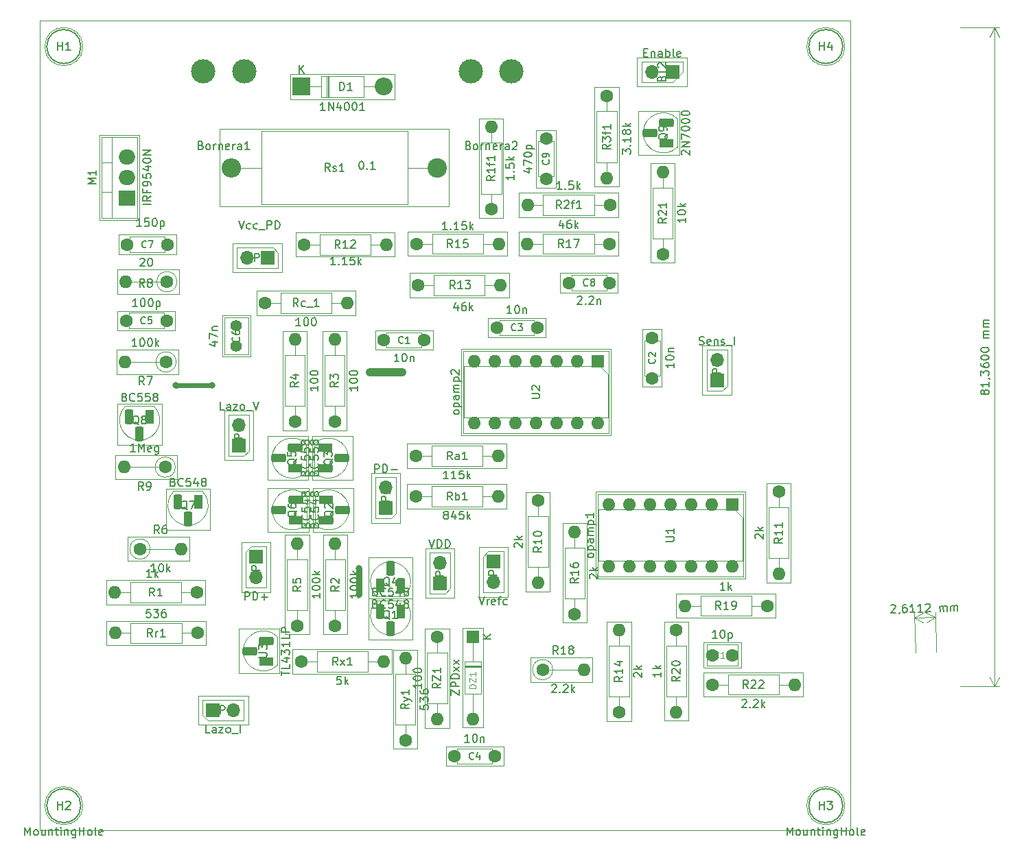
<source format=gbr>
%TF.GenerationSoftware,KiCad,Pcbnew,8.0.6*%
%TF.CreationDate,2024-10-22T22:57:33-03:00*%
%TF.ProjectId,check_point_1,63686563-6b5f-4706-9f69-6e745f312e6b,rev?*%
%TF.SameCoordinates,Original*%
%TF.FileFunction,Copper,L1,Top*%
%TF.FilePolarity,Positive*%
%FSLAX46Y46*%
G04 Gerber Fmt 4.6, Leading zero omitted, Abs format (unit mm)*
G04 Created by KiCad (PCBNEW 8.0.6) date 2024-10-22 22:57:33*
%MOMM*%
%LPD*%
G01*
G04 APERTURE LIST*
G04 Aperture macros list*
%AMRoundRect*
0 Rectangle with rounded corners*
0 $1 Rounding radius*
0 $2 $3 $4 $5 $6 $7 $8 $9 X,Y pos of 4 corners*
0 Add a 4 corners polygon primitive as box body*
4,1,4,$2,$3,$4,$5,$6,$7,$8,$9,$2,$3,0*
0 Add four circle primitives for the rounded corners*
1,1,$1+$1,$2,$3*
1,1,$1+$1,$4,$5*
1,1,$1+$1,$6,$7*
1,1,$1+$1,$8,$9*
0 Add four rect primitives between the rounded corners*
20,1,$1+$1,$2,$3,$4,$5,0*
20,1,$1+$1,$4,$5,$6,$7,0*
20,1,$1+$1,$6,$7,$8,$9,0*
20,1,$1+$1,$8,$9,$2,$3,0*%
G04 Aperture macros list end*
%TA.AperFunction,ComponentPad*%
%ADD10C,1.600000*%
%TD*%
%TA.AperFunction,ComponentPad*%
%ADD11O,1.600000X1.600000*%
%TD*%
%TA.AperFunction,ComponentPad*%
%ADD12R,2.000000X1.905000*%
%TD*%
%TA.AperFunction,ComponentPad*%
%ADD13O,2.000000X1.905000*%
%TD*%
%TA.AperFunction,ComponentPad*%
%ADD14C,2.400000*%
%TD*%
%TA.AperFunction,ComponentPad*%
%ADD15O,2.400000X2.400000*%
%TD*%
%TA.AperFunction,ComponentPad*%
%ADD16R,1.700000X1.700000*%
%TD*%
%TA.AperFunction,ComponentPad*%
%ADD17O,1.700000X1.700000*%
%TD*%
%TA.AperFunction,ComponentPad*%
%ADD18R,1.100000X1.800000*%
%TD*%
%TA.AperFunction,ComponentPad*%
%ADD19RoundRect,0.275000X0.275000X0.625000X-0.275000X0.625000X-0.275000X-0.625000X0.275000X-0.625000X0*%
%TD*%
%TA.AperFunction,ComponentPad*%
%ADD20R,1.800000X1.100000*%
%TD*%
%TA.AperFunction,ComponentPad*%
%ADD21RoundRect,0.275000X-0.625000X0.275000X-0.625000X-0.275000X0.625000X-0.275000X0.625000X0.275000X0*%
%TD*%
%TA.AperFunction,ComponentPad*%
%ADD22R,2.200000X2.200000*%
%TD*%
%TA.AperFunction,ComponentPad*%
%ADD23O,2.200000X2.200000*%
%TD*%
%TA.AperFunction,ComponentPad*%
%ADD24RoundRect,0.275000X0.625000X-0.275000X0.625000X0.275000X-0.625000X0.275000X-0.625000X-0.275000X0*%
%TD*%
%TA.AperFunction,ComponentPad*%
%ADD25R,1.600000X1.600000*%
%TD*%
%TA.AperFunction,ComponentPad*%
%ADD26C,3.000000*%
%TD*%
%TA.AperFunction,ComponentPad*%
%ADD27C,1.400000*%
%TD*%
%TA.AperFunction,ComponentPad*%
%ADD28RoundRect,0.275000X-0.275000X-0.625000X0.275000X-0.625000X0.275000X0.625000X-0.275000X0.625000X0*%
%TD*%
%TA.AperFunction,ViaPad*%
%ADD29C,0.800000*%
%TD*%
%TA.AperFunction,Conductor*%
%ADD30C,0.600000*%
%TD*%
%TA.AperFunction,Conductor*%
%ADD31C,1.000000*%
%TD*%
%TA.AperFunction,Conductor*%
%ADD32C,0.800000*%
%TD*%
%TA.AperFunction,Conductor*%
%ADD33C,0.450000*%
%TD*%
%ADD34C,0.050000*%
%ADD35C,0.150000*%
%ADD36C,0.129000*%
%ADD37C,0.114000*%
%ADD38C,0.120000*%
%ADD39C,0.138000*%
%ADD40C,0.100000*%
%TA.AperFunction,Profile*%
%ADD41C,0.050000*%
%TD*%
G04 APERTURE END LIST*
D10*
%TO.P,R13,1*%
%TO.N,Net-(U2A-+)*%
X66710000Y-82710000D03*
D11*
%TO.P,R13,2*%
%TO.N,GND*%
X76870000Y-82710000D03*
%TD*%
D12*
%TO.P,M1,1,G*%
%TO.N,Net-(JP5-B)*%
X30800000Y-71940000D03*
D13*
%TO.P,M1,2,D*%
%TO.N,/V1s*%
X30800000Y-69400000D03*
%TO.P,M1,3,S*%
%TO.N,VCC*%
X30800000Y-66860000D03*
%TD*%
D10*
%TO.P,R15,1*%
%TO.N,/V2s*%
X66510000Y-77610000D03*
D11*
%TO.P,R15,2*%
%TO.N,Net-(U2A--)*%
X76670000Y-77610000D03*
%TD*%
D14*
%TO.P,Rs1,1*%
%TO.N,/V2s*%
X69090000Y-68210000D03*
D15*
%TO.P,Rs1,2*%
%TO.N,/V1s*%
X43690000Y-68210000D03*
%TD*%
D16*
%TO.P,JP4,1,A*%
%TO.N,Net-(JP4-A)*%
X46730000Y-116280000D03*
D17*
%TO.P,JP4,2,B*%
%TO.N,/Vref*%
X46730000Y-118820000D03*
%TD*%
D10*
%TO.P,R17,1*%
%TO.N,/Isens*%
X90350000Y-77610000D03*
D11*
%TO.P,R17,2*%
%TO.N,Net-(U2A--)*%
X80190000Y-77610000D03*
%TD*%
D10*
%TO.P,Rc_1,1*%
%TO.N,Net-(C6-Pad1)*%
X47810000Y-84910000D03*
D11*
%TO.P,Rc_1,2*%
%TO.N,/V2s*%
X57970000Y-84910000D03*
%TD*%
D18*
%TO.P,Q8,1,C*%
%TO.N,Net-(JP5-B)*%
X33630000Y-99000000D03*
D19*
%TO.P,Q8,2,B*%
%TO.N,Net-(Q7-C)*%
X32360000Y-101070000D03*
%TO.P,Q8,3,E*%
%TO.N,VCC*%
X31090000Y-99000000D03*
%TD*%
D10*
%TO.P,R19,1*%
%TO.N,Net-(JP8-A)*%
X109770000Y-122310000D03*
D11*
%TO.P,R19,2*%
%TO.N,Net-(U1D-+)*%
X99610000Y-122310000D03*
%TD*%
D10*
%TO.P,C8,1*%
%TO.N,Net-(U2A--)*%
X85310000Y-82430000D03*
%TO.P,C8,2*%
%TO.N,/Isens*%
X90310000Y-82430000D03*
%TD*%
%TO.P,Rx1,1*%
%TO.N,/Vref*%
X52290000Y-129210000D03*
D11*
%TO.P,Rx1,2*%
%TO.N,Net-(U1A-+)*%
X62450000Y-129210000D03*
%TD*%
D20*
%TO.P,Q2,1,C*%
%TO.N,Net-(Q2-C)*%
X55310000Y-109210000D03*
D21*
%TO.P,Q2,2,B*%
%TO.N,Net-(JP2-A)*%
X57380000Y-110480000D03*
%TO.P,Q2,3,E*%
%TO.N,Net-(Q2-E)*%
X55310000Y-111750000D03*
%TD*%
D10*
%TO.P,R16,1*%
%TO.N,Net-(U1C--)*%
X86020000Y-123340000D03*
D11*
%TO.P,R16,2*%
%TO.N,Net-(JP7-A)*%
X86020000Y-113180000D03*
%TD*%
D10*
%TO.P,C1,1*%
%TO.N,Net-(JP1-B)*%
X62490000Y-89510000D03*
%TO.P,C1,2*%
%TO.N,GND*%
X67490000Y-89510000D03*
%TD*%
%TO.P,R2f1,1*%
%TO.N,Net-(Q9-S)*%
X90370000Y-72810000D03*
D11*
%TO.P,R2f1,2*%
%TO.N,/Vretro*%
X80210000Y-72810000D03*
%TD*%
D22*
%TO.P,D1,1,K*%
%TO.N,VCC*%
X52310000Y-58210000D03*
D23*
%TO.P,D1,2,A*%
%TO.N,GND*%
X62470000Y-58210000D03*
%TD*%
D10*
%TO.P,C5,1*%
%TO.N,Net-(Q7-C)*%
X35700000Y-87100000D03*
%TO.P,C5,2*%
%TO.N,Net-(C5-Pad2)*%
X30700000Y-87100000D03*
%TD*%
%TO.P,R8,1*%
%TO.N,Net-(JP5-B)*%
X35715000Y-82300000D03*
D11*
%TO.P,R8,2*%
%TO.N,Net-(C5-Pad2)*%
X30635000Y-82300000D03*
%TD*%
D10*
%TO.P,C2,1*%
%TO.N,EOA1*%
X95590000Y-94210000D03*
%TO.P,C2,2*%
%TO.N,GND*%
X95590000Y-89210000D03*
%TD*%
D16*
%TO.P,JP7,1,A*%
%TO.N,Net-(JP7-A)*%
X75990000Y-116870000D03*
D17*
%TO.P,JP7,2,B*%
%TO.N,/Vref-c*%
X75990000Y-119410000D03*
%TD*%
D10*
%TO.P,R20,1*%
%TO.N,Net-(U1D-+)*%
X98550000Y-125320000D03*
D11*
%TO.P,R20,2*%
%TO.N,GND*%
X98550000Y-135480000D03*
%TD*%
D10*
%TO.P,C3,1*%
%TO.N,EOA1*%
X81390000Y-87960000D03*
%TO.P,C3,2*%
%TO.N,GND*%
X76390000Y-87960000D03*
%TD*%
%TO.P,R18,1*%
%TO.N,/Vref-c*%
X82075000Y-130210000D03*
D11*
%TO.P,R18,2*%
%TO.N,Net-(U1D--)*%
X87155000Y-130210000D03*
%TD*%
D10*
%TO.P,Ra1,1*%
%TO.N,/Vretro*%
X66430000Y-103810000D03*
D11*
%TO.P,Ra1,2*%
%TO.N,Net-(U1B-+)*%
X76590000Y-103810000D03*
%TD*%
D16*
%TO.P,JP8,1,A*%
%TO.N,Net-(JP8-A)*%
X103580000Y-94510000D03*
D17*
%TO.P,JP8,2,B*%
%TO.N,/Isens*%
X103580000Y-91970000D03*
%TD*%
D20*
%TO.P,Q5,1,C*%
%TO.N,Net-(JP5-A)*%
X51570000Y-105350000D03*
D24*
%TO.P,Q5,2,B*%
%TO.N,Net-(Q2-C)*%
X49500000Y-104080000D03*
%TO.P,Q5,3,E*%
%TO.N,Net-(Q5-E)*%
X51570000Y-102810000D03*
%TD*%
D10*
%TO.P,R2,1*%
%TO.N,GND*%
X56490000Y-124790000D03*
D11*
%TO.P,R2,2*%
%TO.N,Net-(JP2-A)*%
X56490000Y-114630000D03*
%TD*%
D10*
%TO.P,C10,1*%
%TO.N,/Vopamp*%
X105490000Y-128410000D03*
%TO.P,C10,2*%
%TO.N,Net-(U1D--)*%
X102990000Y-128410000D03*
%TD*%
%TO.P,R3f1,1*%
%TO.N,GND*%
X89990000Y-59330000D03*
D11*
%TO.P,R3f1,2*%
%TO.N,Net-(Q9-S)*%
X89990000Y-69490000D03*
%TD*%
D10*
%TO.P,R22,1*%
%TO.N,Net-(U1D--)*%
X102990000Y-132060000D03*
D11*
%TO.P,R22,2*%
%TO.N,/Vopamp*%
X113150000Y-132060000D03*
%TD*%
D25*
%TO.P,U1,1*%
%TO.N,Net-(U1A--)*%
X105460000Y-109780000D03*
D11*
%TO.P,U1,2,-*%
X102920000Y-109780000D03*
%TO.P,U1,3,+*%
%TO.N,Net-(U1A-+)*%
X100380000Y-109780000D03*
%TO.P,U1,4,V+*%
%TO.N,EOA1*%
X97840000Y-109780000D03*
%TO.P,U1,5,+*%
%TO.N,Net-(U1B-+)*%
X95300000Y-109780000D03*
%TO.P,U1,6,-*%
%TO.N,Net-(U1B--)*%
X92760000Y-109780000D03*
%TO.P,U1,7*%
X90220000Y-109780000D03*
%TO.P,U1,8*%
%TO.N,Net-(JP7-A)*%
X90220000Y-117400000D03*
%TO.P,U1,9,-*%
%TO.N,Net-(U1C--)*%
X92760000Y-117400000D03*
%TO.P,U1,10,+*%
%TO.N,Net-(U1C-+)*%
X95300000Y-117400000D03*
%TO.P,U1,11,V-*%
%TO.N,GND*%
X97840000Y-117400000D03*
%TO.P,U1,12,+*%
%TO.N,Net-(U1D-+)*%
X100380000Y-117400000D03*
%TO.P,U1,13,-*%
%TO.N,Net-(U1D--)*%
X102920000Y-117400000D03*
%TO.P,U1,14*%
%TO.N,/Vopamp*%
X105460000Y-117400000D03*
%TD*%
D10*
%TO.P,C4,1*%
%TO.N,GND*%
X76190000Y-140910000D03*
%TO.P,C4,2*%
%TO.N,VCC*%
X71190000Y-140910000D03*
%TD*%
%TO.P,R1f1,1*%
%TO.N,/Vretro*%
X75730000Y-73360000D03*
D11*
%TO.P,R1f1,2*%
%TO.N,/V2s*%
X75730000Y-63200000D03*
%TD*%
D25*
%TO.P,U2,1*%
%TO.N,/Isens*%
X88880000Y-92110000D03*
D11*
%TO.P,U2,2,-*%
%TO.N,Net-(U2A--)*%
X86340000Y-92110000D03*
%TO.P,U2,3,+*%
%TO.N,Net-(U2A-+)*%
X83800000Y-92110000D03*
%TO.P,U2,4,V+*%
%TO.N,EOA1*%
X81260000Y-92110000D03*
%TO.P,U2,5*%
%TO.N,N/C*%
X78720000Y-92110000D03*
%TO.P,U2,6*%
X76180000Y-92110000D03*
%TO.P,U2,7*%
X73640000Y-92110000D03*
%TO.P,U2,8*%
X73640000Y-99730000D03*
%TO.P,U2,9*%
X76180000Y-99730000D03*
%TO.P,U2,10*%
X78720000Y-99730000D03*
%TO.P,U2,11,V-*%
%TO.N,GND*%
X81260000Y-99730000D03*
%TO.P,U2,12*%
%TO.N,N/C*%
X83800000Y-99730000D03*
%TO.P,U2,13*%
X86340000Y-99730000D03*
%TO.P,U2,14*%
X88880000Y-99730000D03*
%TD*%
D16*
%TO.P,JP1,1,A*%
%TO.N,VCC*%
X48160000Y-79340000D03*
D17*
%TO.P,JP1,2,B*%
%TO.N,Net-(JP1-B)*%
X45620000Y-79340000D03*
%TD*%
D10*
%TO.P,R5,1*%
%TO.N,GND*%
X51790000Y-124790000D03*
D11*
%TO.P,R5,2*%
%TO.N,Net-(JP4-A)*%
X51790000Y-114630000D03*
%TD*%
D20*
%TO.P,Q3,1,C*%
%TO.N,Net-(Q2-C)*%
X55240000Y-102810000D03*
D21*
%TO.P,Q3,2,B*%
X57310000Y-104080000D03*
%TO.P,Q3,3,E*%
%TO.N,Net-(Q3-E)*%
X55240000Y-105350000D03*
%TD*%
D10*
%TO.P,R4,1*%
%TO.N,Net-(Q5-E)*%
X51510000Y-99590000D03*
D11*
%TO.P,R4,2*%
%TO.N,Net-(JP1-B)*%
X51510000Y-89430000D03*
%TD*%
D10*
%TO.P,RZ1,1*%
%TO.N,Net-(DZ1-K)*%
X69050000Y-126170000D03*
D11*
%TO.P,RZ1,2*%
%TO.N,VCC*%
X69050000Y-136330000D03*
%TD*%
D25*
%TO.P,DZ1,1,K*%
%TO.N,Net-(DZ1-K)*%
X73450000Y-126120000D03*
D11*
%TO.P,DZ1,2,A*%
%TO.N,GND*%
X73450000Y-136280000D03*
%TD*%
D10*
%TO.P,R1,1*%
%TO.N,/FES_PD*%
X39430000Y-120660000D03*
D11*
%TO.P,R1,2*%
%TO.N,VCC*%
X29270000Y-120660000D03*
%TD*%
D16*
%TO.P,JP3,1,A*%
%TO.N,Net-(DZ1-K)*%
X69410000Y-119550000D03*
D17*
%TO.P,JP3,2,B*%
%TO.N,EOA1*%
X69410000Y-117010000D03*
%TD*%
D26*
%TO.P,Bornera2,1*%
%TO.N,/V2s*%
X73230000Y-56280000D03*
%TO.P,Bornera2,2*%
%TO.N,GND*%
X78230000Y-56280000D03*
%TD*%
D16*
%TO.P,JP5,1,A*%
%TO.N,Net-(JP5-A)*%
X44590000Y-102550000D03*
D17*
%TO.P,JP5,2,B*%
%TO.N,Net-(JP5-B)*%
X44590000Y-100010000D03*
%TD*%
D10*
%TO.P,C7,1*%
%TO.N,VCC*%
X30800000Y-77700000D03*
%TO.P,C7,2*%
%TO.N,Net-(JP5-B)*%
X35800000Y-77700000D03*
%TD*%
%TO.P,R9,1*%
%TO.N,Net-(JP5-B)*%
X35515000Y-105200000D03*
D11*
%TO.P,R9,2*%
%TO.N,VCC*%
X30435000Y-105200000D03*
%TD*%
D10*
%TO.P,Rb1,1*%
%TO.N,GND*%
X66430000Y-108810000D03*
D11*
%TO.P,Rb1,2*%
%TO.N,Net-(U1B-+)*%
X76590000Y-108810000D03*
%TD*%
D10*
%TO.P,R6,1*%
%TO.N,GND*%
X32400000Y-115300000D03*
D11*
%TO.P,R6,2*%
%TO.N,Net-(JP6-A)*%
X37480000Y-115300000D03*
%TD*%
D10*
%TO.P,R11,1*%
%TO.N,Net-(U1A--)*%
X111190000Y-108230000D03*
D11*
%TO.P,R11,2*%
%TO.N,Net-(U1C-+)*%
X111190000Y-118390000D03*
%TD*%
D10*
%TO.P,Rr1,1*%
%TO.N,/Vref*%
X39480000Y-125680000D03*
D11*
%TO.P,Rr1,2*%
%TO.N,VCC*%
X29320000Y-125680000D03*
%TD*%
D18*
%TO.P,Q7,1,C*%
%TO.N,Net-(Q7-C)*%
X39600000Y-109500000D03*
D19*
%TO.P,Q7,2,B*%
%TO.N,Net-(JP6-A)*%
X38330000Y-111570000D03*
%TO.P,Q7,3,E*%
%TO.N,GND*%
X37060000Y-109500000D03*
%TD*%
D10*
%TO.P,R7,1*%
%TO.N,Net-(Q7-C)*%
X35615000Y-92200000D03*
D11*
%TO.P,R7,2*%
%TO.N,VCC*%
X30535000Y-92200000D03*
%TD*%
D20*
%TO.P,Q9,1,S*%
%TO.N,Net-(Q9-S)*%
X97350000Y-65180000D03*
D24*
%TO.P,Q9,2,G*%
%TO.N,Venable*%
X95280000Y-63910000D03*
%TO.P,Q9,3,D*%
%TO.N,GND*%
X97350000Y-62640000D03*
%TD*%
D10*
%TO.P,R21,1*%
%TO.N,GND*%
X96890000Y-78890000D03*
D11*
%TO.P,R21,2*%
%TO.N,Venable*%
X96890000Y-68730000D03*
%TD*%
D27*
%TO.P,C6,1*%
%TO.N,Net-(C6-Pad1)*%
X44290000Y-87760000D03*
%TO.P,C6,2*%
%TO.N,Net-(JP5-B)*%
X44290000Y-90260000D03*
%TD*%
D20*
%TO.P,Q6,1,C*%
%TO.N,Net-(JP5-A)*%
X51600000Y-111750000D03*
D24*
%TO.P,Q6,2,B*%
%TO.N,Net-(JP4-A)*%
X49530000Y-110480000D03*
%TO.P,Q6,3,E*%
%TO.N,Net-(Q2-E)*%
X51600000Y-109210000D03*
%TD*%
D20*
%TO.P,U3,1,REF*%
%TO.N,/Vref*%
X48010000Y-129170000D03*
D24*
%TO.P,U3,2,A*%
%TO.N,GND*%
X45940000Y-127900000D03*
%TO.P,U3,3,K*%
%TO.N,/Vref*%
X48010000Y-126630000D03*
%TD*%
D10*
%TO.P,C9,1*%
%TO.N,/V2s*%
X82490000Y-64610000D03*
%TO.P,C9,2*%
%TO.N,/Vretro*%
X82490000Y-69610000D03*
%TD*%
D26*
%TO.P,Bornera1,1,+*%
%TO.N,Net-(Bornera1-+)*%
X40230000Y-56280000D03*
%TO.P,Bornera1,2,-*%
%TO.N,GND*%
X45230000Y-56280000D03*
%TD*%
D18*
%TO.P,Q1,1,C*%
%TO.N,/FES_PD*%
X64580000Y-123045000D03*
D19*
%TO.P,Q1,2,B*%
X63310000Y-125115000D03*
%TO.P,Q1,3,E*%
%TO.N,GND*%
X62040000Y-123045000D03*
%TD*%
D10*
%TO.P,R10,1*%
%TO.N,Net-(U1B--)*%
X81490000Y-109330000D03*
D11*
%TO.P,R10,2*%
%TO.N,Net-(U1C-+)*%
X81490000Y-119490000D03*
%TD*%
D16*
%TO.P,BT2,1,+*%
%TO.N,Venable*%
X98090000Y-56410000D03*
D17*
%TO.P,BT2,2,-*%
%TO.N,GND*%
X95550000Y-56410000D03*
%TD*%
D18*
%TO.P,Q4,1,C*%
%TO.N,Net-(Q2-E)*%
X62040000Y-119775000D03*
D28*
%TO.P,Q4,2,B*%
%TO.N,/FES_PD*%
X63310000Y-117705000D03*
%TO.P,Q4,3,E*%
%TO.N,GND*%
X64580000Y-119775000D03*
%TD*%
D10*
%TO.P,R14,1*%
%TO.N,GND*%
X91490000Y-135490000D03*
D11*
%TO.P,R14,2*%
%TO.N,Net-(U1C--)*%
X91490000Y-125330000D03*
%TD*%
D16*
%TO.P,JP6,1,A*%
%TO.N,Net-(JP6-A)*%
X41390000Y-135210000D03*
D17*
%TO.P,JP6,2,B*%
%TO.N,/Vopamp*%
X43930000Y-135210000D03*
%TD*%
D10*
%TO.P,R3,1*%
%TO.N,Net-(Q3-E)*%
X56410000Y-99590000D03*
D11*
%TO.P,R3,2*%
%TO.N,Net-(JP1-B)*%
X56410000Y-89430000D03*
%TD*%
D10*
%TO.P,Ry1,1*%
%TO.N,GND*%
X65140000Y-138950000D03*
D11*
%TO.P,Ry1,2*%
%TO.N,Net-(U1A-+)*%
X65140000Y-128790000D03*
%TD*%
D16*
%TO.P,JP2,1,A*%
%TO.N,Net-(JP2-A)*%
X62730000Y-110280000D03*
D17*
%TO.P,JP2,2,B*%
%TO.N,/Vretro*%
X62730000Y-107740000D03*
%TD*%
D10*
%TO.P,R12,1*%
%TO.N,/V1s*%
X52630000Y-77710000D03*
D11*
%TO.P,R12,2*%
%TO.N,Net-(U2A-+)*%
X62790000Y-77710000D03*
%TD*%
D29*
%TO.N,GND*%
X41320000Y-95090000D03*
X60770000Y-93480000D03*
X59390000Y-120910000D03*
X64750000Y-93500000D03*
X36790000Y-95070000D03*
X59390000Y-117710000D03*
%TD*%
D30*
%TO.N,GND*%
X41300000Y-95070000D02*
X41320000Y-95090000D01*
X36790000Y-95070000D02*
X41300000Y-95070000D01*
D31*
X64750000Y-93500000D02*
X60790000Y-93500000D01*
D32*
X59390000Y-117710000D02*
X59390000Y-120910000D01*
D30*
X36920000Y-95200000D02*
X36790000Y-95070000D01*
D31*
X60790000Y-93500000D02*
X60770000Y-93480000D01*
D33*
%TO.N,/V2s*%
X75730000Y-63200000D02*
X75730000Y-63280000D01*
%TD*%
D34*
%TO.C,R13*%
X65660000Y-81210000D02*
X65660000Y-84210000D01*
X65660000Y-84210000D02*
X77920000Y-84210000D01*
X77920000Y-81210000D02*
X65660000Y-81210000D01*
X77920000Y-84210000D02*
X77920000Y-81210000D01*
%TO.C,M1*%
X27400000Y-64150000D02*
X27400000Y-74650000D01*
X27400000Y-74650000D02*
X32310000Y-74650000D01*
X32310000Y-64150000D02*
X27400000Y-64150000D01*
X32310000Y-74650000D02*
X32310000Y-64150000D01*
%TO.C,R15*%
X65460000Y-76110000D02*
X65460000Y-79110000D01*
X65460000Y-79110000D02*
X77720000Y-79110000D01*
X77720000Y-76110000D02*
X65460000Y-76110000D01*
X77720000Y-79110000D02*
X77720000Y-76110000D01*
%TO.C,Rs1*%
X42240000Y-63460000D02*
X42240000Y-72960000D01*
X42240000Y-72960000D02*
X70540000Y-72960000D01*
X70540000Y-63460000D02*
X42240000Y-63460000D01*
X70540000Y-72960000D02*
X70540000Y-63460000D01*
%TO.C,JP4*%
X44930000Y-114480000D02*
X44930000Y-120630000D01*
X44930000Y-120630000D02*
X48530000Y-120630000D01*
X48530000Y-114480000D02*
X44930000Y-114480000D01*
X48530000Y-120630000D02*
X48530000Y-114480000D01*
%TO.C,R17*%
X79140000Y-76110000D02*
X79140000Y-79110000D01*
X79140000Y-79110000D02*
X91400000Y-79110000D01*
X91400000Y-76110000D02*
X79140000Y-76110000D01*
X91400000Y-79110000D02*
X91400000Y-76110000D01*
%TO.C,Rc_1*%
X46760000Y-83410000D02*
X46760000Y-86410000D01*
X46760000Y-86410000D02*
X59020000Y-86410000D01*
X59020000Y-83410000D02*
X46760000Y-83410000D01*
X59020000Y-86410000D02*
X59020000Y-83410000D01*
%TO.C,Q8*%
X29630000Y-97390000D02*
X29630000Y-102450000D01*
X29630000Y-97390000D02*
X35090000Y-97390000D01*
X35090000Y-102450000D02*
X29630000Y-102450000D01*
X35090000Y-102450000D02*
X35090000Y-97390000D01*
%TO.C,R19*%
X98560000Y-120810000D02*
X98560000Y-123810000D01*
X98560000Y-123810000D02*
X110820000Y-123810000D01*
X110820000Y-120810000D02*
X98560000Y-120810000D01*
X110820000Y-123810000D02*
X110820000Y-120810000D01*
%TO.C,C8*%
X84260000Y-81230000D02*
X84260000Y-83630000D01*
X84260000Y-83630000D02*
X91360000Y-83630000D01*
X91360000Y-81230000D02*
X84260000Y-81230000D01*
X91360000Y-83630000D02*
X91360000Y-81230000D01*
%TO.C,Rx1*%
X51240000Y-127710000D02*
X51240000Y-130710000D01*
X51240000Y-130710000D02*
X63500000Y-130710000D01*
X63500000Y-127710000D02*
X51240000Y-127710000D01*
X63500000Y-130710000D02*
X63500000Y-127710000D01*
%TO.C,Q2*%
X53700000Y-113210000D02*
X53700000Y-107750000D01*
X53700000Y-113210000D02*
X58760000Y-113210000D01*
X58760000Y-107750000D02*
X53700000Y-107750000D01*
X58760000Y-107750000D02*
X58760000Y-113210000D01*
%TO.C,R16*%
X84520000Y-112130000D02*
X84520000Y-124390000D01*
X84520000Y-124390000D02*
X87520000Y-124390000D01*
X87520000Y-112130000D02*
X84520000Y-112130000D01*
X87520000Y-124390000D02*
X87520000Y-112130000D01*
%TO.C,C1*%
X61440000Y-88310000D02*
X61440000Y-90710000D01*
X61440000Y-90710000D02*
X68540000Y-90710000D01*
X68540000Y-88310000D02*
X61440000Y-88310000D01*
X68540000Y-90710000D02*
X68540000Y-88310000D01*
%TO.C,R2f1*%
X79160000Y-71310000D02*
X79160000Y-74310000D01*
X79160000Y-74310000D02*
X91420000Y-74310000D01*
X91420000Y-71310000D02*
X79160000Y-71310000D01*
X91420000Y-74310000D02*
X91420000Y-71310000D01*
%TO.C,D1*%
X50960000Y-56610000D02*
X50960000Y-59810000D01*
X50960000Y-59810000D02*
X63820000Y-59810000D01*
X63820000Y-56610000D02*
X50960000Y-56610000D01*
X63820000Y-59810000D02*
X63820000Y-56610000D01*
%TO.C,C5*%
X29650000Y-85900000D02*
X29650000Y-88300000D01*
X29650000Y-88300000D02*
X36750000Y-88300000D01*
X36750000Y-85900000D02*
X29650000Y-85900000D01*
X36750000Y-88300000D02*
X36750000Y-85900000D01*
%TO.C,R8*%
X29585000Y-80800000D02*
X29585000Y-83800000D01*
X29585000Y-83800000D02*
X37215000Y-83800000D01*
X37215000Y-80800000D02*
X29585000Y-80800000D01*
X37215000Y-83800000D02*
X37215000Y-80800000D01*
%TO.C,C2*%
X94390000Y-88160000D02*
X94390000Y-95260000D01*
X94390000Y-95260000D02*
X96790000Y-95260000D01*
X96790000Y-88160000D02*
X94390000Y-88160000D01*
X96790000Y-95260000D02*
X96790000Y-88160000D01*
%TO.C,JP7*%
X74190000Y-115070000D02*
X74190000Y-121220000D01*
X74190000Y-121220000D02*
X77790000Y-121220000D01*
X77790000Y-115070000D02*
X74190000Y-115070000D01*
X77790000Y-121220000D02*
X77790000Y-115070000D01*
%TO.C,R20*%
X97050000Y-124270000D02*
X97050000Y-136530000D01*
X97050000Y-136530000D02*
X100050000Y-136530000D01*
X100050000Y-124270000D02*
X97050000Y-124270000D01*
X100050000Y-136530000D02*
X100050000Y-124270000D01*
%TO.C,C3*%
X75340000Y-86760000D02*
X75340000Y-89160000D01*
X75340000Y-89160000D02*
X82440000Y-89160000D01*
X82440000Y-86760000D02*
X75340000Y-86760000D01*
X82440000Y-89160000D02*
X82440000Y-86760000D01*
%TO.C,R18*%
X80575000Y-128710000D02*
X80575000Y-131710000D01*
X80575000Y-131710000D02*
X88205000Y-131710000D01*
X88205000Y-128710000D02*
X80575000Y-128710000D01*
X88205000Y-131710000D02*
X88205000Y-128710000D01*
%TO.C,Ra1*%
X65380000Y-102310000D02*
X65380000Y-105310000D01*
X65380000Y-105310000D02*
X77640000Y-105310000D01*
X77640000Y-102310000D02*
X65380000Y-102310000D01*
X77640000Y-105310000D02*
X77640000Y-102310000D01*
%TO.C,JP8*%
X101780000Y-90160000D02*
X101780000Y-96310000D01*
X101780000Y-96310000D02*
X105380000Y-96310000D01*
X105380000Y-90160000D02*
X101780000Y-90160000D01*
X105380000Y-96310000D02*
X105380000Y-90160000D01*
%TO.C,Q5*%
X48120000Y-106810000D02*
X48120000Y-101350000D01*
X48120000Y-106810000D02*
X53180000Y-106810000D01*
X53180000Y-101350000D02*
X48120000Y-101350000D01*
X53180000Y-101350000D02*
X53180000Y-106810000D01*
%TO.C,R2*%
X54990000Y-113580000D02*
X54990000Y-125840000D01*
X54990000Y-125840000D02*
X57990000Y-125840000D01*
X57990000Y-113580000D02*
X54990000Y-113580000D01*
X57990000Y-125840000D02*
X57990000Y-113580000D01*
%TO.C,C10*%
X101940000Y-126860000D02*
X101940000Y-129960000D01*
X101940000Y-129960000D02*
X106540000Y-129960000D01*
X106540000Y-126860000D02*
X101940000Y-126860000D01*
X106540000Y-129960000D02*
X106540000Y-126860000D01*
%TO.C,R3f1*%
X88490000Y-58280000D02*
X88490000Y-70540000D01*
X88490000Y-70540000D02*
X91490000Y-70540000D01*
X91490000Y-58280000D02*
X88490000Y-58280000D01*
X91490000Y-70540000D02*
X91490000Y-58280000D01*
%TO.C,R22*%
X101940000Y-130560000D02*
X101940000Y-133560000D01*
X101940000Y-133560000D02*
X114200000Y-133560000D01*
X114200000Y-130560000D02*
X101940000Y-130560000D01*
X114200000Y-133560000D02*
X114200000Y-130560000D01*
%TO.C,U1*%
X88610000Y-108230000D02*
X88610000Y-118930000D01*
X88610000Y-118930000D02*
X107060000Y-118930000D01*
X107060000Y-108230000D02*
X88610000Y-108230000D01*
X107060000Y-118930000D02*
X107060000Y-108230000D01*
%TO.C,C4*%
X70140000Y-139710000D02*
X70140000Y-142110000D01*
X70140000Y-142110000D02*
X77240000Y-142110000D01*
X77240000Y-139710000D02*
X70140000Y-139710000D01*
X77240000Y-142110000D02*
X77240000Y-139710000D01*
%TO.C,H1*%
X25350000Y-53250000D02*
G75*
G02*
X20650000Y-53250000I-2350000J0D01*
G01*
X20650000Y-53250000D02*
G75*
G02*
X25350000Y-53250000I2350000J0D01*
G01*
%TO.C,R1f1*%
X74230000Y-62150000D02*
X74230000Y-74410000D01*
X74230000Y-74410000D02*
X77230000Y-74410000D01*
X77230000Y-62150000D02*
X74230000Y-62150000D01*
X77230000Y-74410000D02*
X77230000Y-62150000D01*
%TO.C,U2*%
X72030000Y-90560000D02*
X72030000Y-101260000D01*
X72030000Y-101260000D02*
X90480000Y-101260000D01*
X90480000Y-90560000D02*
X72030000Y-90560000D01*
X90480000Y-101260000D02*
X90480000Y-90560000D01*
%TO.C,H2*%
X25350000Y-147000000D02*
G75*
G02*
X20650000Y-147000000I-2350000J0D01*
G01*
X20650000Y-147000000D02*
G75*
G02*
X25350000Y-147000000I2350000J0D01*
G01*
%TO.C,JP1*%
X43810000Y-77540000D02*
X43810000Y-81140000D01*
X43810000Y-81140000D02*
X49960000Y-81140000D01*
X49960000Y-77540000D02*
X43810000Y-77540000D01*
X49960000Y-81140000D02*
X49960000Y-77540000D01*
%TO.C,R5*%
X50290000Y-113580000D02*
X50290000Y-125840000D01*
X50290000Y-125840000D02*
X53290000Y-125840000D01*
X53290000Y-113580000D02*
X50290000Y-113580000D01*
X53290000Y-125840000D02*
X53290000Y-113580000D01*
%TO.C,H3*%
X119350000Y-147000000D02*
G75*
G02*
X114650000Y-147000000I-2350000J0D01*
G01*
X114650000Y-147000000D02*
G75*
G02*
X119350000Y-147000000I2350000J0D01*
G01*
%TO.C,Q3*%
X53630000Y-106810000D02*
X53630000Y-101350000D01*
X53630000Y-106810000D02*
X58690000Y-106810000D01*
X58690000Y-101350000D02*
X53630000Y-101350000D01*
X58690000Y-101350000D02*
X58690000Y-106810000D01*
%TO.C,R4*%
X50010000Y-88380000D02*
X50010000Y-100640000D01*
X50010000Y-100640000D02*
X53010000Y-100640000D01*
X53010000Y-88380000D02*
X50010000Y-88380000D01*
X53010000Y-100640000D02*
X53010000Y-88380000D01*
%TO.C,RZ1*%
X67550000Y-125120000D02*
X67550000Y-137380000D01*
X67550000Y-137380000D02*
X70550000Y-137380000D01*
X70550000Y-125120000D02*
X67550000Y-125120000D01*
X70550000Y-137380000D02*
X70550000Y-125120000D01*
%TO.C,DZ1*%
X72200000Y-125070000D02*
X72200000Y-137330000D01*
X72200000Y-137330000D02*
X74700000Y-137330000D01*
X74700000Y-125070000D02*
X72200000Y-125070000D01*
X74700000Y-137330000D02*
X74700000Y-125070000D01*
%TO.C,R1*%
X28220000Y-119160000D02*
X28220000Y-122160000D01*
X28220000Y-122160000D02*
X40480000Y-122160000D01*
X40480000Y-119160000D02*
X28220000Y-119160000D01*
X40480000Y-122160000D02*
X40480000Y-119160000D01*
%TO.C,JP3*%
X67610000Y-115200000D02*
X67610000Y-121350000D01*
X67610000Y-121350000D02*
X71210000Y-121350000D01*
X71210000Y-115200000D02*
X67610000Y-115200000D01*
X71210000Y-121350000D02*
X71210000Y-115200000D01*
%TO.C,JP5*%
X42790000Y-98200000D02*
X42790000Y-104350000D01*
X42790000Y-104350000D02*
X46390000Y-104350000D01*
X46390000Y-98200000D02*
X42790000Y-98200000D01*
X46390000Y-104350000D02*
X46390000Y-98200000D01*
%TO.C,C7*%
X29750000Y-76500000D02*
X29750000Y-78900000D01*
X29750000Y-78900000D02*
X36850000Y-78900000D01*
X36850000Y-76500000D02*
X29750000Y-76500000D01*
X36850000Y-78900000D02*
X36850000Y-76500000D01*
%TO.C,R9*%
X29385000Y-103700000D02*
X29385000Y-106700000D01*
X29385000Y-106700000D02*
X37015000Y-106700000D01*
X37015000Y-103700000D02*
X29385000Y-103700000D01*
X37015000Y-106700000D02*
X37015000Y-103700000D01*
%TO.C,Rb1*%
X65380000Y-107310000D02*
X65380000Y-110310000D01*
X65380000Y-110310000D02*
X77640000Y-110310000D01*
X77640000Y-107310000D02*
X65380000Y-107310000D01*
X77640000Y-110310000D02*
X77640000Y-107310000D01*
%TO.C,H4*%
X119350000Y-53250000D02*
G75*
G02*
X114650000Y-53250000I-2350000J0D01*
G01*
X114650000Y-53250000D02*
G75*
G02*
X119350000Y-53250000I2350000J0D01*
G01*
%TO.C,R6*%
X30900000Y-113800000D02*
X30900000Y-116800000D01*
X30900000Y-116800000D02*
X38530000Y-116800000D01*
X38530000Y-113800000D02*
X30900000Y-113800000D01*
X38530000Y-116800000D02*
X38530000Y-113800000D01*
%TO.C,R11*%
X109690000Y-107180000D02*
X109690000Y-119440000D01*
X109690000Y-119440000D02*
X112690000Y-119440000D01*
X112690000Y-107180000D02*
X109690000Y-107180000D01*
X112690000Y-119440000D02*
X112690000Y-107180000D01*
%TO.C,Rr1*%
X28270000Y-124180000D02*
X28270000Y-127180000D01*
X28270000Y-127180000D02*
X40530000Y-127180000D01*
X40530000Y-124180000D02*
X28270000Y-124180000D01*
X40530000Y-127180000D02*
X40530000Y-124180000D01*
%TO.C,Q7*%
X35600000Y-107890000D02*
X35600000Y-112950000D01*
X35600000Y-107890000D02*
X41060000Y-107890000D01*
X41060000Y-112950000D02*
X35600000Y-112950000D01*
X41060000Y-112950000D02*
X41060000Y-107890000D01*
%TO.C,R7*%
X29485000Y-90700000D02*
X29485000Y-93700000D01*
X29485000Y-93700000D02*
X37115000Y-93700000D01*
X37115000Y-90700000D02*
X29485000Y-90700000D01*
X37115000Y-93700000D02*
X37115000Y-90700000D01*
%TO.C,Q9*%
X93900000Y-66640000D02*
X93900000Y-61180000D01*
X93900000Y-66640000D02*
X98960000Y-66640000D01*
X98960000Y-61180000D02*
X93900000Y-61180000D01*
X98960000Y-61180000D02*
X98960000Y-66640000D01*
%TO.C,R21*%
X95390000Y-67680000D02*
X95390000Y-79940000D01*
X95390000Y-79940000D02*
X98390000Y-79940000D01*
X98390000Y-67680000D02*
X95390000Y-67680000D01*
X98390000Y-79940000D02*
X98390000Y-67680000D01*
%TO.C,C6*%
X42540000Y-86460000D02*
X42540000Y-91560000D01*
X42540000Y-91560000D02*
X46040000Y-91560000D01*
X46040000Y-86460000D02*
X42540000Y-86460000D01*
X46040000Y-91560000D02*
X46040000Y-86460000D01*
%TO.C,Q6*%
X48150000Y-113210000D02*
X48150000Y-107750000D01*
X48150000Y-113210000D02*
X53210000Y-113210000D01*
X53210000Y-107750000D02*
X48150000Y-107750000D01*
X53210000Y-107750000D02*
X53210000Y-113210000D01*
%TO.C,U3*%
X44560000Y-130630000D02*
X44560000Y-125170000D01*
X44560000Y-130630000D02*
X49620000Y-130630000D01*
X49620000Y-125170000D02*
X44560000Y-125170000D01*
X49620000Y-125170000D02*
X49620000Y-130630000D01*
%TO.C,C9*%
X81290000Y-63560000D02*
X81290000Y-70660000D01*
X81290000Y-70660000D02*
X83690000Y-70660000D01*
X83690000Y-63560000D02*
X81290000Y-63560000D01*
X83690000Y-70660000D02*
X83690000Y-63560000D01*
%TO.C,Q1*%
X60580000Y-121435000D02*
X60580000Y-126495000D01*
X60580000Y-121435000D02*
X66040000Y-121435000D01*
X66040000Y-126495000D02*
X60580000Y-126495000D01*
X66040000Y-126495000D02*
X66040000Y-121435000D01*
%TO.C,R10*%
X79990000Y-108280000D02*
X79990000Y-120540000D01*
X79990000Y-120540000D02*
X82990000Y-120540000D01*
X82990000Y-108280000D02*
X79990000Y-108280000D01*
X82990000Y-120540000D02*
X82990000Y-108280000D01*
%TO.C,BT2*%
X93740000Y-54610000D02*
X93740000Y-58210000D01*
X93740000Y-58210000D02*
X99890000Y-58210000D01*
X99890000Y-54610000D02*
X93740000Y-54610000D01*
X99890000Y-58210000D02*
X99890000Y-54610000D01*
%TO.C,Q4*%
X60580000Y-116325000D02*
X60580000Y-121385000D01*
X60580000Y-116325000D02*
X66040000Y-116325000D01*
X66040000Y-121385000D02*
X60580000Y-121385000D01*
X66040000Y-121385000D02*
X66040000Y-116325000D01*
%TO.C,R14*%
X89990000Y-124280000D02*
X89990000Y-136540000D01*
X89990000Y-136540000D02*
X92990000Y-136540000D01*
X92990000Y-124280000D02*
X89990000Y-124280000D01*
X92990000Y-136540000D02*
X92990000Y-124280000D01*
%TO.C,JP6*%
X39590000Y-133410000D02*
X39590000Y-137010000D01*
X39590000Y-137010000D02*
X45740000Y-137010000D01*
X45740000Y-133410000D02*
X39590000Y-133410000D01*
X45740000Y-137010000D02*
X45740000Y-133410000D01*
%TO.C,R3*%
X54910000Y-88380000D02*
X54910000Y-100640000D01*
X54910000Y-100640000D02*
X57910000Y-100640000D01*
X57910000Y-88380000D02*
X54910000Y-88380000D01*
X57910000Y-100640000D02*
X57910000Y-88380000D01*
%TO.C,Ry1*%
X63640000Y-127740000D02*
X63640000Y-140000000D01*
X63640000Y-140000000D02*
X66640000Y-140000000D01*
X66640000Y-127740000D02*
X63640000Y-127740000D01*
X66640000Y-140000000D02*
X66640000Y-127740000D01*
%TO.C,JP2*%
X60930000Y-105930000D02*
X60930000Y-112080000D01*
X60930000Y-112080000D02*
X64530000Y-112080000D01*
X64530000Y-105930000D02*
X60930000Y-105930000D01*
X64530000Y-112080000D02*
X64530000Y-105930000D01*
%TO.C,R12*%
X51580000Y-76210000D02*
X51580000Y-79210000D01*
X51580000Y-79210000D02*
X63840000Y-79210000D01*
X63840000Y-76210000D02*
X51580000Y-76210000D01*
X63840000Y-79210000D02*
X63840000Y-76210000D01*
%TD*%
D35*
X71599523Y-85198152D02*
X71599523Y-85864819D01*
X71361428Y-84817200D02*
X71123333Y-85531485D01*
X71123333Y-85531485D02*
X71742380Y-85531485D01*
X72551904Y-84864819D02*
X72361428Y-84864819D01*
X72361428Y-84864819D02*
X72266190Y-84912438D01*
X72266190Y-84912438D02*
X72218571Y-84960057D01*
X72218571Y-84960057D02*
X72123333Y-85102914D01*
X72123333Y-85102914D02*
X72075714Y-85293390D01*
X72075714Y-85293390D02*
X72075714Y-85674342D01*
X72075714Y-85674342D02*
X72123333Y-85769580D01*
X72123333Y-85769580D02*
X72170952Y-85817200D01*
X72170952Y-85817200D02*
X72266190Y-85864819D01*
X72266190Y-85864819D02*
X72456666Y-85864819D01*
X72456666Y-85864819D02*
X72551904Y-85817200D01*
X72551904Y-85817200D02*
X72599523Y-85769580D01*
X72599523Y-85769580D02*
X72647142Y-85674342D01*
X72647142Y-85674342D02*
X72647142Y-85436247D01*
X72647142Y-85436247D02*
X72599523Y-85341009D01*
X72599523Y-85341009D02*
X72551904Y-85293390D01*
X72551904Y-85293390D02*
X72456666Y-85245771D01*
X72456666Y-85245771D02*
X72266190Y-85245771D01*
X72266190Y-85245771D02*
X72170952Y-85293390D01*
X72170952Y-85293390D02*
X72123333Y-85341009D01*
X72123333Y-85341009D02*
X72075714Y-85436247D01*
X73075714Y-85864819D02*
X73075714Y-84864819D01*
X73170952Y-85483866D02*
X73456666Y-85864819D01*
X73456666Y-85198152D02*
X73075714Y-85579104D01*
X71247142Y-83164819D02*
X70913809Y-82688628D01*
X70675714Y-83164819D02*
X70675714Y-82164819D01*
X70675714Y-82164819D02*
X71056666Y-82164819D01*
X71056666Y-82164819D02*
X71151904Y-82212438D01*
X71151904Y-82212438D02*
X71199523Y-82260057D01*
X71199523Y-82260057D02*
X71247142Y-82355295D01*
X71247142Y-82355295D02*
X71247142Y-82498152D01*
X71247142Y-82498152D02*
X71199523Y-82593390D01*
X71199523Y-82593390D02*
X71151904Y-82641009D01*
X71151904Y-82641009D02*
X71056666Y-82688628D01*
X71056666Y-82688628D02*
X70675714Y-82688628D01*
X72199523Y-83164819D02*
X71628095Y-83164819D01*
X71913809Y-83164819D02*
X71913809Y-82164819D01*
X71913809Y-82164819D02*
X71818571Y-82307676D01*
X71818571Y-82307676D02*
X71723333Y-82402914D01*
X71723333Y-82402914D02*
X71628095Y-82450533D01*
X72532857Y-82164819D02*
X73151904Y-82164819D01*
X73151904Y-82164819D02*
X72818571Y-82545771D01*
X72818571Y-82545771D02*
X72961428Y-82545771D01*
X72961428Y-82545771D02*
X73056666Y-82593390D01*
X73056666Y-82593390D02*
X73104285Y-82641009D01*
X73104285Y-82641009D02*
X73151904Y-82736247D01*
X73151904Y-82736247D02*
X73151904Y-82974342D01*
X73151904Y-82974342D02*
X73104285Y-83069580D01*
X73104285Y-83069580D02*
X73056666Y-83117200D01*
X73056666Y-83117200D02*
X72961428Y-83164819D01*
X72961428Y-83164819D02*
X72675714Y-83164819D01*
X72675714Y-83164819D02*
X72580476Y-83117200D01*
X72580476Y-83117200D02*
X72532857Y-83069580D01*
X33754819Y-72757142D02*
X32754819Y-72757142D01*
X33754819Y-71709524D02*
X33278628Y-72042857D01*
X33754819Y-72280952D02*
X32754819Y-72280952D01*
X32754819Y-72280952D02*
X32754819Y-71900000D01*
X32754819Y-71900000D02*
X32802438Y-71804762D01*
X32802438Y-71804762D02*
X32850057Y-71757143D01*
X32850057Y-71757143D02*
X32945295Y-71709524D01*
X32945295Y-71709524D02*
X33088152Y-71709524D01*
X33088152Y-71709524D02*
X33183390Y-71757143D01*
X33183390Y-71757143D02*
X33231009Y-71804762D01*
X33231009Y-71804762D02*
X33278628Y-71900000D01*
X33278628Y-71900000D02*
X33278628Y-72280952D01*
X33231009Y-70947619D02*
X33231009Y-71280952D01*
X33754819Y-71280952D02*
X32754819Y-71280952D01*
X32754819Y-71280952D02*
X32754819Y-70804762D01*
X33754819Y-70376190D02*
X33754819Y-70185714D01*
X33754819Y-70185714D02*
X33707200Y-70090476D01*
X33707200Y-70090476D02*
X33659580Y-70042857D01*
X33659580Y-70042857D02*
X33516723Y-69947619D01*
X33516723Y-69947619D02*
X33326247Y-69900000D01*
X33326247Y-69900000D02*
X32945295Y-69900000D01*
X32945295Y-69900000D02*
X32850057Y-69947619D01*
X32850057Y-69947619D02*
X32802438Y-69995238D01*
X32802438Y-69995238D02*
X32754819Y-70090476D01*
X32754819Y-70090476D02*
X32754819Y-70280952D01*
X32754819Y-70280952D02*
X32802438Y-70376190D01*
X32802438Y-70376190D02*
X32850057Y-70423809D01*
X32850057Y-70423809D02*
X32945295Y-70471428D01*
X32945295Y-70471428D02*
X33183390Y-70471428D01*
X33183390Y-70471428D02*
X33278628Y-70423809D01*
X33278628Y-70423809D02*
X33326247Y-70376190D01*
X33326247Y-70376190D02*
X33373866Y-70280952D01*
X33373866Y-70280952D02*
X33373866Y-70090476D01*
X33373866Y-70090476D02*
X33326247Y-69995238D01*
X33326247Y-69995238D02*
X33278628Y-69947619D01*
X33278628Y-69947619D02*
X33183390Y-69900000D01*
X32754819Y-68995238D02*
X32754819Y-69471428D01*
X32754819Y-69471428D02*
X33231009Y-69519047D01*
X33231009Y-69519047D02*
X33183390Y-69471428D01*
X33183390Y-69471428D02*
X33135771Y-69376190D01*
X33135771Y-69376190D02*
X33135771Y-69138095D01*
X33135771Y-69138095D02*
X33183390Y-69042857D01*
X33183390Y-69042857D02*
X33231009Y-68995238D01*
X33231009Y-68995238D02*
X33326247Y-68947619D01*
X33326247Y-68947619D02*
X33564342Y-68947619D01*
X33564342Y-68947619D02*
X33659580Y-68995238D01*
X33659580Y-68995238D02*
X33707200Y-69042857D01*
X33707200Y-69042857D02*
X33754819Y-69138095D01*
X33754819Y-69138095D02*
X33754819Y-69376190D01*
X33754819Y-69376190D02*
X33707200Y-69471428D01*
X33707200Y-69471428D02*
X33659580Y-69519047D01*
X33088152Y-68090476D02*
X33754819Y-68090476D01*
X32707200Y-68328571D02*
X33421485Y-68566666D01*
X33421485Y-68566666D02*
X33421485Y-67947619D01*
X32754819Y-67376190D02*
X32754819Y-67280952D01*
X32754819Y-67280952D02*
X32802438Y-67185714D01*
X32802438Y-67185714D02*
X32850057Y-67138095D01*
X32850057Y-67138095D02*
X32945295Y-67090476D01*
X32945295Y-67090476D02*
X33135771Y-67042857D01*
X33135771Y-67042857D02*
X33373866Y-67042857D01*
X33373866Y-67042857D02*
X33564342Y-67090476D01*
X33564342Y-67090476D02*
X33659580Y-67138095D01*
X33659580Y-67138095D02*
X33707200Y-67185714D01*
X33707200Y-67185714D02*
X33754819Y-67280952D01*
X33754819Y-67280952D02*
X33754819Y-67376190D01*
X33754819Y-67376190D02*
X33707200Y-67471428D01*
X33707200Y-67471428D02*
X33659580Y-67519047D01*
X33659580Y-67519047D02*
X33564342Y-67566666D01*
X33564342Y-67566666D02*
X33373866Y-67614285D01*
X33373866Y-67614285D02*
X33135771Y-67614285D01*
X33135771Y-67614285D02*
X32945295Y-67566666D01*
X32945295Y-67566666D02*
X32850057Y-67519047D01*
X32850057Y-67519047D02*
X32802438Y-67471428D01*
X32802438Y-67471428D02*
X32754819Y-67376190D01*
X33754819Y-66614285D02*
X32754819Y-66614285D01*
X32754819Y-66614285D02*
X33754819Y-66042857D01*
X33754819Y-66042857D02*
X32754819Y-66042857D01*
X26984819Y-70209523D02*
X25984819Y-70209523D01*
X25984819Y-70209523D02*
X26699104Y-69876190D01*
X26699104Y-69876190D02*
X25984819Y-69542857D01*
X25984819Y-69542857D02*
X26984819Y-69542857D01*
X26984819Y-68542857D02*
X26984819Y-69114285D01*
X26984819Y-68828571D02*
X25984819Y-68828571D01*
X25984819Y-68828571D02*
X26127676Y-68923809D01*
X26127676Y-68923809D02*
X26222914Y-69019047D01*
X26222914Y-69019047D02*
X26270533Y-69114285D01*
X70300476Y-75864819D02*
X69729048Y-75864819D01*
X70014762Y-75864819D02*
X70014762Y-74864819D01*
X70014762Y-74864819D02*
X69919524Y-75007676D01*
X69919524Y-75007676D02*
X69824286Y-75102914D01*
X69824286Y-75102914D02*
X69729048Y-75150533D01*
X70729048Y-75769580D02*
X70776667Y-75817200D01*
X70776667Y-75817200D02*
X70729048Y-75864819D01*
X70729048Y-75864819D02*
X70681429Y-75817200D01*
X70681429Y-75817200D02*
X70729048Y-75769580D01*
X70729048Y-75769580D02*
X70729048Y-75864819D01*
X71729047Y-75864819D02*
X71157619Y-75864819D01*
X71443333Y-75864819D02*
X71443333Y-74864819D01*
X71443333Y-74864819D02*
X71348095Y-75007676D01*
X71348095Y-75007676D02*
X71252857Y-75102914D01*
X71252857Y-75102914D02*
X71157619Y-75150533D01*
X72633809Y-74864819D02*
X72157619Y-74864819D01*
X72157619Y-74864819D02*
X72110000Y-75341009D01*
X72110000Y-75341009D02*
X72157619Y-75293390D01*
X72157619Y-75293390D02*
X72252857Y-75245771D01*
X72252857Y-75245771D02*
X72490952Y-75245771D01*
X72490952Y-75245771D02*
X72586190Y-75293390D01*
X72586190Y-75293390D02*
X72633809Y-75341009D01*
X72633809Y-75341009D02*
X72681428Y-75436247D01*
X72681428Y-75436247D02*
X72681428Y-75674342D01*
X72681428Y-75674342D02*
X72633809Y-75769580D01*
X72633809Y-75769580D02*
X72586190Y-75817200D01*
X72586190Y-75817200D02*
X72490952Y-75864819D01*
X72490952Y-75864819D02*
X72252857Y-75864819D01*
X72252857Y-75864819D02*
X72157619Y-75817200D01*
X72157619Y-75817200D02*
X72110000Y-75769580D01*
X73110000Y-75864819D02*
X73110000Y-74864819D01*
X73205238Y-75483866D02*
X73490952Y-75864819D01*
X73490952Y-75198152D02*
X73110000Y-75579104D01*
X70947142Y-78064819D02*
X70613809Y-77588628D01*
X70375714Y-78064819D02*
X70375714Y-77064819D01*
X70375714Y-77064819D02*
X70756666Y-77064819D01*
X70756666Y-77064819D02*
X70851904Y-77112438D01*
X70851904Y-77112438D02*
X70899523Y-77160057D01*
X70899523Y-77160057D02*
X70947142Y-77255295D01*
X70947142Y-77255295D02*
X70947142Y-77398152D01*
X70947142Y-77398152D02*
X70899523Y-77493390D01*
X70899523Y-77493390D02*
X70851904Y-77541009D01*
X70851904Y-77541009D02*
X70756666Y-77588628D01*
X70756666Y-77588628D02*
X70375714Y-77588628D01*
X71899523Y-78064819D02*
X71328095Y-78064819D01*
X71613809Y-78064819D02*
X71613809Y-77064819D01*
X71613809Y-77064819D02*
X71518571Y-77207676D01*
X71518571Y-77207676D02*
X71423333Y-77302914D01*
X71423333Y-77302914D02*
X71328095Y-77350533D01*
X72804285Y-77064819D02*
X72328095Y-77064819D01*
X72328095Y-77064819D02*
X72280476Y-77541009D01*
X72280476Y-77541009D02*
X72328095Y-77493390D01*
X72328095Y-77493390D02*
X72423333Y-77445771D01*
X72423333Y-77445771D02*
X72661428Y-77445771D01*
X72661428Y-77445771D02*
X72756666Y-77493390D01*
X72756666Y-77493390D02*
X72804285Y-77541009D01*
X72804285Y-77541009D02*
X72851904Y-77636247D01*
X72851904Y-77636247D02*
X72851904Y-77874342D01*
X72851904Y-77874342D02*
X72804285Y-77969580D01*
X72804285Y-77969580D02*
X72756666Y-78017200D01*
X72756666Y-78017200D02*
X72661428Y-78064819D01*
X72661428Y-78064819D02*
X72423333Y-78064819D01*
X72423333Y-78064819D02*
X72328095Y-78017200D01*
X72328095Y-78017200D02*
X72280476Y-77969580D01*
X59648095Y-67394819D02*
X59743333Y-67394819D01*
X59743333Y-67394819D02*
X59838571Y-67442438D01*
X59838571Y-67442438D02*
X59886190Y-67490057D01*
X59886190Y-67490057D02*
X59933809Y-67585295D01*
X59933809Y-67585295D02*
X59981428Y-67775771D01*
X59981428Y-67775771D02*
X59981428Y-68013866D01*
X59981428Y-68013866D02*
X59933809Y-68204342D01*
X59933809Y-68204342D02*
X59886190Y-68299580D01*
X59886190Y-68299580D02*
X59838571Y-68347200D01*
X59838571Y-68347200D02*
X59743333Y-68394819D01*
X59743333Y-68394819D02*
X59648095Y-68394819D01*
X59648095Y-68394819D02*
X59552857Y-68347200D01*
X59552857Y-68347200D02*
X59505238Y-68299580D01*
X59505238Y-68299580D02*
X59457619Y-68204342D01*
X59457619Y-68204342D02*
X59410000Y-68013866D01*
X59410000Y-68013866D02*
X59410000Y-67775771D01*
X59410000Y-67775771D02*
X59457619Y-67585295D01*
X59457619Y-67585295D02*
X59505238Y-67490057D01*
X59505238Y-67490057D02*
X59552857Y-67442438D01*
X59552857Y-67442438D02*
X59648095Y-67394819D01*
X60410000Y-68299580D02*
X60457619Y-68347200D01*
X60457619Y-68347200D02*
X60410000Y-68394819D01*
X60410000Y-68394819D02*
X60362381Y-68347200D01*
X60362381Y-68347200D02*
X60410000Y-68299580D01*
X60410000Y-68299580D02*
X60410000Y-68394819D01*
X61409999Y-68394819D02*
X60838571Y-68394819D01*
X61124285Y-68394819D02*
X61124285Y-67394819D01*
X61124285Y-67394819D02*
X61029047Y-67537676D01*
X61029047Y-67537676D02*
X60933809Y-67632914D01*
X60933809Y-67632914D02*
X60838571Y-67680533D01*
X55818571Y-68664819D02*
X55485238Y-68188628D01*
X55247143Y-68664819D02*
X55247143Y-67664819D01*
X55247143Y-67664819D02*
X55628095Y-67664819D01*
X55628095Y-67664819D02*
X55723333Y-67712438D01*
X55723333Y-67712438D02*
X55770952Y-67760057D01*
X55770952Y-67760057D02*
X55818571Y-67855295D01*
X55818571Y-67855295D02*
X55818571Y-67998152D01*
X55818571Y-67998152D02*
X55770952Y-68093390D01*
X55770952Y-68093390D02*
X55723333Y-68141009D01*
X55723333Y-68141009D02*
X55628095Y-68188628D01*
X55628095Y-68188628D02*
X55247143Y-68188628D01*
X56199524Y-68617200D02*
X56294762Y-68664819D01*
X56294762Y-68664819D02*
X56485238Y-68664819D01*
X56485238Y-68664819D02*
X56580476Y-68617200D01*
X56580476Y-68617200D02*
X56628095Y-68521961D01*
X56628095Y-68521961D02*
X56628095Y-68474342D01*
X56628095Y-68474342D02*
X56580476Y-68379104D01*
X56580476Y-68379104D02*
X56485238Y-68331485D01*
X56485238Y-68331485D02*
X56342381Y-68331485D01*
X56342381Y-68331485D02*
X56247143Y-68283866D01*
X56247143Y-68283866D02*
X56199524Y-68188628D01*
X56199524Y-68188628D02*
X56199524Y-68141009D01*
X56199524Y-68141009D02*
X56247143Y-68045771D01*
X56247143Y-68045771D02*
X56342381Y-67998152D01*
X56342381Y-67998152D02*
X56485238Y-67998152D01*
X56485238Y-67998152D02*
X56580476Y-68045771D01*
X57580476Y-68664819D02*
X57009048Y-68664819D01*
X57294762Y-68664819D02*
X57294762Y-67664819D01*
X57294762Y-67664819D02*
X57199524Y-67807676D01*
X57199524Y-67807676D02*
X57104286Y-67902914D01*
X57104286Y-67902914D02*
X57009048Y-67950533D01*
X45349048Y-121604819D02*
X45349048Y-120604819D01*
X45349048Y-120604819D02*
X45730000Y-120604819D01*
X45730000Y-120604819D02*
X45825238Y-120652438D01*
X45825238Y-120652438D02*
X45872857Y-120700057D01*
X45872857Y-120700057D02*
X45920476Y-120795295D01*
X45920476Y-120795295D02*
X45920476Y-120938152D01*
X45920476Y-120938152D02*
X45872857Y-121033390D01*
X45872857Y-121033390D02*
X45825238Y-121081009D01*
X45825238Y-121081009D02*
X45730000Y-121128628D01*
X45730000Y-121128628D02*
X45349048Y-121128628D01*
X46349048Y-121604819D02*
X46349048Y-120604819D01*
X46349048Y-120604819D02*
X46587143Y-120604819D01*
X46587143Y-120604819D02*
X46730000Y-120652438D01*
X46730000Y-120652438D02*
X46825238Y-120747676D01*
X46825238Y-120747676D02*
X46872857Y-120842914D01*
X46872857Y-120842914D02*
X46920476Y-121033390D01*
X46920476Y-121033390D02*
X46920476Y-121176247D01*
X46920476Y-121176247D02*
X46872857Y-121366723D01*
X46872857Y-121366723D02*
X46825238Y-121461961D01*
X46825238Y-121461961D02*
X46730000Y-121557200D01*
X46730000Y-121557200D02*
X46587143Y-121604819D01*
X46587143Y-121604819D02*
X46349048Y-121604819D01*
X47349048Y-121223866D02*
X48110953Y-121223866D01*
X47730000Y-121604819D02*
X47730000Y-120842914D01*
X46184819Y-118383333D02*
X46899104Y-118383333D01*
X46899104Y-118383333D02*
X47041961Y-118430952D01*
X47041961Y-118430952D02*
X47137200Y-118526190D01*
X47137200Y-118526190D02*
X47184819Y-118669047D01*
X47184819Y-118669047D02*
X47184819Y-118764285D01*
X47184819Y-117907142D02*
X46184819Y-117907142D01*
X46184819Y-117907142D02*
X46184819Y-117526190D01*
X46184819Y-117526190D02*
X46232438Y-117430952D01*
X46232438Y-117430952D02*
X46280057Y-117383333D01*
X46280057Y-117383333D02*
X46375295Y-117335714D01*
X46375295Y-117335714D02*
X46518152Y-117335714D01*
X46518152Y-117335714D02*
X46613390Y-117383333D01*
X46613390Y-117383333D02*
X46661009Y-117430952D01*
X46661009Y-117430952D02*
X46708628Y-117526190D01*
X46708628Y-117526190D02*
X46708628Y-117907142D01*
X46518152Y-116478571D02*
X47184819Y-116478571D01*
X46137200Y-116716666D02*
X46851485Y-116954761D01*
X46851485Y-116954761D02*
X46851485Y-116335714D01*
X84579523Y-75028152D02*
X84579523Y-75694819D01*
X84341428Y-74647200D02*
X84103333Y-75361485D01*
X84103333Y-75361485D02*
X84722380Y-75361485D01*
X85531904Y-74694819D02*
X85341428Y-74694819D01*
X85341428Y-74694819D02*
X85246190Y-74742438D01*
X85246190Y-74742438D02*
X85198571Y-74790057D01*
X85198571Y-74790057D02*
X85103333Y-74932914D01*
X85103333Y-74932914D02*
X85055714Y-75123390D01*
X85055714Y-75123390D02*
X85055714Y-75504342D01*
X85055714Y-75504342D02*
X85103333Y-75599580D01*
X85103333Y-75599580D02*
X85150952Y-75647200D01*
X85150952Y-75647200D02*
X85246190Y-75694819D01*
X85246190Y-75694819D02*
X85436666Y-75694819D01*
X85436666Y-75694819D02*
X85531904Y-75647200D01*
X85531904Y-75647200D02*
X85579523Y-75599580D01*
X85579523Y-75599580D02*
X85627142Y-75504342D01*
X85627142Y-75504342D02*
X85627142Y-75266247D01*
X85627142Y-75266247D02*
X85579523Y-75171009D01*
X85579523Y-75171009D02*
X85531904Y-75123390D01*
X85531904Y-75123390D02*
X85436666Y-75075771D01*
X85436666Y-75075771D02*
X85246190Y-75075771D01*
X85246190Y-75075771D02*
X85150952Y-75123390D01*
X85150952Y-75123390D02*
X85103333Y-75171009D01*
X85103333Y-75171009D02*
X85055714Y-75266247D01*
X86055714Y-75694819D02*
X86055714Y-74694819D01*
X86150952Y-75313866D02*
X86436666Y-75694819D01*
X86436666Y-75028152D02*
X86055714Y-75409104D01*
X84627142Y-78064819D02*
X84293809Y-77588628D01*
X84055714Y-78064819D02*
X84055714Y-77064819D01*
X84055714Y-77064819D02*
X84436666Y-77064819D01*
X84436666Y-77064819D02*
X84531904Y-77112438D01*
X84531904Y-77112438D02*
X84579523Y-77160057D01*
X84579523Y-77160057D02*
X84627142Y-77255295D01*
X84627142Y-77255295D02*
X84627142Y-77398152D01*
X84627142Y-77398152D02*
X84579523Y-77493390D01*
X84579523Y-77493390D02*
X84531904Y-77541009D01*
X84531904Y-77541009D02*
X84436666Y-77588628D01*
X84436666Y-77588628D02*
X84055714Y-77588628D01*
X85579523Y-78064819D02*
X85008095Y-78064819D01*
X85293809Y-78064819D02*
X85293809Y-77064819D01*
X85293809Y-77064819D02*
X85198571Y-77207676D01*
X85198571Y-77207676D02*
X85103333Y-77302914D01*
X85103333Y-77302914D02*
X85008095Y-77350533D01*
X85912857Y-77064819D02*
X86579523Y-77064819D01*
X86579523Y-77064819D02*
X86150952Y-78064819D01*
X52223333Y-87734819D02*
X51651905Y-87734819D01*
X51937619Y-87734819D02*
X51937619Y-86734819D01*
X51937619Y-86734819D02*
X51842381Y-86877676D01*
X51842381Y-86877676D02*
X51747143Y-86972914D01*
X51747143Y-86972914D02*
X51651905Y-87020533D01*
X52842381Y-86734819D02*
X52937619Y-86734819D01*
X52937619Y-86734819D02*
X53032857Y-86782438D01*
X53032857Y-86782438D02*
X53080476Y-86830057D01*
X53080476Y-86830057D02*
X53128095Y-86925295D01*
X53128095Y-86925295D02*
X53175714Y-87115771D01*
X53175714Y-87115771D02*
X53175714Y-87353866D01*
X53175714Y-87353866D02*
X53128095Y-87544342D01*
X53128095Y-87544342D02*
X53080476Y-87639580D01*
X53080476Y-87639580D02*
X53032857Y-87687200D01*
X53032857Y-87687200D02*
X52937619Y-87734819D01*
X52937619Y-87734819D02*
X52842381Y-87734819D01*
X52842381Y-87734819D02*
X52747143Y-87687200D01*
X52747143Y-87687200D02*
X52699524Y-87639580D01*
X52699524Y-87639580D02*
X52651905Y-87544342D01*
X52651905Y-87544342D02*
X52604286Y-87353866D01*
X52604286Y-87353866D02*
X52604286Y-87115771D01*
X52604286Y-87115771D02*
X52651905Y-86925295D01*
X52651905Y-86925295D02*
X52699524Y-86830057D01*
X52699524Y-86830057D02*
X52747143Y-86782438D01*
X52747143Y-86782438D02*
X52842381Y-86734819D01*
X53794762Y-86734819D02*
X53890000Y-86734819D01*
X53890000Y-86734819D02*
X53985238Y-86782438D01*
X53985238Y-86782438D02*
X54032857Y-86830057D01*
X54032857Y-86830057D02*
X54080476Y-86925295D01*
X54080476Y-86925295D02*
X54128095Y-87115771D01*
X54128095Y-87115771D02*
X54128095Y-87353866D01*
X54128095Y-87353866D02*
X54080476Y-87544342D01*
X54080476Y-87544342D02*
X54032857Y-87639580D01*
X54032857Y-87639580D02*
X53985238Y-87687200D01*
X53985238Y-87687200D02*
X53890000Y-87734819D01*
X53890000Y-87734819D02*
X53794762Y-87734819D01*
X53794762Y-87734819D02*
X53699524Y-87687200D01*
X53699524Y-87687200D02*
X53651905Y-87639580D01*
X53651905Y-87639580D02*
X53604286Y-87544342D01*
X53604286Y-87544342D02*
X53556667Y-87353866D01*
X53556667Y-87353866D02*
X53556667Y-87115771D01*
X53556667Y-87115771D02*
X53604286Y-86925295D01*
X53604286Y-86925295D02*
X53651905Y-86830057D01*
X53651905Y-86830057D02*
X53699524Y-86782438D01*
X53699524Y-86782438D02*
X53794762Y-86734819D01*
X51913809Y-85364819D02*
X51580476Y-84888628D01*
X51342381Y-85364819D02*
X51342381Y-84364819D01*
X51342381Y-84364819D02*
X51723333Y-84364819D01*
X51723333Y-84364819D02*
X51818571Y-84412438D01*
X51818571Y-84412438D02*
X51866190Y-84460057D01*
X51866190Y-84460057D02*
X51913809Y-84555295D01*
X51913809Y-84555295D02*
X51913809Y-84698152D01*
X51913809Y-84698152D02*
X51866190Y-84793390D01*
X51866190Y-84793390D02*
X51818571Y-84841009D01*
X51818571Y-84841009D02*
X51723333Y-84888628D01*
X51723333Y-84888628D02*
X51342381Y-84888628D01*
X52770952Y-85317200D02*
X52675714Y-85364819D01*
X52675714Y-85364819D02*
X52485238Y-85364819D01*
X52485238Y-85364819D02*
X52390000Y-85317200D01*
X52390000Y-85317200D02*
X52342381Y-85269580D01*
X52342381Y-85269580D02*
X52294762Y-85174342D01*
X52294762Y-85174342D02*
X52294762Y-84888628D01*
X52294762Y-84888628D02*
X52342381Y-84793390D01*
X52342381Y-84793390D02*
X52390000Y-84745771D01*
X52390000Y-84745771D02*
X52485238Y-84698152D01*
X52485238Y-84698152D02*
X52675714Y-84698152D01*
X52675714Y-84698152D02*
X52770952Y-84745771D01*
X52961429Y-85460057D02*
X53723333Y-85460057D01*
X54485238Y-85364819D02*
X53913810Y-85364819D01*
X54199524Y-85364819D02*
X54199524Y-84364819D01*
X54199524Y-84364819D02*
X54104286Y-84507676D01*
X54104286Y-84507676D02*
X54009048Y-84602914D01*
X54009048Y-84602914D02*
X53913810Y-84650533D01*
X30502857Y-96541009D02*
X30645714Y-96588628D01*
X30645714Y-96588628D02*
X30693333Y-96636247D01*
X30693333Y-96636247D02*
X30740952Y-96731485D01*
X30740952Y-96731485D02*
X30740952Y-96874342D01*
X30740952Y-96874342D02*
X30693333Y-96969580D01*
X30693333Y-96969580D02*
X30645714Y-97017200D01*
X30645714Y-97017200D02*
X30550476Y-97064819D01*
X30550476Y-97064819D02*
X30169524Y-97064819D01*
X30169524Y-97064819D02*
X30169524Y-96064819D01*
X30169524Y-96064819D02*
X30502857Y-96064819D01*
X30502857Y-96064819D02*
X30598095Y-96112438D01*
X30598095Y-96112438D02*
X30645714Y-96160057D01*
X30645714Y-96160057D02*
X30693333Y-96255295D01*
X30693333Y-96255295D02*
X30693333Y-96350533D01*
X30693333Y-96350533D02*
X30645714Y-96445771D01*
X30645714Y-96445771D02*
X30598095Y-96493390D01*
X30598095Y-96493390D02*
X30502857Y-96541009D01*
X30502857Y-96541009D02*
X30169524Y-96541009D01*
X31740952Y-96969580D02*
X31693333Y-97017200D01*
X31693333Y-97017200D02*
X31550476Y-97064819D01*
X31550476Y-97064819D02*
X31455238Y-97064819D01*
X31455238Y-97064819D02*
X31312381Y-97017200D01*
X31312381Y-97017200D02*
X31217143Y-96921961D01*
X31217143Y-96921961D02*
X31169524Y-96826723D01*
X31169524Y-96826723D02*
X31121905Y-96636247D01*
X31121905Y-96636247D02*
X31121905Y-96493390D01*
X31121905Y-96493390D02*
X31169524Y-96302914D01*
X31169524Y-96302914D02*
X31217143Y-96207676D01*
X31217143Y-96207676D02*
X31312381Y-96112438D01*
X31312381Y-96112438D02*
X31455238Y-96064819D01*
X31455238Y-96064819D02*
X31550476Y-96064819D01*
X31550476Y-96064819D02*
X31693333Y-96112438D01*
X31693333Y-96112438D02*
X31740952Y-96160057D01*
X32645714Y-96064819D02*
X32169524Y-96064819D01*
X32169524Y-96064819D02*
X32121905Y-96541009D01*
X32121905Y-96541009D02*
X32169524Y-96493390D01*
X32169524Y-96493390D02*
X32264762Y-96445771D01*
X32264762Y-96445771D02*
X32502857Y-96445771D01*
X32502857Y-96445771D02*
X32598095Y-96493390D01*
X32598095Y-96493390D02*
X32645714Y-96541009D01*
X32645714Y-96541009D02*
X32693333Y-96636247D01*
X32693333Y-96636247D02*
X32693333Y-96874342D01*
X32693333Y-96874342D02*
X32645714Y-96969580D01*
X32645714Y-96969580D02*
X32598095Y-97017200D01*
X32598095Y-97017200D02*
X32502857Y-97064819D01*
X32502857Y-97064819D02*
X32264762Y-97064819D01*
X32264762Y-97064819D02*
X32169524Y-97017200D01*
X32169524Y-97017200D02*
X32121905Y-96969580D01*
X33598095Y-96064819D02*
X33121905Y-96064819D01*
X33121905Y-96064819D02*
X33074286Y-96541009D01*
X33074286Y-96541009D02*
X33121905Y-96493390D01*
X33121905Y-96493390D02*
X33217143Y-96445771D01*
X33217143Y-96445771D02*
X33455238Y-96445771D01*
X33455238Y-96445771D02*
X33550476Y-96493390D01*
X33550476Y-96493390D02*
X33598095Y-96541009D01*
X33598095Y-96541009D02*
X33645714Y-96636247D01*
X33645714Y-96636247D02*
X33645714Y-96874342D01*
X33645714Y-96874342D02*
X33598095Y-96969580D01*
X33598095Y-96969580D02*
X33550476Y-97017200D01*
X33550476Y-97017200D02*
X33455238Y-97064819D01*
X33455238Y-97064819D02*
X33217143Y-97064819D01*
X33217143Y-97064819D02*
X33121905Y-97017200D01*
X33121905Y-97017200D02*
X33074286Y-96969580D01*
X34217143Y-96493390D02*
X34121905Y-96445771D01*
X34121905Y-96445771D02*
X34074286Y-96398152D01*
X34074286Y-96398152D02*
X34026667Y-96302914D01*
X34026667Y-96302914D02*
X34026667Y-96255295D01*
X34026667Y-96255295D02*
X34074286Y-96160057D01*
X34074286Y-96160057D02*
X34121905Y-96112438D01*
X34121905Y-96112438D02*
X34217143Y-96064819D01*
X34217143Y-96064819D02*
X34407619Y-96064819D01*
X34407619Y-96064819D02*
X34502857Y-96112438D01*
X34502857Y-96112438D02*
X34550476Y-96160057D01*
X34550476Y-96160057D02*
X34598095Y-96255295D01*
X34598095Y-96255295D02*
X34598095Y-96302914D01*
X34598095Y-96302914D02*
X34550476Y-96398152D01*
X34550476Y-96398152D02*
X34502857Y-96445771D01*
X34502857Y-96445771D02*
X34407619Y-96493390D01*
X34407619Y-96493390D02*
X34217143Y-96493390D01*
X34217143Y-96493390D02*
X34121905Y-96541009D01*
X34121905Y-96541009D02*
X34074286Y-96588628D01*
X34074286Y-96588628D02*
X34026667Y-96683866D01*
X34026667Y-96683866D02*
X34026667Y-96874342D01*
X34026667Y-96874342D02*
X34074286Y-96969580D01*
X34074286Y-96969580D02*
X34121905Y-97017200D01*
X34121905Y-97017200D02*
X34217143Y-97064819D01*
X34217143Y-97064819D02*
X34407619Y-97064819D01*
X34407619Y-97064819D02*
X34502857Y-97017200D01*
X34502857Y-97017200D02*
X34550476Y-96969580D01*
X34550476Y-96969580D02*
X34598095Y-96874342D01*
X34598095Y-96874342D02*
X34598095Y-96683866D01*
X34598095Y-96683866D02*
X34550476Y-96588628D01*
X34550476Y-96588628D02*
X34502857Y-96541009D01*
X34502857Y-96541009D02*
X34407619Y-96493390D01*
X32264761Y-99950057D02*
X32169523Y-99902438D01*
X32169523Y-99902438D02*
X32074285Y-99807200D01*
X32074285Y-99807200D02*
X31931428Y-99664342D01*
X31931428Y-99664342D02*
X31836190Y-99616723D01*
X31836190Y-99616723D02*
X31740952Y-99616723D01*
X31788571Y-99854819D02*
X31693333Y-99807200D01*
X31693333Y-99807200D02*
X31598095Y-99711961D01*
X31598095Y-99711961D02*
X31550476Y-99521485D01*
X31550476Y-99521485D02*
X31550476Y-99188152D01*
X31550476Y-99188152D02*
X31598095Y-98997676D01*
X31598095Y-98997676D02*
X31693333Y-98902438D01*
X31693333Y-98902438D02*
X31788571Y-98854819D01*
X31788571Y-98854819D02*
X31979047Y-98854819D01*
X31979047Y-98854819D02*
X32074285Y-98902438D01*
X32074285Y-98902438D02*
X32169523Y-98997676D01*
X32169523Y-98997676D02*
X32217142Y-99188152D01*
X32217142Y-99188152D02*
X32217142Y-99521485D01*
X32217142Y-99521485D02*
X32169523Y-99711961D01*
X32169523Y-99711961D02*
X32074285Y-99807200D01*
X32074285Y-99807200D02*
X31979047Y-99854819D01*
X31979047Y-99854819D02*
X31788571Y-99854819D01*
X32788571Y-99283390D02*
X32693333Y-99235771D01*
X32693333Y-99235771D02*
X32645714Y-99188152D01*
X32645714Y-99188152D02*
X32598095Y-99092914D01*
X32598095Y-99092914D02*
X32598095Y-99045295D01*
X32598095Y-99045295D02*
X32645714Y-98950057D01*
X32645714Y-98950057D02*
X32693333Y-98902438D01*
X32693333Y-98902438D02*
X32788571Y-98854819D01*
X32788571Y-98854819D02*
X32979047Y-98854819D01*
X32979047Y-98854819D02*
X33074285Y-98902438D01*
X33074285Y-98902438D02*
X33121904Y-98950057D01*
X33121904Y-98950057D02*
X33169523Y-99045295D01*
X33169523Y-99045295D02*
X33169523Y-99092914D01*
X33169523Y-99092914D02*
X33121904Y-99188152D01*
X33121904Y-99188152D02*
X33074285Y-99235771D01*
X33074285Y-99235771D02*
X32979047Y-99283390D01*
X32979047Y-99283390D02*
X32788571Y-99283390D01*
X32788571Y-99283390D02*
X32693333Y-99331009D01*
X32693333Y-99331009D02*
X32645714Y-99378628D01*
X32645714Y-99378628D02*
X32598095Y-99473866D01*
X32598095Y-99473866D02*
X32598095Y-99664342D01*
X32598095Y-99664342D02*
X32645714Y-99759580D01*
X32645714Y-99759580D02*
X32693333Y-99807200D01*
X32693333Y-99807200D02*
X32788571Y-99854819D01*
X32788571Y-99854819D02*
X32979047Y-99854819D01*
X32979047Y-99854819D02*
X33074285Y-99807200D01*
X33074285Y-99807200D02*
X33121904Y-99759580D01*
X33121904Y-99759580D02*
X33169523Y-99664342D01*
X33169523Y-99664342D02*
X33169523Y-99473866D01*
X33169523Y-99473866D02*
X33121904Y-99378628D01*
X33121904Y-99378628D02*
X33074285Y-99331009D01*
X33074285Y-99331009D02*
X32979047Y-99283390D01*
X104570952Y-120394819D02*
X103999524Y-120394819D01*
X104285238Y-120394819D02*
X104285238Y-119394819D01*
X104285238Y-119394819D02*
X104190000Y-119537676D01*
X104190000Y-119537676D02*
X104094762Y-119632914D01*
X104094762Y-119632914D02*
X103999524Y-119680533D01*
X104999524Y-120394819D02*
X104999524Y-119394819D01*
X105094762Y-120013866D02*
X105380476Y-120394819D01*
X105380476Y-119728152D02*
X104999524Y-120109104D01*
X104047142Y-122764819D02*
X103713809Y-122288628D01*
X103475714Y-122764819D02*
X103475714Y-121764819D01*
X103475714Y-121764819D02*
X103856666Y-121764819D01*
X103856666Y-121764819D02*
X103951904Y-121812438D01*
X103951904Y-121812438D02*
X103999523Y-121860057D01*
X103999523Y-121860057D02*
X104047142Y-121955295D01*
X104047142Y-121955295D02*
X104047142Y-122098152D01*
X104047142Y-122098152D02*
X103999523Y-122193390D01*
X103999523Y-122193390D02*
X103951904Y-122241009D01*
X103951904Y-122241009D02*
X103856666Y-122288628D01*
X103856666Y-122288628D02*
X103475714Y-122288628D01*
X104999523Y-122764819D02*
X104428095Y-122764819D01*
X104713809Y-122764819D02*
X104713809Y-121764819D01*
X104713809Y-121764819D02*
X104618571Y-121907676D01*
X104618571Y-121907676D02*
X104523333Y-122002914D01*
X104523333Y-122002914D02*
X104428095Y-122050533D01*
X105475714Y-122764819D02*
X105666190Y-122764819D01*
X105666190Y-122764819D02*
X105761428Y-122717200D01*
X105761428Y-122717200D02*
X105809047Y-122669580D01*
X105809047Y-122669580D02*
X105904285Y-122526723D01*
X105904285Y-122526723D02*
X105951904Y-122336247D01*
X105951904Y-122336247D02*
X105951904Y-121955295D01*
X105951904Y-121955295D02*
X105904285Y-121860057D01*
X105904285Y-121860057D02*
X105856666Y-121812438D01*
X105856666Y-121812438D02*
X105761428Y-121764819D01*
X105761428Y-121764819D02*
X105570952Y-121764819D01*
X105570952Y-121764819D02*
X105475714Y-121812438D01*
X105475714Y-121812438D02*
X105428095Y-121860057D01*
X105428095Y-121860057D02*
X105380476Y-121955295D01*
X105380476Y-121955295D02*
X105380476Y-122193390D01*
X105380476Y-122193390D02*
X105428095Y-122288628D01*
X105428095Y-122288628D02*
X105475714Y-122336247D01*
X105475714Y-122336247D02*
X105570952Y-122383866D01*
X105570952Y-122383866D02*
X105761428Y-122383866D01*
X105761428Y-122383866D02*
X105856666Y-122336247D01*
X105856666Y-122336247D02*
X105904285Y-122288628D01*
X105904285Y-122288628D02*
X105951904Y-122193390D01*
X86357619Y-84180057D02*
X86405238Y-84132438D01*
X86405238Y-84132438D02*
X86500476Y-84084819D01*
X86500476Y-84084819D02*
X86738571Y-84084819D01*
X86738571Y-84084819D02*
X86833809Y-84132438D01*
X86833809Y-84132438D02*
X86881428Y-84180057D01*
X86881428Y-84180057D02*
X86929047Y-84275295D01*
X86929047Y-84275295D02*
X86929047Y-84370533D01*
X86929047Y-84370533D02*
X86881428Y-84513390D01*
X86881428Y-84513390D02*
X86310000Y-85084819D01*
X86310000Y-85084819D02*
X86929047Y-85084819D01*
X87357619Y-84989580D02*
X87405238Y-85037200D01*
X87405238Y-85037200D02*
X87357619Y-85084819D01*
X87357619Y-85084819D02*
X87310000Y-85037200D01*
X87310000Y-85037200D02*
X87357619Y-84989580D01*
X87357619Y-84989580D02*
X87357619Y-85084819D01*
X87786190Y-84180057D02*
X87833809Y-84132438D01*
X87833809Y-84132438D02*
X87929047Y-84084819D01*
X87929047Y-84084819D02*
X88167142Y-84084819D01*
X88167142Y-84084819D02*
X88262380Y-84132438D01*
X88262380Y-84132438D02*
X88309999Y-84180057D01*
X88309999Y-84180057D02*
X88357618Y-84275295D01*
X88357618Y-84275295D02*
X88357618Y-84370533D01*
X88357618Y-84370533D02*
X88309999Y-84513390D01*
X88309999Y-84513390D02*
X87738571Y-85084819D01*
X87738571Y-85084819D02*
X88357618Y-85084819D01*
X88786190Y-84418152D02*
X88786190Y-85084819D01*
X88786190Y-84513390D02*
X88833809Y-84465771D01*
X88833809Y-84465771D02*
X88929047Y-84418152D01*
X88929047Y-84418152D02*
X89071904Y-84418152D01*
X89071904Y-84418152D02*
X89167142Y-84465771D01*
X89167142Y-84465771D02*
X89214761Y-84561009D01*
X89214761Y-84561009D02*
X89214761Y-85084819D01*
D36*
X87666666Y-82739240D02*
X87625714Y-82780193D01*
X87625714Y-82780193D02*
X87502856Y-82821145D01*
X87502856Y-82821145D02*
X87420952Y-82821145D01*
X87420952Y-82821145D02*
X87298095Y-82780193D01*
X87298095Y-82780193D02*
X87216190Y-82698288D01*
X87216190Y-82698288D02*
X87175237Y-82616383D01*
X87175237Y-82616383D02*
X87134285Y-82452573D01*
X87134285Y-82452573D02*
X87134285Y-82329716D01*
X87134285Y-82329716D02*
X87175237Y-82165907D01*
X87175237Y-82165907D02*
X87216190Y-82084002D01*
X87216190Y-82084002D02*
X87298095Y-82002097D01*
X87298095Y-82002097D02*
X87420952Y-81961145D01*
X87420952Y-81961145D02*
X87502856Y-81961145D01*
X87502856Y-81961145D02*
X87625714Y-82002097D01*
X87625714Y-82002097D02*
X87666666Y-82043050D01*
X88158095Y-82329716D02*
X88076190Y-82288764D01*
X88076190Y-82288764D02*
X88035237Y-82247812D01*
X88035237Y-82247812D02*
X87994285Y-82165907D01*
X87994285Y-82165907D02*
X87994285Y-82124954D01*
X87994285Y-82124954D02*
X88035237Y-82043050D01*
X88035237Y-82043050D02*
X88076190Y-82002097D01*
X88076190Y-82002097D02*
X88158095Y-81961145D01*
X88158095Y-81961145D02*
X88321904Y-81961145D01*
X88321904Y-81961145D02*
X88403809Y-82002097D01*
X88403809Y-82002097D02*
X88444761Y-82043050D01*
X88444761Y-82043050D02*
X88485714Y-82124954D01*
X88485714Y-82124954D02*
X88485714Y-82165907D01*
X88485714Y-82165907D02*
X88444761Y-82247812D01*
X88444761Y-82247812D02*
X88403809Y-82288764D01*
X88403809Y-82288764D02*
X88321904Y-82329716D01*
X88321904Y-82329716D02*
X88158095Y-82329716D01*
X88158095Y-82329716D02*
X88076190Y-82370669D01*
X88076190Y-82370669D02*
X88035237Y-82411621D01*
X88035237Y-82411621D02*
X87994285Y-82493526D01*
X87994285Y-82493526D02*
X87994285Y-82657335D01*
X87994285Y-82657335D02*
X88035237Y-82739240D01*
X88035237Y-82739240D02*
X88076190Y-82780193D01*
X88076190Y-82780193D02*
X88158095Y-82821145D01*
X88158095Y-82821145D02*
X88321904Y-82821145D01*
X88321904Y-82821145D02*
X88403809Y-82780193D01*
X88403809Y-82780193D02*
X88444761Y-82739240D01*
X88444761Y-82739240D02*
X88485714Y-82657335D01*
X88485714Y-82657335D02*
X88485714Y-82493526D01*
X88485714Y-82493526D02*
X88444761Y-82411621D01*
X88444761Y-82411621D02*
X88403809Y-82370669D01*
X88403809Y-82370669D02*
X88321904Y-82329716D01*
D35*
X57203333Y-131034819D02*
X56727143Y-131034819D01*
X56727143Y-131034819D02*
X56679524Y-131511009D01*
X56679524Y-131511009D02*
X56727143Y-131463390D01*
X56727143Y-131463390D02*
X56822381Y-131415771D01*
X56822381Y-131415771D02*
X57060476Y-131415771D01*
X57060476Y-131415771D02*
X57155714Y-131463390D01*
X57155714Y-131463390D02*
X57203333Y-131511009D01*
X57203333Y-131511009D02*
X57250952Y-131606247D01*
X57250952Y-131606247D02*
X57250952Y-131844342D01*
X57250952Y-131844342D02*
X57203333Y-131939580D01*
X57203333Y-131939580D02*
X57155714Y-131987200D01*
X57155714Y-131987200D02*
X57060476Y-132034819D01*
X57060476Y-132034819D02*
X56822381Y-132034819D01*
X56822381Y-132034819D02*
X56727143Y-131987200D01*
X56727143Y-131987200D02*
X56679524Y-131939580D01*
X57679524Y-132034819D02*
X57679524Y-131034819D01*
X57774762Y-131653866D02*
X58060476Y-132034819D01*
X58060476Y-131368152D02*
X57679524Y-131749104D01*
X56798571Y-129664819D02*
X56465238Y-129188628D01*
X56227143Y-129664819D02*
X56227143Y-128664819D01*
X56227143Y-128664819D02*
X56608095Y-128664819D01*
X56608095Y-128664819D02*
X56703333Y-128712438D01*
X56703333Y-128712438D02*
X56750952Y-128760057D01*
X56750952Y-128760057D02*
X56798571Y-128855295D01*
X56798571Y-128855295D02*
X56798571Y-128998152D01*
X56798571Y-128998152D02*
X56750952Y-129093390D01*
X56750952Y-129093390D02*
X56703333Y-129141009D01*
X56703333Y-129141009D02*
X56608095Y-129188628D01*
X56608095Y-129188628D02*
X56227143Y-129188628D01*
X57131905Y-129664819D02*
X57655714Y-128998152D01*
X57131905Y-128998152D02*
X57655714Y-129664819D01*
X58560476Y-129664819D02*
X57989048Y-129664819D01*
X58274762Y-129664819D02*
X58274762Y-128664819D01*
X58274762Y-128664819D02*
X58179524Y-128807676D01*
X58179524Y-128807676D02*
X58084286Y-128902914D01*
X58084286Y-128902914D02*
X57989048Y-128950533D01*
X52851009Y-112337142D02*
X52898628Y-112194285D01*
X52898628Y-112194285D02*
X52946247Y-112146666D01*
X52946247Y-112146666D02*
X53041485Y-112099047D01*
X53041485Y-112099047D02*
X53184342Y-112099047D01*
X53184342Y-112099047D02*
X53279580Y-112146666D01*
X53279580Y-112146666D02*
X53327200Y-112194285D01*
X53327200Y-112194285D02*
X53374819Y-112289523D01*
X53374819Y-112289523D02*
X53374819Y-112670475D01*
X53374819Y-112670475D02*
X52374819Y-112670475D01*
X52374819Y-112670475D02*
X52374819Y-112337142D01*
X52374819Y-112337142D02*
X52422438Y-112241904D01*
X52422438Y-112241904D02*
X52470057Y-112194285D01*
X52470057Y-112194285D02*
X52565295Y-112146666D01*
X52565295Y-112146666D02*
X52660533Y-112146666D01*
X52660533Y-112146666D02*
X52755771Y-112194285D01*
X52755771Y-112194285D02*
X52803390Y-112241904D01*
X52803390Y-112241904D02*
X52851009Y-112337142D01*
X52851009Y-112337142D02*
X52851009Y-112670475D01*
X53279580Y-111099047D02*
X53327200Y-111146666D01*
X53327200Y-111146666D02*
X53374819Y-111289523D01*
X53374819Y-111289523D02*
X53374819Y-111384761D01*
X53374819Y-111384761D02*
X53327200Y-111527618D01*
X53327200Y-111527618D02*
X53231961Y-111622856D01*
X53231961Y-111622856D02*
X53136723Y-111670475D01*
X53136723Y-111670475D02*
X52946247Y-111718094D01*
X52946247Y-111718094D02*
X52803390Y-111718094D01*
X52803390Y-111718094D02*
X52612914Y-111670475D01*
X52612914Y-111670475D02*
X52517676Y-111622856D01*
X52517676Y-111622856D02*
X52422438Y-111527618D01*
X52422438Y-111527618D02*
X52374819Y-111384761D01*
X52374819Y-111384761D02*
X52374819Y-111289523D01*
X52374819Y-111289523D02*
X52422438Y-111146666D01*
X52422438Y-111146666D02*
X52470057Y-111099047D01*
X52374819Y-110194285D02*
X52374819Y-110670475D01*
X52374819Y-110670475D02*
X52851009Y-110718094D01*
X52851009Y-110718094D02*
X52803390Y-110670475D01*
X52803390Y-110670475D02*
X52755771Y-110575237D01*
X52755771Y-110575237D02*
X52755771Y-110337142D01*
X52755771Y-110337142D02*
X52803390Y-110241904D01*
X52803390Y-110241904D02*
X52851009Y-110194285D01*
X52851009Y-110194285D02*
X52946247Y-110146666D01*
X52946247Y-110146666D02*
X53184342Y-110146666D01*
X53184342Y-110146666D02*
X53279580Y-110194285D01*
X53279580Y-110194285D02*
X53327200Y-110241904D01*
X53327200Y-110241904D02*
X53374819Y-110337142D01*
X53374819Y-110337142D02*
X53374819Y-110575237D01*
X53374819Y-110575237D02*
X53327200Y-110670475D01*
X53327200Y-110670475D02*
X53279580Y-110718094D01*
X52708152Y-109289523D02*
X53374819Y-109289523D01*
X52327200Y-109527618D02*
X53041485Y-109765713D01*
X53041485Y-109765713D02*
X53041485Y-109146666D01*
X52803390Y-108622856D02*
X52755771Y-108718094D01*
X52755771Y-108718094D02*
X52708152Y-108765713D01*
X52708152Y-108765713D02*
X52612914Y-108813332D01*
X52612914Y-108813332D02*
X52565295Y-108813332D01*
X52565295Y-108813332D02*
X52470057Y-108765713D01*
X52470057Y-108765713D02*
X52422438Y-108718094D01*
X52422438Y-108718094D02*
X52374819Y-108622856D01*
X52374819Y-108622856D02*
X52374819Y-108432380D01*
X52374819Y-108432380D02*
X52422438Y-108337142D01*
X52422438Y-108337142D02*
X52470057Y-108289523D01*
X52470057Y-108289523D02*
X52565295Y-108241904D01*
X52565295Y-108241904D02*
X52612914Y-108241904D01*
X52612914Y-108241904D02*
X52708152Y-108289523D01*
X52708152Y-108289523D02*
X52755771Y-108337142D01*
X52755771Y-108337142D02*
X52803390Y-108432380D01*
X52803390Y-108432380D02*
X52803390Y-108622856D01*
X52803390Y-108622856D02*
X52851009Y-108718094D01*
X52851009Y-108718094D02*
X52898628Y-108765713D01*
X52898628Y-108765713D02*
X52993866Y-108813332D01*
X52993866Y-108813332D02*
X53184342Y-108813332D01*
X53184342Y-108813332D02*
X53279580Y-108765713D01*
X53279580Y-108765713D02*
X53327200Y-108718094D01*
X53327200Y-108718094D02*
X53374819Y-108622856D01*
X53374819Y-108622856D02*
X53374819Y-108432380D01*
X53374819Y-108432380D02*
X53327200Y-108337142D01*
X53327200Y-108337142D02*
X53279580Y-108289523D01*
X53279580Y-108289523D02*
X53184342Y-108241904D01*
X53184342Y-108241904D02*
X52993866Y-108241904D01*
X52993866Y-108241904D02*
X52898628Y-108289523D01*
X52898628Y-108289523D02*
X52851009Y-108337142D01*
X52851009Y-108337142D02*
X52803390Y-108432380D01*
X56260057Y-110575238D02*
X56212438Y-110670476D01*
X56212438Y-110670476D02*
X56117200Y-110765714D01*
X56117200Y-110765714D02*
X55974342Y-110908571D01*
X55974342Y-110908571D02*
X55926723Y-111003809D01*
X55926723Y-111003809D02*
X55926723Y-111099047D01*
X56164819Y-111051428D02*
X56117200Y-111146666D01*
X56117200Y-111146666D02*
X56021961Y-111241904D01*
X56021961Y-111241904D02*
X55831485Y-111289523D01*
X55831485Y-111289523D02*
X55498152Y-111289523D01*
X55498152Y-111289523D02*
X55307676Y-111241904D01*
X55307676Y-111241904D02*
X55212438Y-111146666D01*
X55212438Y-111146666D02*
X55164819Y-111051428D01*
X55164819Y-111051428D02*
X55164819Y-110860952D01*
X55164819Y-110860952D02*
X55212438Y-110765714D01*
X55212438Y-110765714D02*
X55307676Y-110670476D01*
X55307676Y-110670476D02*
X55498152Y-110622857D01*
X55498152Y-110622857D02*
X55831485Y-110622857D01*
X55831485Y-110622857D02*
X56021961Y-110670476D01*
X56021961Y-110670476D02*
X56117200Y-110765714D01*
X56117200Y-110765714D02*
X56164819Y-110860952D01*
X56164819Y-110860952D02*
X56164819Y-111051428D01*
X55260057Y-110241904D02*
X55212438Y-110194285D01*
X55212438Y-110194285D02*
X55164819Y-110099047D01*
X55164819Y-110099047D02*
X55164819Y-109860952D01*
X55164819Y-109860952D02*
X55212438Y-109765714D01*
X55212438Y-109765714D02*
X55260057Y-109718095D01*
X55260057Y-109718095D02*
X55355295Y-109670476D01*
X55355295Y-109670476D02*
X55450533Y-109670476D01*
X55450533Y-109670476D02*
X55593390Y-109718095D01*
X55593390Y-109718095D02*
X56164819Y-110289523D01*
X56164819Y-110289523D02*
X56164819Y-109670476D01*
X87940057Y-118950475D02*
X87892438Y-118902856D01*
X87892438Y-118902856D02*
X87844819Y-118807618D01*
X87844819Y-118807618D02*
X87844819Y-118569523D01*
X87844819Y-118569523D02*
X87892438Y-118474285D01*
X87892438Y-118474285D02*
X87940057Y-118426666D01*
X87940057Y-118426666D02*
X88035295Y-118379047D01*
X88035295Y-118379047D02*
X88130533Y-118379047D01*
X88130533Y-118379047D02*
X88273390Y-118426666D01*
X88273390Y-118426666D02*
X88844819Y-118998094D01*
X88844819Y-118998094D02*
X88844819Y-118379047D01*
X88844819Y-117950475D02*
X87844819Y-117950475D01*
X88463866Y-117855237D02*
X88844819Y-117569523D01*
X88178152Y-117569523D02*
X88559104Y-117950475D01*
X86474819Y-118902857D02*
X85998628Y-119236190D01*
X86474819Y-119474285D02*
X85474819Y-119474285D01*
X85474819Y-119474285D02*
X85474819Y-119093333D01*
X85474819Y-119093333D02*
X85522438Y-118998095D01*
X85522438Y-118998095D02*
X85570057Y-118950476D01*
X85570057Y-118950476D02*
X85665295Y-118902857D01*
X85665295Y-118902857D02*
X85808152Y-118902857D01*
X85808152Y-118902857D02*
X85903390Y-118950476D01*
X85903390Y-118950476D02*
X85951009Y-118998095D01*
X85951009Y-118998095D02*
X85998628Y-119093333D01*
X85998628Y-119093333D02*
X85998628Y-119474285D01*
X86474819Y-117950476D02*
X86474819Y-118521904D01*
X86474819Y-118236190D02*
X85474819Y-118236190D01*
X85474819Y-118236190D02*
X85617676Y-118331428D01*
X85617676Y-118331428D02*
X85712914Y-118426666D01*
X85712914Y-118426666D02*
X85760533Y-118521904D01*
X85474819Y-117093333D02*
X85474819Y-117283809D01*
X85474819Y-117283809D02*
X85522438Y-117379047D01*
X85522438Y-117379047D02*
X85570057Y-117426666D01*
X85570057Y-117426666D02*
X85712914Y-117521904D01*
X85712914Y-117521904D02*
X85903390Y-117569523D01*
X85903390Y-117569523D02*
X86284342Y-117569523D01*
X86284342Y-117569523D02*
X86379580Y-117521904D01*
X86379580Y-117521904D02*
X86427200Y-117474285D01*
X86427200Y-117474285D02*
X86474819Y-117379047D01*
X86474819Y-117379047D02*
X86474819Y-117188571D01*
X86474819Y-117188571D02*
X86427200Y-117093333D01*
X86427200Y-117093333D02*
X86379580Y-117045714D01*
X86379580Y-117045714D02*
X86284342Y-116998095D01*
X86284342Y-116998095D02*
X86046247Y-116998095D01*
X86046247Y-116998095D02*
X85951009Y-117045714D01*
X85951009Y-117045714D02*
X85903390Y-117093333D01*
X85903390Y-117093333D02*
X85855771Y-117188571D01*
X85855771Y-117188571D02*
X85855771Y-117379047D01*
X85855771Y-117379047D02*
X85903390Y-117474285D01*
X85903390Y-117474285D02*
X85951009Y-117521904D01*
X85951009Y-117521904D02*
X86046247Y-117569523D01*
X64347142Y-92164819D02*
X63775714Y-92164819D01*
X64061428Y-92164819D02*
X64061428Y-91164819D01*
X64061428Y-91164819D02*
X63966190Y-91307676D01*
X63966190Y-91307676D02*
X63870952Y-91402914D01*
X63870952Y-91402914D02*
X63775714Y-91450533D01*
X64966190Y-91164819D02*
X65061428Y-91164819D01*
X65061428Y-91164819D02*
X65156666Y-91212438D01*
X65156666Y-91212438D02*
X65204285Y-91260057D01*
X65204285Y-91260057D02*
X65251904Y-91355295D01*
X65251904Y-91355295D02*
X65299523Y-91545771D01*
X65299523Y-91545771D02*
X65299523Y-91783866D01*
X65299523Y-91783866D02*
X65251904Y-91974342D01*
X65251904Y-91974342D02*
X65204285Y-92069580D01*
X65204285Y-92069580D02*
X65156666Y-92117200D01*
X65156666Y-92117200D02*
X65061428Y-92164819D01*
X65061428Y-92164819D02*
X64966190Y-92164819D01*
X64966190Y-92164819D02*
X64870952Y-92117200D01*
X64870952Y-92117200D02*
X64823333Y-92069580D01*
X64823333Y-92069580D02*
X64775714Y-91974342D01*
X64775714Y-91974342D02*
X64728095Y-91783866D01*
X64728095Y-91783866D02*
X64728095Y-91545771D01*
X64728095Y-91545771D02*
X64775714Y-91355295D01*
X64775714Y-91355295D02*
X64823333Y-91260057D01*
X64823333Y-91260057D02*
X64870952Y-91212438D01*
X64870952Y-91212438D02*
X64966190Y-91164819D01*
X65728095Y-91498152D02*
X65728095Y-92164819D01*
X65728095Y-91593390D02*
X65775714Y-91545771D01*
X65775714Y-91545771D02*
X65870952Y-91498152D01*
X65870952Y-91498152D02*
X66013809Y-91498152D01*
X66013809Y-91498152D02*
X66109047Y-91545771D01*
X66109047Y-91545771D02*
X66156666Y-91641009D01*
X66156666Y-91641009D02*
X66156666Y-92164819D01*
D36*
X64846666Y-89819240D02*
X64805714Y-89860193D01*
X64805714Y-89860193D02*
X64682856Y-89901145D01*
X64682856Y-89901145D02*
X64600952Y-89901145D01*
X64600952Y-89901145D02*
X64478095Y-89860193D01*
X64478095Y-89860193D02*
X64396190Y-89778288D01*
X64396190Y-89778288D02*
X64355237Y-89696383D01*
X64355237Y-89696383D02*
X64314285Y-89532573D01*
X64314285Y-89532573D02*
X64314285Y-89409716D01*
X64314285Y-89409716D02*
X64355237Y-89245907D01*
X64355237Y-89245907D02*
X64396190Y-89164002D01*
X64396190Y-89164002D02*
X64478095Y-89082097D01*
X64478095Y-89082097D02*
X64600952Y-89041145D01*
X64600952Y-89041145D02*
X64682856Y-89041145D01*
X64682856Y-89041145D02*
X64805714Y-89082097D01*
X64805714Y-89082097D02*
X64846666Y-89123050D01*
X65665714Y-89901145D02*
X65174285Y-89901145D01*
X65419999Y-89901145D02*
X65419999Y-89041145D01*
X65419999Y-89041145D02*
X65338095Y-89164002D01*
X65338095Y-89164002D02*
X65256190Y-89245907D01*
X65256190Y-89245907D02*
X65174285Y-89286859D01*
D35*
X84456666Y-70894819D02*
X83885238Y-70894819D01*
X84170952Y-70894819D02*
X84170952Y-69894819D01*
X84170952Y-69894819D02*
X84075714Y-70037676D01*
X84075714Y-70037676D02*
X83980476Y-70132914D01*
X83980476Y-70132914D02*
X83885238Y-70180533D01*
X84885238Y-70799580D02*
X84932857Y-70847200D01*
X84932857Y-70847200D02*
X84885238Y-70894819D01*
X84885238Y-70894819D02*
X84837619Y-70847200D01*
X84837619Y-70847200D02*
X84885238Y-70799580D01*
X84885238Y-70799580D02*
X84885238Y-70894819D01*
X85837618Y-69894819D02*
X85361428Y-69894819D01*
X85361428Y-69894819D02*
X85313809Y-70371009D01*
X85313809Y-70371009D02*
X85361428Y-70323390D01*
X85361428Y-70323390D02*
X85456666Y-70275771D01*
X85456666Y-70275771D02*
X85694761Y-70275771D01*
X85694761Y-70275771D02*
X85789999Y-70323390D01*
X85789999Y-70323390D02*
X85837618Y-70371009D01*
X85837618Y-70371009D02*
X85885237Y-70466247D01*
X85885237Y-70466247D02*
X85885237Y-70704342D01*
X85885237Y-70704342D02*
X85837618Y-70799580D01*
X85837618Y-70799580D02*
X85789999Y-70847200D01*
X85789999Y-70847200D02*
X85694761Y-70894819D01*
X85694761Y-70894819D02*
X85456666Y-70894819D01*
X85456666Y-70894819D02*
X85361428Y-70847200D01*
X85361428Y-70847200D02*
X85313809Y-70799580D01*
X86313809Y-70894819D02*
X86313809Y-69894819D01*
X86409047Y-70513866D02*
X86694761Y-70894819D01*
X86694761Y-70228152D02*
X86313809Y-70609104D01*
X84361428Y-73264819D02*
X84028095Y-72788628D01*
X83790000Y-73264819D02*
X83790000Y-72264819D01*
X83790000Y-72264819D02*
X84170952Y-72264819D01*
X84170952Y-72264819D02*
X84266190Y-72312438D01*
X84266190Y-72312438D02*
X84313809Y-72360057D01*
X84313809Y-72360057D02*
X84361428Y-72455295D01*
X84361428Y-72455295D02*
X84361428Y-72598152D01*
X84361428Y-72598152D02*
X84313809Y-72693390D01*
X84313809Y-72693390D02*
X84266190Y-72741009D01*
X84266190Y-72741009D02*
X84170952Y-72788628D01*
X84170952Y-72788628D02*
X83790000Y-72788628D01*
X84742381Y-72360057D02*
X84790000Y-72312438D01*
X84790000Y-72312438D02*
X84885238Y-72264819D01*
X84885238Y-72264819D02*
X85123333Y-72264819D01*
X85123333Y-72264819D02*
X85218571Y-72312438D01*
X85218571Y-72312438D02*
X85266190Y-72360057D01*
X85266190Y-72360057D02*
X85313809Y-72455295D01*
X85313809Y-72455295D02*
X85313809Y-72550533D01*
X85313809Y-72550533D02*
X85266190Y-72693390D01*
X85266190Y-72693390D02*
X84694762Y-73264819D01*
X84694762Y-73264819D02*
X85313809Y-73264819D01*
X85599524Y-72598152D02*
X85980476Y-72598152D01*
X85742381Y-73264819D02*
X85742381Y-72407676D01*
X85742381Y-72407676D02*
X85790000Y-72312438D01*
X85790000Y-72312438D02*
X85885238Y-72264819D01*
X85885238Y-72264819D02*
X85980476Y-72264819D01*
X86837619Y-73264819D02*
X86266191Y-73264819D01*
X86551905Y-73264819D02*
X86551905Y-72264819D01*
X86551905Y-72264819D02*
X86456667Y-72407676D01*
X86456667Y-72407676D02*
X86361429Y-72502914D01*
X86361429Y-72502914D02*
X86266191Y-72550533D01*
X55247142Y-61134819D02*
X54675714Y-61134819D01*
X54961428Y-61134819D02*
X54961428Y-60134819D01*
X54961428Y-60134819D02*
X54866190Y-60277676D01*
X54866190Y-60277676D02*
X54770952Y-60372914D01*
X54770952Y-60372914D02*
X54675714Y-60420533D01*
X55675714Y-61134819D02*
X55675714Y-60134819D01*
X55675714Y-60134819D02*
X56247142Y-61134819D01*
X56247142Y-61134819D02*
X56247142Y-60134819D01*
X57151904Y-60468152D02*
X57151904Y-61134819D01*
X56913809Y-60087200D02*
X56675714Y-60801485D01*
X56675714Y-60801485D02*
X57294761Y-60801485D01*
X57866190Y-60134819D02*
X57961428Y-60134819D01*
X57961428Y-60134819D02*
X58056666Y-60182438D01*
X58056666Y-60182438D02*
X58104285Y-60230057D01*
X58104285Y-60230057D02*
X58151904Y-60325295D01*
X58151904Y-60325295D02*
X58199523Y-60515771D01*
X58199523Y-60515771D02*
X58199523Y-60753866D01*
X58199523Y-60753866D02*
X58151904Y-60944342D01*
X58151904Y-60944342D02*
X58104285Y-61039580D01*
X58104285Y-61039580D02*
X58056666Y-61087200D01*
X58056666Y-61087200D02*
X57961428Y-61134819D01*
X57961428Y-61134819D02*
X57866190Y-61134819D01*
X57866190Y-61134819D02*
X57770952Y-61087200D01*
X57770952Y-61087200D02*
X57723333Y-61039580D01*
X57723333Y-61039580D02*
X57675714Y-60944342D01*
X57675714Y-60944342D02*
X57628095Y-60753866D01*
X57628095Y-60753866D02*
X57628095Y-60515771D01*
X57628095Y-60515771D02*
X57675714Y-60325295D01*
X57675714Y-60325295D02*
X57723333Y-60230057D01*
X57723333Y-60230057D02*
X57770952Y-60182438D01*
X57770952Y-60182438D02*
X57866190Y-60134819D01*
X58818571Y-60134819D02*
X58913809Y-60134819D01*
X58913809Y-60134819D02*
X59009047Y-60182438D01*
X59009047Y-60182438D02*
X59056666Y-60230057D01*
X59056666Y-60230057D02*
X59104285Y-60325295D01*
X59104285Y-60325295D02*
X59151904Y-60515771D01*
X59151904Y-60515771D02*
X59151904Y-60753866D01*
X59151904Y-60753866D02*
X59104285Y-60944342D01*
X59104285Y-60944342D02*
X59056666Y-61039580D01*
X59056666Y-61039580D02*
X59009047Y-61087200D01*
X59009047Y-61087200D02*
X58913809Y-61134819D01*
X58913809Y-61134819D02*
X58818571Y-61134819D01*
X58818571Y-61134819D02*
X58723333Y-61087200D01*
X58723333Y-61087200D02*
X58675714Y-61039580D01*
X58675714Y-61039580D02*
X58628095Y-60944342D01*
X58628095Y-60944342D02*
X58580476Y-60753866D01*
X58580476Y-60753866D02*
X58580476Y-60515771D01*
X58580476Y-60515771D02*
X58628095Y-60325295D01*
X58628095Y-60325295D02*
X58675714Y-60230057D01*
X58675714Y-60230057D02*
X58723333Y-60182438D01*
X58723333Y-60182438D02*
X58818571Y-60134819D01*
X60104285Y-61134819D02*
X59532857Y-61134819D01*
X59818571Y-61134819D02*
X59818571Y-60134819D01*
X59818571Y-60134819D02*
X59723333Y-60277676D01*
X59723333Y-60277676D02*
X59628095Y-60372914D01*
X59628095Y-60372914D02*
X59532857Y-60420533D01*
X57041905Y-58664819D02*
X57041905Y-57664819D01*
X57041905Y-57664819D02*
X57280000Y-57664819D01*
X57280000Y-57664819D02*
X57422857Y-57712438D01*
X57422857Y-57712438D02*
X57518095Y-57807676D01*
X57518095Y-57807676D02*
X57565714Y-57902914D01*
X57565714Y-57902914D02*
X57613333Y-58093390D01*
X57613333Y-58093390D02*
X57613333Y-58236247D01*
X57613333Y-58236247D02*
X57565714Y-58426723D01*
X57565714Y-58426723D02*
X57518095Y-58521961D01*
X57518095Y-58521961D02*
X57422857Y-58617200D01*
X57422857Y-58617200D02*
X57280000Y-58664819D01*
X57280000Y-58664819D02*
X57041905Y-58664819D01*
X58565714Y-58664819D02*
X57994286Y-58664819D01*
X58280000Y-58664819D02*
X58280000Y-57664819D01*
X58280000Y-57664819D02*
X58184762Y-57807676D01*
X58184762Y-57807676D02*
X58089524Y-57902914D01*
X58089524Y-57902914D02*
X57994286Y-57950533D01*
X52048095Y-56564819D02*
X52048095Y-55564819D01*
X52619523Y-56564819D02*
X52190952Y-55993390D01*
X52619523Y-55564819D02*
X52048095Y-56136247D01*
X32080952Y-85354819D02*
X31509524Y-85354819D01*
X31795238Y-85354819D02*
X31795238Y-84354819D01*
X31795238Y-84354819D02*
X31700000Y-84497676D01*
X31700000Y-84497676D02*
X31604762Y-84592914D01*
X31604762Y-84592914D02*
X31509524Y-84640533D01*
X32700000Y-84354819D02*
X32795238Y-84354819D01*
X32795238Y-84354819D02*
X32890476Y-84402438D01*
X32890476Y-84402438D02*
X32938095Y-84450057D01*
X32938095Y-84450057D02*
X32985714Y-84545295D01*
X32985714Y-84545295D02*
X33033333Y-84735771D01*
X33033333Y-84735771D02*
X33033333Y-84973866D01*
X33033333Y-84973866D02*
X32985714Y-85164342D01*
X32985714Y-85164342D02*
X32938095Y-85259580D01*
X32938095Y-85259580D02*
X32890476Y-85307200D01*
X32890476Y-85307200D02*
X32795238Y-85354819D01*
X32795238Y-85354819D02*
X32700000Y-85354819D01*
X32700000Y-85354819D02*
X32604762Y-85307200D01*
X32604762Y-85307200D02*
X32557143Y-85259580D01*
X32557143Y-85259580D02*
X32509524Y-85164342D01*
X32509524Y-85164342D02*
X32461905Y-84973866D01*
X32461905Y-84973866D02*
X32461905Y-84735771D01*
X32461905Y-84735771D02*
X32509524Y-84545295D01*
X32509524Y-84545295D02*
X32557143Y-84450057D01*
X32557143Y-84450057D02*
X32604762Y-84402438D01*
X32604762Y-84402438D02*
X32700000Y-84354819D01*
X33652381Y-84354819D02*
X33747619Y-84354819D01*
X33747619Y-84354819D02*
X33842857Y-84402438D01*
X33842857Y-84402438D02*
X33890476Y-84450057D01*
X33890476Y-84450057D02*
X33938095Y-84545295D01*
X33938095Y-84545295D02*
X33985714Y-84735771D01*
X33985714Y-84735771D02*
X33985714Y-84973866D01*
X33985714Y-84973866D02*
X33938095Y-85164342D01*
X33938095Y-85164342D02*
X33890476Y-85259580D01*
X33890476Y-85259580D02*
X33842857Y-85307200D01*
X33842857Y-85307200D02*
X33747619Y-85354819D01*
X33747619Y-85354819D02*
X33652381Y-85354819D01*
X33652381Y-85354819D02*
X33557143Y-85307200D01*
X33557143Y-85307200D02*
X33509524Y-85259580D01*
X33509524Y-85259580D02*
X33461905Y-85164342D01*
X33461905Y-85164342D02*
X33414286Y-84973866D01*
X33414286Y-84973866D02*
X33414286Y-84735771D01*
X33414286Y-84735771D02*
X33461905Y-84545295D01*
X33461905Y-84545295D02*
X33509524Y-84450057D01*
X33509524Y-84450057D02*
X33557143Y-84402438D01*
X33557143Y-84402438D02*
X33652381Y-84354819D01*
X34414286Y-84688152D02*
X34414286Y-85688152D01*
X34414286Y-84735771D02*
X34509524Y-84688152D01*
X34509524Y-84688152D02*
X34700000Y-84688152D01*
X34700000Y-84688152D02*
X34795238Y-84735771D01*
X34795238Y-84735771D02*
X34842857Y-84783390D01*
X34842857Y-84783390D02*
X34890476Y-84878628D01*
X34890476Y-84878628D02*
X34890476Y-85164342D01*
X34890476Y-85164342D02*
X34842857Y-85259580D01*
X34842857Y-85259580D02*
X34795238Y-85307200D01*
X34795238Y-85307200D02*
X34700000Y-85354819D01*
X34700000Y-85354819D02*
X34509524Y-85354819D01*
X34509524Y-85354819D02*
X34414286Y-85307200D01*
D36*
X33056666Y-87409240D02*
X33015714Y-87450193D01*
X33015714Y-87450193D02*
X32892856Y-87491145D01*
X32892856Y-87491145D02*
X32810952Y-87491145D01*
X32810952Y-87491145D02*
X32688095Y-87450193D01*
X32688095Y-87450193D02*
X32606190Y-87368288D01*
X32606190Y-87368288D02*
X32565237Y-87286383D01*
X32565237Y-87286383D02*
X32524285Y-87122573D01*
X32524285Y-87122573D02*
X32524285Y-86999716D01*
X32524285Y-86999716D02*
X32565237Y-86835907D01*
X32565237Y-86835907D02*
X32606190Y-86754002D01*
X32606190Y-86754002D02*
X32688095Y-86672097D01*
X32688095Y-86672097D02*
X32810952Y-86631145D01*
X32810952Y-86631145D02*
X32892856Y-86631145D01*
X32892856Y-86631145D02*
X33015714Y-86672097D01*
X33015714Y-86672097D02*
X33056666Y-86713050D01*
X33834761Y-86631145D02*
X33425237Y-86631145D01*
X33425237Y-86631145D02*
X33384285Y-87040669D01*
X33384285Y-87040669D02*
X33425237Y-86999716D01*
X33425237Y-86999716D02*
X33507142Y-86958764D01*
X33507142Y-86958764D02*
X33711904Y-86958764D01*
X33711904Y-86958764D02*
X33793809Y-86999716D01*
X33793809Y-86999716D02*
X33834761Y-87040669D01*
X33834761Y-87040669D02*
X33875714Y-87122573D01*
X33875714Y-87122573D02*
X33875714Y-87327335D01*
X33875714Y-87327335D02*
X33834761Y-87409240D01*
X33834761Y-87409240D02*
X33793809Y-87450193D01*
X33793809Y-87450193D02*
X33711904Y-87491145D01*
X33711904Y-87491145D02*
X33507142Y-87491145D01*
X33507142Y-87491145D02*
X33425237Y-87450193D01*
X33425237Y-87450193D02*
X33384285Y-87409240D01*
D35*
X32413095Y-79480057D02*
X32460714Y-79432438D01*
X32460714Y-79432438D02*
X32555952Y-79384819D01*
X32555952Y-79384819D02*
X32794047Y-79384819D01*
X32794047Y-79384819D02*
X32889285Y-79432438D01*
X32889285Y-79432438D02*
X32936904Y-79480057D01*
X32936904Y-79480057D02*
X32984523Y-79575295D01*
X32984523Y-79575295D02*
X32984523Y-79670533D01*
X32984523Y-79670533D02*
X32936904Y-79813390D01*
X32936904Y-79813390D02*
X32365476Y-80384819D01*
X32365476Y-80384819D02*
X32984523Y-80384819D01*
X33603571Y-79384819D02*
X33698809Y-79384819D01*
X33698809Y-79384819D02*
X33794047Y-79432438D01*
X33794047Y-79432438D02*
X33841666Y-79480057D01*
X33841666Y-79480057D02*
X33889285Y-79575295D01*
X33889285Y-79575295D02*
X33936904Y-79765771D01*
X33936904Y-79765771D02*
X33936904Y-80003866D01*
X33936904Y-80003866D02*
X33889285Y-80194342D01*
X33889285Y-80194342D02*
X33841666Y-80289580D01*
X33841666Y-80289580D02*
X33794047Y-80337200D01*
X33794047Y-80337200D02*
X33698809Y-80384819D01*
X33698809Y-80384819D02*
X33603571Y-80384819D01*
X33603571Y-80384819D02*
X33508333Y-80337200D01*
X33508333Y-80337200D02*
X33460714Y-80289580D01*
X33460714Y-80289580D02*
X33413095Y-80194342D01*
X33413095Y-80194342D02*
X33365476Y-80003866D01*
X33365476Y-80003866D02*
X33365476Y-79765771D01*
X33365476Y-79765771D02*
X33413095Y-79575295D01*
X33413095Y-79575295D02*
X33460714Y-79480057D01*
X33460714Y-79480057D02*
X33508333Y-79432438D01*
X33508333Y-79432438D02*
X33603571Y-79384819D01*
X32933333Y-82954819D02*
X32600000Y-82478628D01*
X32361905Y-82954819D02*
X32361905Y-81954819D01*
X32361905Y-81954819D02*
X32742857Y-81954819D01*
X32742857Y-81954819D02*
X32838095Y-82002438D01*
X32838095Y-82002438D02*
X32885714Y-82050057D01*
X32885714Y-82050057D02*
X32933333Y-82145295D01*
X32933333Y-82145295D02*
X32933333Y-82288152D01*
X32933333Y-82288152D02*
X32885714Y-82383390D01*
X32885714Y-82383390D02*
X32838095Y-82431009D01*
X32838095Y-82431009D02*
X32742857Y-82478628D01*
X32742857Y-82478628D02*
X32361905Y-82478628D01*
X33504762Y-82383390D02*
X33409524Y-82335771D01*
X33409524Y-82335771D02*
X33361905Y-82288152D01*
X33361905Y-82288152D02*
X33314286Y-82192914D01*
X33314286Y-82192914D02*
X33314286Y-82145295D01*
X33314286Y-82145295D02*
X33361905Y-82050057D01*
X33361905Y-82050057D02*
X33409524Y-82002438D01*
X33409524Y-82002438D02*
X33504762Y-81954819D01*
X33504762Y-81954819D02*
X33695238Y-81954819D01*
X33695238Y-81954819D02*
X33790476Y-82002438D01*
X33790476Y-82002438D02*
X33838095Y-82050057D01*
X33838095Y-82050057D02*
X33885714Y-82145295D01*
X33885714Y-82145295D02*
X33885714Y-82192914D01*
X33885714Y-82192914D02*
X33838095Y-82288152D01*
X33838095Y-82288152D02*
X33790476Y-82335771D01*
X33790476Y-82335771D02*
X33695238Y-82383390D01*
X33695238Y-82383390D02*
X33504762Y-82383390D01*
X33504762Y-82383390D02*
X33409524Y-82431009D01*
X33409524Y-82431009D02*
X33361905Y-82478628D01*
X33361905Y-82478628D02*
X33314286Y-82573866D01*
X33314286Y-82573866D02*
X33314286Y-82764342D01*
X33314286Y-82764342D02*
X33361905Y-82859580D01*
X33361905Y-82859580D02*
X33409524Y-82907200D01*
X33409524Y-82907200D02*
X33504762Y-82954819D01*
X33504762Y-82954819D02*
X33695238Y-82954819D01*
X33695238Y-82954819D02*
X33790476Y-82907200D01*
X33790476Y-82907200D02*
X33838095Y-82859580D01*
X33838095Y-82859580D02*
X33885714Y-82764342D01*
X33885714Y-82764342D02*
X33885714Y-82573866D01*
X33885714Y-82573866D02*
X33838095Y-82478628D01*
X33838095Y-82478628D02*
X33790476Y-82431009D01*
X33790476Y-82431009D02*
X33695238Y-82383390D01*
X98244819Y-92352857D02*
X98244819Y-92924285D01*
X98244819Y-92638571D02*
X97244819Y-92638571D01*
X97244819Y-92638571D02*
X97387676Y-92733809D01*
X97387676Y-92733809D02*
X97482914Y-92829047D01*
X97482914Y-92829047D02*
X97530533Y-92924285D01*
X97244819Y-91733809D02*
X97244819Y-91638571D01*
X97244819Y-91638571D02*
X97292438Y-91543333D01*
X97292438Y-91543333D02*
X97340057Y-91495714D01*
X97340057Y-91495714D02*
X97435295Y-91448095D01*
X97435295Y-91448095D02*
X97625771Y-91400476D01*
X97625771Y-91400476D02*
X97863866Y-91400476D01*
X97863866Y-91400476D02*
X98054342Y-91448095D01*
X98054342Y-91448095D02*
X98149580Y-91495714D01*
X98149580Y-91495714D02*
X98197200Y-91543333D01*
X98197200Y-91543333D02*
X98244819Y-91638571D01*
X98244819Y-91638571D02*
X98244819Y-91733809D01*
X98244819Y-91733809D02*
X98197200Y-91829047D01*
X98197200Y-91829047D02*
X98149580Y-91876666D01*
X98149580Y-91876666D02*
X98054342Y-91924285D01*
X98054342Y-91924285D02*
X97863866Y-91971904D01*
X97863866Y-91971904D02*
X97625771Y-91971904D01*
X97625771Y-91971904D02*
X97435295Y-91924285D01*
X97435295Y-91924285D02*
X97340057Y-91876666D01*
X97340057Y-91876666D02*
X97292438Y-91829047D01*
X97292438Y-91829047D02*
X97244819Y-91733809D01*
X97578152Y-90971904D02*
X98244819Y-90971904D01*
X97673390Y-90971904D02*
X97625771Y-90924285D01*
X97625771Y-90924285D02*
X97578152Y-90829047D01*
X97578152Y-90829047D02*
X97578152Y-90686190D01*
X97578152Y-90686190D02*
X97625771Y-90590952D01*
X97625771Y-90590952D02*
X97721009Y-90543333D01*
X97721009Y-90543333D02*
X98244819Y-90543333D01*
D36*
X95899240Y-91853333D02*
X95940193Y-91894285D01*
X95940193Y-91894285D02*
X95981145Y-92017143D01*
X95981145Y-92017143D02*
X95981145Y-92099047D01*
X95981145Y-92099047D02*
X95940193Y-92221904D01*
X95940193Y-92221904D02*
X95858288Y-92303809D01*
X95858288Y-92303809D02*
X95776383Y-92344762D01*
X95776383Y-92344762D02*
X95612573Y-92385714D01*
X95612573Y-92385714D02*
X95489716Y-92385714D01*
X95489716Y-92385714D02*
X95325907Y-92344762D01*
X95325907Y-92344762D02*
X95244002Y-92303809D01*
X95244002Y-92303809D02*
X95162097Y-92221904D01*
X95162097Y-92221904D02*
X95121145Y-92099047D01*
X95121145Y-92099047D02*
X95121145Y-92017143D01*
X95121145Y-92017143D02*
X95162097Y-91894285D01*
X95162097Y-91894285D02*
X95203050Y-91853333D01*
X95203050Y-91525714D02*
X95162097Y-91484762D01*
X95162097Y-91484762D02*
X95121145Y-91402857D01*
X95121145Y-91402857D02*
X95121145Y-91198095D01*
X95121145Y-91198095D02*
X95162097Y-91116190D01*
X95162097Y-91116190D02*
X95203050Y-91075238D01*
X95203050Y-91075238D02*
X95284954Y-91034285D01*
X95284954Y-91034285D02*
X95366859Y-91034285D01*
X95366859Y-91034285D02*
X95489716Y-91075238D01*
X95489716Y-91075238D02*
X95981145Y-91566666D01*
X95981145Y-91566666D02*
X95981145Y-91034285D01*
D35*
X74204285Y-121194819D02*
X74537618Y-122194819D01*
X74537618Y-122194819D02*
X74870951Y-121194819D01*
X75204285Y-122194819D02*
X75204285Y-121528152D01*
X75204285Y-121718628D02*
X75251904Y-121623390D01*
X75251904Y-121623390D02*
X75299523Y-121575771D01*
X75299523Y-121575771D02*
X75394761Y-121528152D01*
X75394761Y-121528152D02*
X75489999Y-121528152D01*
X76204285Y-122147200D02*
X76109047Y-122194819D01*
X76109047Y-122194819D02*
X75918571Y-122194819D01*
X75918571Y-122194819D02*
X75823333Y-122147200D01*
X75823333Y-122147200D02*
X75775714Y-122051961D01*
X75775714Y-122051961D02*
X75775714Y-121671009D01*
X75775714Y-121671009D02*
X75823333Y-121575771D01*
X75823333Y-121575771D02*
X75918571Y-121528152D01*
X75918571Y-121528152D02*
X76109047Y-121528152D01*
X76109047Y-121528152D02*
X76204285Y-121575771D01*
X76204285Y-121575771D02*
X76251904Y-121671009D01*
X76251904Y-121671009D02*
X76251904Y-121766247D01*
X76251904Y-121766247D02*
X75775714Y-121861485D01*
X76537619Y-121528152D02*
X76918571Y-121528152D01*
X76680476Y-122194819D02*
X76680476Y-121337676D01*
X76680476Y-121337676D02*
X76728095Y-121242438D01*
X76728095Y-121242438D02*
X76823333Y-121194819D01*
X76823333Y-121194819D02*
X76918571Y-121194819D01*
X77680476Y-122147200D02*
X77585238Y-122194819D01*
X77585238Y-122194819D02*
X77394762Y-122194819D01*
X77394762Y-122194819D02*
X77299524Y-122147200D01*
X77299524Y-122147200D02*
X77251905Y-122099580D01*
X77251905Y-122099580D02*
X77204286Y-122004342D01*
X77204286Y-122004342D02*
X77204286Y-121718628D01*
X77204286Y-121718628D02*
X77251905Y-121623390D01*
X77251905Y-121623390D02*
X77299524Y-121575771D01*
X77299524Y-121575771D02*
X77394762Y-121528152D01*
X77394762Y-121528152D02*
X77585238Y-121528152D01*
X77585238Y-121528152D02*
X77680476Y-121575771D01*
X75444819Y-118973333D02*
X76159104Y-118973333D01*
X76159104Y-118973333D02*
X76301961Y-119020952D01*
X76301961Y-119020952D02*
X76397200Y-119116190D01*
X76397200Y-119116190D02*
X76444819Y-119259047D01*
X76444819Y-119259047D02*
X76444819Y-119354285D01*
X76444819Y-118497142D02*
X75444819Y-118497142D01*
X75444819Y-118497142D02*
X75444819Y-118116190D01*
X75444819Y-118116190D02*
X75492438Y-118020952D01*
X75492438Y-118020952D02*
X75540057Y-117973333D01*
X75540057Y-117973333D02*
X75635295Y-117925714D01*
X75635295Y-117925714D02*
X75778152Y-117925714D01*
X75778152Y-117925714D02*
X75873390Y-117973333D01*
X75873390Y-117973333D02*
X75921009Y-118020952D01*
X75921009Y-118020952D02*
X75968628Y-118116190D01*
X75968628Y-118116190D02*
X75968628Y-118497142D01*
X75444819Y-117592380D02*
X75444819Y-116925714D01*
X75444819Y-116925714D02*
X76444819Y-117354285D01*
X96634819Y-130519047D02*
X96634819Y-131090475D01*
X96634819Y-130804761D02*
X95634819Y-130804761D01*
X95634819Y-130804761D02*
X95777676Y-130899999D01*
X95777676Y-130899999D02*
X95872914Y-130995237D01*
X95872914Y-130995237D02*
X95920533Y-131090475D01*
X96634819Y-130090475D02*
X95634819Y-130090475D01*
X96253866Y-129995237D02*
X96634819Y-129709523D01*
X95968152Y-129709523D02*
X96349104Y-130090475D01*
X99004819Y-131042857D02*
X98528628Y-131376190D01*
X99004819Y-131614285D02*
X98004819Y-131614285D01*
X98004819Y-131614285D02*
X98004819Y-131233333D01*
X98004819Y-131233333D02*
X98052438Y-131138095D01*
X98052438Y-131138095D02*
X98100057Y-131090476D01*
X98100057Y-131090476D02*
X98195295Y-131042857D01*
X98195295Y-131042857D02*
X98338152Y-131042857D01*
X98338152Y-131042857D02*
X98433390Y-131090476D01*
X98433390Y-131090476D02*
X98481009Y-131138095D01*
X98481009Y-131138095D02*
X98528628Y-131233333D01*
X98528628Y-131233333D02*
X98528628Y-131614285D01*
X98100057Y-130661904D02*
X98052438Y-130614285D01*
X98052438Y-130614285D02*
X98004819Y-130519047D01*
X98004819Y-130519047D02*
X98004819Y-130280952D01*
X98004819Y-130280952D02*
X98052438Y-130185714D01*
X98052438Y-130185714D02*
X98100057Y-130138095D01*
X98100057Y-130138095D02*
X98195295Y-130090476D01*
X98195295Y-130090476D02*
X98290533Y-130090476D01*
X98290533Y-130090476D02*
X98433390Y-130138095D01*
X98433390Y-130138095D02*
X99004819Y-130709523D01*
X99004819Y-130709523D02*
X99004819Y-130090476D01*
X98004819Y-129471428D02*
X98004819Y-129376190D01*
X98004819Y-129376190D02*
X98052438Y-129280952D01*
X98052438Y-129280952D02*
X98100057Y-129233333D01*
X98100057Y-129233333D02*
X98195295Y-129185714D01*
X98195295Y-129185714D02*
X98385771Y-129138095D01*
X98385771Y-129138095D02*
X98623866Y-129138095D01*
X98623866Y-129138095D02*
X98814342Y-129185714D01*
X98814342Y-129185714D02*
X98909580Y-129233333D01*
X98909580Y-129233333D02*
X98957200Y-129280952D01*
X98957200Y-129280952D02*
X99004819Y-129376190D01*
X99004819Y-129376190D02*
X99004819Y-129471428D01*
X99004819Y-129471428D02*
X98957200Y-129566666D01*
X98957200Y-129566666D02*
X98909580Y-129614285D01*
X98909580Y-129614285D02*
X98814342Y-129661904D01*
X98814342Y-129661904D02*
X98623866Y-129709523D01*
X98623866Y-129709523D02*
X98385771Y-129709523D01*
X98385771Y-129709523D02*
X98195295Y-129661904D01*
X98195295Y-129661904D02*
X98100057Y-129614285D01*
X98100057Y-129614285D02*
X98052438Y-129566666D01*
X98052438Y-129566666D02*
X98004819Y-129471428D01*
X78247142Y-86214819D02*
X77675714Y-86214819D01*
X77961428Y-86214819D02*
X77961428Y-85214819D01*
X77961428Y-85214819D02*
X77866190Y-85357676D01*
X77866190Y-85357676D02*
X77770952Y-85452914D01*
X77770952Y-85452914D02*
X77675714Y-85500533D01*
X78866190Y-85214819D02*
X78961428Y-85214819D01*
X78961428Y-85214819D02*
X79056666Y-85262438D01*
X79056666Y-85262438D02*
X79104285Y-85310057D01*
X79104285Y-85310057D02*
X79151904Y-85405295D01*
X79151904Y-85405295D02*
X79199523Y-85595771D01*
X79199523Y-85595771D02*
X79199523Y-85833866D01*
X79199523Y-85833866D02*
X79151904Y-86024342D01*
X79151904Y-86024342D02*
X79104285Y-86119580D01*
X79104285Y-86119580D02*
X79056666Y-86167200D01*
X79056666Y-86167200D02*
X78961428Y-86214819D01*
X78961428Y-86214819D02*
X78866190Y-86214819D01*
X78866190Y-86214819D02*
X78770952Y-86167200D01*
X78770952Y-86167200D02*
X78723333Y-86119580D01*
X78723333Y-86119580D02*
X78675714Y-86024342D01*
X78675714Y-86024342D02*
X78628095Y-85833866D01*
X78628095Y-85833866D02*
X78628095Y-85595771D01*
X78628095Y-85595771D02*
X78675714Y-85405295D01*
X78675714Y-85405295D02*
X78723333Y-85310057D01*
X78723333Y-85310057D02*
X78770952Y-85262438D01*
X78770952Y-85262438D02*
X78866190Y-85214819D01*
X79628095Y-85548152D02*
X79628095Y-86214819D01*
X79628095Y-85643390D02*
X79675714Y-85595771D01*
X79675714Y-85595771D02*
X79770952Y-85548152D01*
X79770952Y-85548152D02*
X79913809Y-85548152D01*
X79913809Y-85548152D02*
X80009047Y-85595771D01*
X80009047Y-85595771D02*
X80056666Y-85691009D01*
X80056666Y-85691009D02*
X80056666Y-86214819D01*
D36*
X78746666Y-88269240D02*
X78705714Y-88310193D01*
X78705714Y-88310193D02*
X78582856Y-88351145D01*
X78582856Y-88351145D02*
X78500952Y-88351145D01*
X78500952Y-88351145D02*
X78378095Y-88310193D01*
X78378095Y-88310193D02*
X78296190Y-88228288D01*
X78296190Y-88228288D02*
X78255237Y-88146383D01*
X78255237Y-88146383D02*
X78214285Y-87982573D01*
X78214285Y-87982573D02*
X78214285Y-87859716D01*
X78214285Y-87859716D02*
X78255237Y-87695907D01*
X78255237Y-87695907D02*
X78296190Y-87614002D01*
X78296190Y-87614002D02*
X78378095Y-87532097D01*
X78378095Y-87532097D02*
X78500952Y-87491145D01*
X78500952Y-87491145D02*
X78582856Y-87491145D01*
X78582856Y-87491145D02*
X78705714Y-87532097D01*
X78705714Y-87532097D02*
X78746666Y-87573050D01*
X79033333Y-87491145D02*
X79565714Y-87491145D01*
X79565714Y-87491145D02*
X79279047Y-87818764D01*
X79279047Y-87818764D02*
X79401904Y-87818764D01*
X79401904Y-87818764D02*
X79483809Y-87859716D01*
X79483809Y-87859716D02*
X79524761Y-87900669D01*
X79524761Y-87900669D02*
X79565714Y-87982573D01*
X79565714Y-87982573D02*
X79565714Y-88187335D01*
X79565714Y-88187335D02*
X79524761Y-88269240D01*
X79524761Y-88269240D02*
X79483809Y-88310193D01*
X79483809Y-88310193D02*
X79401904Y-88351145D01*
X79401904Y-88351145D02*
X79156190Y-88351145D01*
X79156190Y-88351145D02*
X79074285Y-88310193D01*
X79074285Y-88310193D02*
X79033333Y-88269240D01*
D35*
X83210238Y-132130057D02*
X83257857Y-132082438D01*
X83257857Y-132082438D02*
X83353095Y-132034819D01*
X83353095Y-132034819D02*
X83591190Y-132034819D01*
X83591190Y-132034819D02*
X83686428Y-132082438D01*
X83686428Y-132082438D02*
X83734047Y-132130057D01*
X83734047Y-132130057D02*
X83781666Y-132225295D01*
X83781666Y-132225295D02*
X83781666Y-132320533D01*
X83781666Y-132320533D02*
X83734047Y-132463390D01*
X83734047Y-132463390D02*
X83162619Y-133034819D01*
X83162619Y-133034819D02*
X83781666Y-133034819D01*
X84210238Y-132939580D02*
X84257857Y-132987200D01*
X84257857Y-132987200D02*
X84210238Y-133034819D01*
X84210238Y-133034819D02*
X84162619Y-132987200D01*
X84162619Y-132987200D02*
X84210238Y-132939580D01*
X84210238Y-132939580D02*
X84210238Y-133034819D01*
X84638809Y-132130057D02*
X84686428Y-132082438D01*
X84686428Y-132082438D02*
X84781666Y-132034819D01*
X84781666Y-132034819D02*
X85019761Y-132034819D01*
X85019761Y-132034819D02*
X85114999Y-132082438D01*
X85114999Y-132082438D02*
X85162618Y-132130057D01*
X85162618Y-132130057D02*
X85210237Y-132225295D01*
X85210237Y-132225295D02*
X85210237Y-132320533D01*
X85210237Y-132320533D02*
X85162618Y-132463390D01*
X85162618Y-132463390D02*
X84591190Y-133034819D01*
X84591190Y-133034819D02*
X85210237Y-133034819D01*
X85638809Y-133034819D02*
X85638809Y-132034819D01*
X85734047Y-132653866D02*
X86019761Y-133034819D01*
X86019761Y-132368152D02*
X85638809Y-132749104D01*
X83972142Y-128294819D02*
X83638809Y-127818628D01*
X83400714Y-128294819D02*
X83400714Y-127294819D01*
X83400714Y-127294819D02*
X83781666Y-127294819D01*
X83781666Y-127294819D02*
X83876904Y-127342438D01*
X83876904Y-127342438D02*
X83924523Y-127390057D01*
X83924523Y-127390057D02*
X83972142Y-127485295D01*
X83972142Y-127485295D02*
X83972142Y-127628152D01*
X83972142Y-127628152D02*
X83924523Y-127723390D01*
X83924523Y-127723390D02*
X83876904Y-127771009D01*
X83876904Y-127771009D02*
X83781666Y-127818628D01*
X83781666Y-127818628D02*
X83400714Y-127818628D01*
X84924523Y-128294819D02*
X84353095Y-128294819D01*
X84638809Y-128294819D02*
X84638809Y-127294819D01*
X84638809Y-127294819D02*
X84543571Y-127437676D01*
X84543571Y-127437676D02*
X84448333Y-127532914D01*
X84448333Y-127532914D02*
X84353095Y-127580533D01*
X85495952Y-127723390D02*
X85400714Y-127675771D01*
X85400714Y-127675771D02*
X85353095Y-127628152D01*
X85353095Y-127628152D02*
X85305476Y-127532914D01*
X85305476Y-127532914D02*
X85305476Y-127485295D01*
X85305476Y-127485295D02*
X85353095Y-127390057D01*
X85353095Y-127390057D02*
X85400714Y-127342438D01*
X85400714Y-127342438D02*
X85495952Y-127294819D01*
X85495952Y-127294819D02*
X85686428Y-127294819D01*
X85686428Y-127294819D02*
X85781666Y-127342438D01*
X85781666Y-127342438D02*
X85829285Y-127390057D01*
X85829285Y-127390057D02*
X85876904Y-127485295D01*
X85876904Y-127485295D02*
X85876904Y-127532914D01*
X85876904Y-127532914D02*
X85829285Y-127628152D01*
X85829285Y-127628152D02*
X85781666Y-127675771D01*
X85781666Y-127675771D02*
X85686428Y-127723390D01*
X85686428Y-127723390D02*
X85495952Y-127723390D01*
X85495952Y-127723390D02*
X85400714Y-127771009D01*
X85400714Y-127771009D02*
X85353095Y-127818628D01*
X85353095Y-127818628D02*
X85305476Y-127913866D01*
X85305476Y-127913866D02*
X85305476Y-128104342D01*
X85305476Y-128104342D02*
X85353095Y-128199580D01*
X85353095Y-128199580D02*
X85400714Y-128247200D01*
X85400714Y-128247200D02*
X85495952Y-128294819D01*
X85495952Y-128294819D02*
X85686428Y-128294819D01*
X85686428Y-128294819D02*
X85781666Y-128247200D01*
X85781666Y-128247200D02*
X85829285Y-128199580D01*
X85829285Y-128199580D02*
X85876904Y-128104342D01*
X85876904Y-128104342D02*
X85876904Y-127913866D01*
X85876904Y-127913866D02*
X85829285Y-127818628D01*
X85829285Y-127818628D02*
X85781666Y-127771009D01*
X85781666Y-127771009D02*
X85686428Y-127723390D01*
X70438571Y-106634819D02*
X69867143Y-106634819D01*
X70152857Y-106634819D02*
X70152857Y-105634819D01*
X70152857Y-105634819D02*
X70057619Y-105777676D01*
X70057619Y-105777676D02*
X69962381Y-105872914D01*
X69962381Y-105872914D02*
X69867143Y-105920533D01*
X71390952Y-106634819D02*
X70819524Y-106634819D01*
X71105238Y-106634819D02*
X71105238Y-105634819D01*
X71105238Y-105634819D02*
X71010000Y-105777676D01*
X71010000Y-105777676D02*
X70914762Y-105872914D01*
X70914762Y-105872914D02*
X70819524Y-105920533D01*
X72295714Y-105634819D02*
X71819524Y-105634819D01*
X71819524Y-105634819D02*
X71771905Y-106111009D01*
X71771905Y-106111009D02*
X71819524Y-106063390D01*
X71819524Y-106063390D02*
X71914762Y-106015771D01*
X71914762Y-106015771D02*
X72152857Y-106015771D01*
X72152857Y-106015771D02*
X72248095Y-106063390D01*
X72248095Y-106063390D02*
X72295714Y-106111009D01*
X72295714Y-106111009D02*
X72343333Y-106206247D01*
X72343333Y-106206247D02*
X72343333Y-106444342D01*
X72343333Y-106444342D02*
X72295714Y-106539580D01*
X72295714Y-106539580D02*
X72248095Y-106587200D01*
X72248095Y-106587200D02*
X72152857Y-106634819D01*
X72152857Y-106634819D02*
X71914762Y-106634819D01*
X71914762Y-106634819D02*
X71819524Y-106587200D01*
X71819524Y-106587200D02*
X71771905Y-106539580D01*
X72771905Y-106634819D02*
X72771905Y-105634819D01*
X72867143Y-106253866D02*
X73152857Y-106634819D01*
X73152857Y-105968152D02*
X72771905Y-106349104D01*
X70890952Y-104264819D02*
X70557619Y-103788628D01*
X70319524Y-104264819D02*
X70319524Y-103264819D01*
X70319524Y-103264819D02*
X70700476Y-103264819D01*
X70700476Y-103264819D02*
X70795714Y-103312438D01*
X70795714Y-103312438D02*
X70843333Y-103360057D01*
X70843333Y-103360057D02*
X70890952Y-103455295D01*
X70890952Y-103455295D02*
X70890952Y-103598152D01*
X70890952Y-103598152D02*
X70843333Y-103693390D01*
X70843333Y-103693390D02*
X70795714Y-103741009D01*
X70795714Y-103741009D02*
X70700476Y-103788628D01*
X70700476Y-103788628D02*
X70319524Y-103788628D01*
X71748095Y-104264819D02*
X71748095Y-103741009D01*
X71748095Y-103741009D02*
X71700476Y-103645771D01*
X71700476Y-103645771D02*
X71605238Y-103598152D01*
X71605238Y-103598152D02*
X71414762Y-103598152D01*
X71414762Y-103598152D02*
X71319524Y-103645771D01*
X71748095Y-104217200D02*
X71652857Y-104264819D01*
X71652857Y-104264819D02*
X71414762Y-104264819D01*
X71414762Y-104264819D02*
X71319524Y-104217200D01*
X71319524Y-104217200D02*
X71271905Y-104121961D01*
X71271905Y-104121961D02*
X71271905Y-104026723D01*
X71271905Y-104026723D02*
X71319524Y-103931485D01*
X71319524Y-103931485D02*
X71414762Y-103883866D01*
X71414762Y-103883866D02*
X71652857Y-103883866D01*
X71652857Y-103883866D02*
X71748095Y-103836247D01*
X72748095Y-104264819D02*
X72176667Y-104264819D01*
X72462381Y-104264819D02*
X72462381Y-103264819D01*
X72462381Y-103264819D02*
X72367143Y-103407676D01*
X72367143Y-103407676D02*
X72271905Y-103502914D01*
X72271905Y-103502914D02*
X72176667Y-103550533D01*
X101389524Y-90047200D02*
X101532381Y-90094819D01*
X101532381Y-90094819D02*
X101770476Y-90094819D01*
X101770476Y-90094819D02*
X101865714Y-90047200D01*
X101865714Y-90047200D02*
X101913333Y-89999580D01*
X101913333Y-89999580D02*
X101960952Y-89904342D01*
X101960952Y-89904342D02*
X101960952Y-89809104D01*
X101960952Y-89809104D02*
X101913333Y-89713866D01*
X101913333Y-89713866D02*
X101865714Y-89666247D01*
X101865714Y-89666247D02*
X101770476Y-89618628D01*
X101770476Y-89618628D02*
X101580000Y-89571009D01*
X101580000Y-89571009D02*
X101484762Y-89523390D01*
X101484762Y-89523390D02*
X101437143Y-89475771D01*
X101437143Y-89475771D02*
X101389524Y-89380533D01*
X101389524Y-89380533D02*
X101389524Y-89285295D01*
X101389524Y-89285295D02*
X101437143Y-89190057D01*
X101437143Y-89190057D02*
X101484762Y-89142438D01*
X101484762Y-89142438D02*
X101580000Y-89094819D01*
X101580000Y-89094819D02*
X101818095Y-89094819D01*
X101818095Y-89094819D02*
X101960952Y-89142438D01*
X102770476Y-90047200D02*
X102675238Y-90094819D01*
X102675238Y-90094819D02*
X102484762Y-90094819D01*
X102484762Y-90094819D02*
X102389524Y-90047200D01*
X102389524Y-90047200D02*
X102341905Y-89951961D01*
X102341905Y-89951961D02*
X102341905Y-89571009D01*
X102341905Y-89571009D02*
X102389524Y-89475771D01*
X102389524Y-89475771D02*
X102484762Y-89428152D01*
X102484762Y-89428152D02*
X102675238Y-89428152D01*
X102675238Y-89428152D02*
X102770476Y-89475771D01*
X102770476Y-89475771D02*
X102818095Y-89571009D01*
X102818095Y-89571009D02*
X102818095Y-89666247D01*
X102818095Y-89666247D02*
X102341905Y-89761485D01*
X103246667Y-89428152D02*
X103246667Y-90094819D01*
X103246667Y-89523390D02*
X103294286Y-89475771D01*
X103294286Y-89475771D02*
X103389524Y-89428152D01*
X103389524Y-89428152D02*
X103532381Y-89428152D01*
X103532381Y-89428152D02*
X103627619Y-89475771D01*
X103627619Y-89475771D02*
X103675238Y-89571009D01*
X103675238Y-89571009D02*
X103675238Y-90094819D01*
X104103810Y-90047200D02*
X104199048Y-90094819D01*
X104199048Y-90094819D02*
X104389524Y-90094819D01*
X104389524Y-90094819D02*
X104484762Y-90047200D01*
X104484762Y-90047200D02*
X104532381Y-89951961D01*
X104532381Y-89951961D02*
X104532381Y-89904342D01*
X104532381Y-89904342D02*
X104484762Y-89809104D01*
X104484762Y-89809104D02*
X104389524Y-89761485D01*
X104389524Y-89761485D02*
X104246667Y-89761485D01*
X104246667Y-89761485D02*
X104151429Y-89713866D01*
X104151429Y-89713866D02*
X104103810Y-89618628D01*
X104103810Y-89618628D02*
X104103810Y-89571009D01*
X104103810Y-89571009D02*
X104151429Y-89475771D01*
X104151429Y-89475771D02*
X104246667Y-89428152D01*
X104246667Y-89428152D02*
X104389524Y-89428152D01*
X104389524Y-89428152D02*
X104484762Y-89475771D01*
X104722858Y-90190057D02*
X105484762Y-90190057D01*
X105722858Y-90094819D02*
X105722858Y-89094819D01*
X103034819Y-94073333D02*
X103749104Y-94073333D01*
X103749104Y-94073333D02*
X103891961Y-94120952D01*
X103891961Y-94120952D02*
X103987200Y-94216190D01*
X103987200Y-94216190D02*
X104034819Y-94359047D01*
X104034819Y-94359047D02*
X104034819Y-94454285D01*
X104034819Y-93597142D02*
X103034819Y-93597142D01*
X103034819Y-93597142D02*
X103034819Y-93216190D01*
X103034819Y-93216190D02*
X103082438Y-93120952D01*
X103082438Y-93120952D02*
X103130057Y-93073333D01*
X103130057Y-93073333D02*
X103225295Y-93025714D01*
X103225295Y-93025714D02*
X103368152Y-93025714D01*
X103368152Y-93025714D02*
X103463390Y-93073333D01*
X103463390Y-93073333D02*
X103511009Y-93120952D01*
X103511009Y-93120952D02*
X103558628Y-93216190D01*
X103558628Y-93216190D02*
X103558628Y-93597142D01*
X103463390Y-92454285D02*
X103415771Y-92549523D01*
X103415771Y-92549523D02*
X103368152Y-92597142D01*
X103368152Y-92597142D02*
X103272914Y-92644761D01*
X103272914Y-92644761D02*
X103225295Y-92644761D01*
X103225295Y-92644761D02*
X103130057Y-92597142D01*
X103130057Y-92597142D02*
X103082438Y-92549523D01*
X103082438Y-92549523D02*
X103034819Y-92454285D01*
X103034819Y-92454285D02*
X103034819Y-92263809D01*
X103034819Y-92263809D02*
X103082438Y-92168571D01*
X103082438Y-92168571D02*
X103130057Y-92120952D01*
X103130057Y-92120952D02*
X103225295Y-92073333D01*
X103225295Y-92073333D02*
X103272914Y-92073333D01*
X103272914Y-92073333D02*
X103368152Y-92120952D01*
X103368152Y-92120952D02*
X103415771Y-92168571D01*
X103415771Y-92168571D02*
X103463390Y-92263809D01*
X103463390Y-92263809D02*
X103463390Y-92454285D01*
X103463390Y-92454285D02*
X103511009Y-92549523D01*
X103511009Y-92549523D02*
X103558628Y-92597142D01*
X103558628Y-92597142D02*
X103653866Y-92644761D01*
X103653866Y-92644761D02*
X103844342Y-92644761D01*
X103844342Y-92644761D02*
X103939580Y-92597142D01*
X103939580Y-92597142D02*
X103987200Y-92549523D01*
X103987200Y-92549523D02*
X104034819Y-92454285D01*
X104034819Y-92454285D02*
X104034819Y-92263809D01*
X104034819Y-92263809D02*
X103987200Y-92168571D01*
X103987200Y-92168571D02*
X103939580Y-92120952D01*
X103939580Y-92120952D02*
X103844342Y-92073333D01*
X103844342Y-92073333D02*
X103653866Y-92073333D01*
X103653866Y-92073333D02*
X103558628Y-92120952D01*
X103558628Y-92120952D02*
X103511009Y-92168571D01*
X103511009Y-92168571D02*
X103463390Y-92263809D01*
X53891009Y-105937142D02*
X53938628Y-105794285D01*
X53938628Y-105794285D02*
X53986247Y-105746666D01*
X53986247Y-105746666D02*
X54081485Y-105699047D01*
X54081485Y-105699047D02*
X54224342Y-105699047D01*
X54224342Y-105699047D02*
X54319580Y-105746666D01*
X54319580Y-105746666D02*
X54367200Y-105794285D01*
X54367200Y-105794285D02*
X54414819Y-105889523D01*
X54414819Y-105889523D02*
X54414819Y-106270475D01*
X54414819Y-106270475D02*
X53414819Y-106270475D01*
X53414819Y-106270475D02*
X53414819Y-105937142D01*
X53414819Y-105937142D02*
X53462438Y-105841904D01*
X53462438Y-105841904D02*
X53510057Y-105794285D01*
X53510057Y-105794285D02*
X53605295Y-105746666D01*
X53605295Y-105746666D02*
X53700533Y-105746666D01*
X53700533Y-105746666D02*
X53795771Y-105794285D01*
X53795771Y-105794285D02*
X53843390Y-105841904D01*
X53843390Y-105841904D02*
X53891009Y-105937142D01*
X53891009Y-105937142D02*
X53891009Y-106270475D01*
X54319580Y-104699047D02*
X54367200Y-104746666D01*
X54367200Y-104746666D02*
X54414819Y-104889523D01*
X54414819Y-104889523D02*
X54414819Y-104984761D01*
X54414819Y-104984761D02*
X54367200Y-105127618D01*
X54367200Y-105127618D02*
X54271961Y-105222856D01*
X54271961Y-105222856D02*
X54176723Y-105270475D01*
X54176723Y-105270475D02*
X53986247Y-105318094D01*
X53986247Y-105318094D02*
X53843390Y-105318094D01*
X53843390Y-105318094D02*
X53652914Y-105270475D01*
X53652914Y-105270475D02*
X53557676Y-105222856D01*
X53557676Y-105222856D02*
X53462438Y-105127618D01*
X53462438Y-105127618D02*
X53414819Y-104984761D01*
X53414819Y-104984761D02*
X53414819Y-104889523D01*
X53414819Y-104889523D02*
X53462438Y-104746666D01*
X53462438Y-104746666D02*
X53510057Y-104699047D01*
X53414819Y-103794285D02*
X53414819Y-104270475D01*
X53414819Y-104270475D02*
X53891009Y-104318094D01*
X53891009Y-104318094D02*
X53843390Y-104270475D01*
X53843390Y-104270475D02*
X53795771Y-104175237D01*
X53795771Y-104175237D02*
X53795771Y-103937142D01*
X53795771Y-103937142D02*
X53843390Y-103841904D01*
X53843390Y-103841904D02*
X53891009Y-103794285D01*
X53891009Y-103794285D02*
X53986247Y-103746666D01*
X53986247Y-103746666D02*
X54224342Y-103746666D01*
X54224342Y-103746666D02*
X54319580Y-103794285D01*
X54319580Y-103794285D02*
X54367200Y-103841904D01*
X54367200Y-103841904D02*
X54414819Y-103937142D01*
X54414819Y-103937142D02*
X54414819Y-104175237D01*
X54414819Y-104175237D02*
X54367200Y-104270475D01*
X54367200Y-104270475D02*
X54319580Y-104318094D01*
X53414819Y-102841904D02*
X53414819Y-103318094D01*
X53414819Y-103318094D02*
X53891009Y-103365713D01*
X53891009Y-103365713D02*
X53843390Y-103318094D01*
X53843390Y-103318094D02*
X53795771Y-103222856D01*
X53795771Y-103222856D02*
X53795771Y-102984761D01*
X53795771Y-102984761D02*
X53843390Y-102889523D01*
X53843390Y-102889523D02*
X53891009Y-102841904D01*
X53891009Y-102841904D02*
X53986247Y-102794285D01*
X53986247Y-102794285D02*
X54224342Y-102794285D01*
X54224342Y-102794285D02*
X54319580Y-102841904D01*
X54319580Y-102841904D02*
X54367200Y-102889523D01*
X54367200Y-102889523D02*
X54414819Y-102984761D01*
X54414819Y-102984761D02*
X54414819Y-103222856D01*
X54414819Y-103222856D02*
X54367200Y-103318094D01*
X54367200Y-103318094D02*
X54319580Y-103365713D01*
X53843390Y-102222856D02*
X53795771Y-102318094D01*
X53795771Y-102318094D02*
X53748152Y-102365713D01*
X53748152Y-102365713D02*
X53652914Y-102413332D01*
X53652914Y-102413332D02*
X53605295Y-102413332D01*
X53605295Y-102413332D02*
X53510057Y-102365713D01*
X53510057Y-102365713D02*
X53462438Y-102318094D01*
X53462438Y-102318094D02*
X53414819Y-102222856D01*
X53414819Y-102222856D02*
X53414819Y-102032380D01*
X53414819Y-102032380D02*
X53462438Y-101937142D01*
X53462438Y-101937142D02*
X53510057Y-101889523D01*
X53510057Y-101889523D02*
X53605295Y-101841904D01*
X53605295Y-101841904D02*
X53652914Y-101841904D01*
X53652914Y-101841904D02*
X53748152Y-101889523D01*
X53748152Y-101889523D02*
X53795771Y-101937142D01*
X53795771Y-101937142D02*
X53843390Y-102032380D01*
X53843390Y-102032380D02*
X53843390Y-102222856D01*
X53843390Y-102222856D02*
X53891009Y-102318094D01*
X53891009Y-102318094D02*
X53938628Y-102365713D01*
X53938628Y-102365713D02*
X54033866Y-102413332D01*
X54033866Y-102413332D02*
X54224342Y-102413332D01*
X54224342Y-102413332D02*
X54319580Y-102365713D01*
X54319580Y-102365713D02*
X54367200Y-102318094D01*
X54367200Y-102318094D02*
X54414819Y-102222856D01*
X54414819Y-102222856D02*
X54414819Y-102032380D01*
X54414819Y-102032380D02*
X54367200Y-101937142D01*
X54367200Y-101937142D02*
X54319580Y-101889523D01*
X54319580Y-101889523D02*
X54224342Y-101841904D01*
X54224342Y-101841904D02*
X54033866Y-101841904D01*
X54033866Y-101841904D02*
X53938628Y-101889523D01*
X53938628Y-101889523D02*
X53891009Y-101937142D01*
X53891009Y-101937142D02*
X53843390Y-102032380D01*
X51720057Y-104175238D02*
X51672438Y-104270476D01*
X51672438Y-104270476D02*
X51577200Y-104365714D01*
X51577200Y-104365714D02*
X51434342Y-104508571D01*
X51434342Y-104508571D02*
X51386723Y-104603809D01*
X51386723Y-104603809D02*
X51386723Y-104699047D01*
X51624819Y-104651428D02*
X51577200Y-104746666D01*
X51577200Y-104746666D02*
X51481961Y-104841904D01*
X51481961Y-104841904D02*
X51291485Y-104889523D01*
X51291485Y-104889523D02*
X50958152Y-104889523D01*
X50958152Y-104889523D02*
X50767676Y-104841904D01*
X50767676Y-104841904D02*
X50672438Y-104746666D01*
X50672438Y-104746666D02*
X50624819Y-104651428D01*
X50624819Y-104651428D02*
X50624819Y-104460952D01*
X50624819Y-104460952D02*
X50672438Y-104365714D01*
X50672438Y-104365714D02*
X50767676Y-104270476D01*
X50767676Y-104270476D02*
X50958152Y-104222857D01*
X50958152Y-104222857D02*
X51291485Y-104222857D01*
X51291485Y-104222857D02*
X51481961Y-104270476D01*
X51481961Y-104270476D02*
X51577200Y-104365714D01*
X51577200Y-104365714D02*
X51624819Y-104460952D01*
X51624819Y-104460952D02*
X51624819Y-104651428D01*
X50624819Y-103318095D02*
X50624819Y-103794285D01*
X50624819Y-103794285D02*
X51101009Y-103841904D01*
X51101009Y-103841904D02*
X51053390Y-103794285D01*
X51053390Y-103794285D02*
X51005771Y-103699047D01*
X51005771Y-103699047D02*
X51005771Y-103460952D01*
X51005771Y-103460952D02*
X51053390Y-103365714D01*
X51053390Y-103365714D02*
X51101009Y-103318095D01*
X51101009Y-103318095D02*
X51196247Y-103270476D01*
X51196247Y-103270476D02*
X51434342Y-103270476D01*
X51434342Y-103270476D02*
X51529580Y-103318095D01*
X51529580Y-103318095D02*
X51577200Y-103365714D01*
X51577200Y-103365714D02*
X51624819Y-103460952D01*
X51624819Y-103460952D02*
X51624819Y-103699047D01*
X51624819Y-103699047D02*
X51577200Y-103794285D01*
X51577200Y-103794285D02*
X51529580Y-103841904D01*
X59314819Y-120781428D02*
X59314819Y-121352856D01*
X59314819Y-121067142D02*
X58314819Y-121067142D01*
X58314819Y-121067142D02*
X58457676Y-121162380D01*
X58457676Y-121162380D02*
X58552914Y-121257618D01*
X58552914Y-121257618D02*
X58600533Y-121352856D01*
X58314819Y-120162380D02*
X58314819Y-120067142D01*
X58314819Y-120067142D02*
X58362438Y-119971904D01*
X58362438Y-119971904D02*
X58410057Y-119924285D01*
X58410057Y-119924285D02*
X58505295Y-119876666D01*
X58505295Y-119876666D02*
X58695771Y-119829047D01*
X58695771Y-119829047D02*
X58933866Y-119829047D01*
X58933866Y-119829047D02*
X59124342Y-119876666D01*
X59124342Y-119876666D02*
X59219580Y-119924285D01*
X59219580Y-119924285D02*
X59267200Y-119971904D01*
X59267200Y-119971904D02*
X59314819Y-120067142D01*
X59314819Y-120067142D02*
X59314819Y-120162380D01*
X59314819Y-120162380D02*
X59267200Y-120257618D01*
X59267200Y-120257618D02*
X59219580Y-120305237D01*
X59219580Y-120305237D02*
X59124342Y-120352856D01*
X59124342Y-120352856D02*
X58933866Y-120400475D01*
X58933866Y-120400475D02*
X58695771Y-120400475D01*
X58695771Y-120400475D02*
X58505295Y-120352856D01*
X58505295Y-120352856D02*
X58410057Y-120305237D01*
X58410057Y-120305237D02*
X58362438Y-120257618D01*
X58362438Y-120257618D02*
X58314819Y-120162380D01*
X58314819Y-119209999D02*
X58314819Y-119114761D01*
X58314819Y-119114761D02*
X58362438Y-119019523D01*
X58362438Y-119019523D02*
X58410057Y-118971904D01*
X58410057Y-118971904D02*
X58505295Y-118924285D01*
X58505295Y-118924285D02*
X58695771Y-118876666D01*
X58695771Y-118876666D02*
X58933866Y-118876666D01*
X58933866Y-118876666D02*
X59124342Y-118924285D01*
X59124342Y-118924285D02*
X59219580Y-118971904D01*
X59219580Y-118971904D02*
X59267200Y-119019523D01*
X59267200Y-119019523D02*
X59314819Y-119114761D01*
X59314819Y-119114761D02*
X59314819Y-119209999D01*
X59314819Y-119209999D02*
X59267200Y-119305237D01*
X59267200Y-119305237D02*
X59219580Y-119352856D01*
X59219580Y-119352856D02*
X59124342Y-119400475D01*
X59124342Y-119400475D02*
X58933866Y-119448094D01*
X58933866Y-119448094D02*
X58695771Y-119448094D01*
X58695771Y-119448094D02*
X58505295Y-119400475D01*
X58505295Y-119400475D02*
X58410057Y-119352856D01*
X58410057Y-119352856D02*
X58362438Y-119305237D01*
X58362438Y-119305237D02*
X58314819Y-119209999D01*
X59314819Y-118448094D02*
X58314819Y-118448094D01*
X58933866Y-118352856D02*
X59314819Y-118067142D01*
X58648152Y-118067142D02*
X59029104Y-118448094D01*
X56944819Y-119876666D02*
X56468628Y-120209999D01*
X56944819Y-120448094D02*
X55944819Y-120448094D01*
X55944819Y-120448094D02*
X55944819Y-120067142D01*
X55944819Y-120067142D02*
X55992438Y-119971904D01*
X55992438Y-119971904D02*
X56040057Y-119924285D01*
X56040057Y-119924285D02*
X56135295Y-119876666D01*
X56135295Y-119876666D02*
X56278152Y-119876666D01*
X56278152Y-119876666D02*
X56373390Y-119924285D01*
X56373390Y-119924285D02*
X56421009Y-119971904D01*
X56421009Y-119971904D02*
X56468628Y-120067142D01*
X56468628Y-120067142D02*
X56468628Y-120448094D01*
X56040057Y-119495713D02*
X55992438Y-119448094D01*
X55992438Y-119448094D02*
X55944819Y-119352856D01*
X55944819Y-119352856D02*
X55944819Y-119114761D01*
X55944819Y-119114761D02*
X55992438Y-119019523D01*
X55992438Y-119019523D02*
X56040057Y-118971904D01*
X56040057Y-118971904D02*
X56135295Y-118924285D01*
X56135295Y-118924285D02*
X56230533Y-118924285D01*
X56230533Y-118924285D02*
X56373390Y-118971904D01*
X56373390Y-118971904D02*
X56944819Y-119543332D01*
X56944819Y-119543332D02*
X56944819Y-118924285D01*
X103597142Y-126314819D02*
X103025714Y-126314819D01*
X103311428Y-126314819D02*
X103311428Y-125314819D01*
X103311428Y-125314819D02*
X103216190Y-125457676D01*
X103216190Y-125457676D02*
X103120952Y-125552914D01*
X103120952Y-125552914D02*
X103025714Y-125600533D01*
X104216190Y-125314819D02*
X104311428Y-125314819D01*
X104311428Y-125314819D02*
X104406666Y-125362438D01*
X104406666Y-125362438D02*
X104454285Y-125410057D01*
X104454285Y-125410057D02*
X104501904Y-125505295D01*
X104501904Y-125505295D02*
X104549523Y-125695771D01*
X104549523Y-125695771D02*
X104549523Y-125933866D01*
X104549523Y-125933866D02*
X104501904Y-126124342D01*
X104501904Y-126124342D02*
X104454285Y-126219580D01*
X104454285Y-126219580D02*
X104406666Y-126267200D01*
X104406666Y-126267200D02*
X104311428Y-126314819D01*
X104311428Y-126314819D02*
X104216190Y-126314819D01*
X104216190Y-126314819D02*
X104120952Y-126267200D01*
X104120952Y-126267200D02*
X104073333Y-126219580D01*
X104073333Y-126219580D02*
X104025714Y-126124342D01*
X104025714Y-126124342D02*
X103978095Y-125933866D01*
X103978095Y-125933866D02*
X103978095Y-125695771D01*
X103978095Y-125695771D02*
X104025714Y-125505295D01*
X104025714Y-125505295D02*
X104073333Y-125410057D01*
X104073333Y-125410057D02*
X104120952Y-125362438D01*
X104120952Y-125362438D02*
X104216190Y-125314819D01*
X104978095Y-125648152D02*
X104978095Y-126648152D01*
X104978095Y-125695771D02*
X105073333Y-125648152D01*
X105073333Y-125648152D02*
X105263809Y-125648152D01*
X105263809Y-125648152D02*
X105359047Y-125695771D01*
X105359047Y-125695771D02*
X105406666Y-125743390D01*
X105406666Y-125743390D02*
X105454285Y-125838628D01*
X105454285Y-125838628D02*
X105454285Y-126124342D01*
X105454285Y-126124342D02*
X105406666Y-126219580D01*
X105406666Y-126219580D02*
X105359047Y-126267200D01*
X105359047Y-126267200D02*
X105263809Y-126314819D01*
X105263809Y-126314819D02*
X105073333Y-126314819D01*
X105073333Y-126314819D02*
X104978095Y-126267200D01*
D37*
X103751428Y-128683281D02*
X103715237Y-128719472D01*
X103715237Y-128719472D02*
X103606666Y-128755662D01*
X103606666Y-128755662D02*
X103534285Y-128755662D01*
X103534285Y-128755662D02*
X103425713Y-128719472D01*
X103425713Y-128719472D02*
X103353332Y-128647091D01*
X103353332Y-128647091D02*
X103317142Y-128574710D01*
X103317142Y-128574710D02*
X103280951Y-128429948D01*
X103280951Y-128429948D02*
X103280951Y-128321376D01*
X103280951Y-128321376D02*
X103317142Y-128176614D01*
X103317142Y-128176614D02*
X103353332Y-128104233D01*
X103353332Y-128104233D02*
X103425713Y-128031852D01*
X103425713Y-128031852D02*
X103534285Y-127995662D01*
X103534285Y-127995662D02*
X103606666Y-127995662D01*
X103606666Y-127995662D02*
X103715237Y-128031852D01*
X103715237Y-128031852D02*
X103751428Y-128068043D01*
X104475237Y-128755662D02*
X104040951Y-128755662D01*
X104258094Y-128755662D02*
X104258094Y-127995662D01*
X104258094Y-127995662D02*
X104185713Y-128104233D01*
X104185713Y-128104233D02*
X104113332Y-128176614D01*
X104113332Y-128176614D02*
X104040951Y-128212805D01*
X104945714Y-127995662D02*
X105018095Y-127995662D01*
X105018095Y-127995662D02*
X105090476Y-128031852D01*
X105090476Y-128031852D02*
X105126666Y-128068043D01*
X105126666Y-128068043D02*
X105162857Y-128140424D01*
X105162857Y-128140424D02*
X105199047Y-128285186D01*
X105199047Y-128285186D02*
X105199047Y-128466138D01*
X105199047Y-128466138D02*
X105162857Y-128610900D01*
X105162857Y-128610900D02*
X105126666Y-128683281D01*
X105126666Y-128683281D02*
X105090476Y-128719472D01*
X105090476Y-128719472D02*
X105018095Y-128755662D01*
X105018095Y-128755662D02*
X104945714Y-128755662D01*
X104945714Y-128755662D02*
X104873333Y-128719472D01*
X104873333Y-128719472D02*
X104837142Y-128683281D01*
X104837142Y-128683281D02*
X104800952Y-128610900D01*
X104800952Y-128610900D02*
X104764761Y-128466138D01*
X104764761Y-128466138D02*
X104764761Y-128285186D01*
X104764761Y-128285186D02*
X104800952Y-128140424D01*
X104800952Y-128140424D02*
X104837142Y-128068043D01*
X104837142Y-128068043D02*
X104873333Y-128031852D01*
X104873333Y-128031852D02*
X104945714Y-127995662D01*
D35*
X91944819Y-66518570D02*
X91944819Y-65899523D01*
X91944819Y-65899523D02*
X92325771Y-66232856D01*
X92325771Y-66232856D02*
X92325771Y-66089999D01*
X92325771Y-66089999D02*
X92373390Y-65994761D01*
X92373390Y-65994761D02*
X92421009Y-65947142D01*
X92421009Y-65947142D02*
X92516247Y-65899523D01*
X92516247Y-65899523D02*
X92754342Y-65899523D01*
X92754342Y-65899523D02*
X92849580Y-65947142D01*
X92849580Y-65947142D02*
X92897200Y-65994761D01*
X92897200Y-65994761D02*
X92944819Y-66089999D01*
X92944819Y-66089999D02*
X92944819Y-66375713D01*
X92944819Y-66375713D02*
X92897200Y-66470951D01*
X92897200Y-66470951D02*
X92849580Y-66518570D01*
X92849580Y-65470951D02*
X92897200Y-65423332D01*
X92897200Y-65423332D02*
X92944819Y-65470951D01*
X92944819Y-65470951D02*
X92897200Y-65518570D01*
X92897200Y-65518570D02*
X92849580Y-65470951D01*
X92849580Y-65470951D02*
X92944819Y-65470951D01*
X92944819Y-64470952D02*
X92944819Y-65042380D01*
X92944819Y-64756666D02*
X91944819Y-64756666D01*
X91944819Y-64756666D02*
X92087676Y-64851904D01*
X92087676Y-64851904D02*
X92182914Y-64947142D01*
X92182914Y-64947142D02*
X92230533Y-65042380D01*
X92373390Y-63899523D02*
X92325771Y-63994761D01*
X92325771Y-63994761D02*
X92278152Y-64042380D01*
X92278152Y-64042380D02*
X92182914Y-64089999D01*
X92182914Y-64089999D02*
X92135295Y-64089999D01*
X92135295Y-64089999D02*
X92040057Y-64042380D01*
X92040057Y-64042380D02*
X91992438Y-63994761D01*
X91992438Y-63994761D02*
X91944819Y-63899523D01*
X91944819Y-63899523D02*
X91944819Y-63709047D01*
X91944819Y-63709047D02*
X91992438Y-63613809D01*
X91992438Y-63613809D02*
X92040057Y-63566190D01*
X92040057Y-63566190D02*
X92135295Y-63518571D01*
X92135295Y-63518571D02*
X92182914Y-63518571D01*
X92182914Y-63518571D02*
X92278152Y-63566190D01*
X92278152Y-63566190D02*
X92325771Y-63613809D01*
X92325771Y-63613809D02*
X92373390Y-63709047D01*
X92373390Y-63709047D02*
X92373390Y-63899523D01*
X92373390Y-63899523D02*
X92421009Y-63994761D01*
X92421009Y-63994761D02*
X92468628Y-64042380D01*
X92468628Y-64042380D02*
X92563866Y-64089999D01*
X92563866Y-64089999D02*
X92754342Y-64089999D01*
X92754342Y-64089999D02*
X92849580Y-64042380D01*
X92849580Y-64042380D02*
X92897200Y-63994761D01*
X92897200Y-63994761D02*
X92944819Y-63899523D01*
X92944819Y-63899523D02*
X92944819Y-63709047D01*
X92944819Y-63709047D02*
X92897200Y-63613809D01*
X92897200Y-63613809D02*
X92849580Y-63566190D01*
X92849580Y-63566190D02*
X92754342Y-63518571D01*
X92754342Y-63518571D02*
X92563866Y-63518571D01*
X92563866Y-63518571D02*
X92468628Y-63566190D01*
X92468628Y-63566190D02*
X92421009Y-63613809D01*
X92421009Y-63613809D02*
X92373390Y-63709047D01*
X92944819Y-63089999D02*
X91944819Y-63089999D01*
X92563866Y-62994761D02*
X92944819Y-62709047D01*
X92278152Y-62709047D02*
X92659104Y-63089999D01*
X90444819Y-65338571D02*
X89968628Y-65671904D01*
X90444819Y-65909999D02*
X89444819Y-65909999D01*
X89444819Y-65909999D02*
X89444819Y-65529047D01*
X89444819Y-65529047D02*
X89492438Y-65433809D01*
X89492438Y-65433809D02*
X89540057Y-65386190D01*
X89540057Y-65386190D02*
X89635295Y-65338571D01*
X89635295Y-65338571D02*
X89778152Y-65338571D01*
X89778152Y-65338571D02*
X89873390Y-65386190D01*
X89873390Y-65386190D02*
X89921009Y-65433809D01*
X89921009Y-65433809D02*
X89968628Y-65529047D01*
X89968628Y-65529047D02*
X89968628Y-65909999D01*
X89444819Y-65005237D02*
X89444819Y-64386190D01*
X89444819Y-64386190D02*
X89825771Y-64719523D01*
X89825771Y-64719523D02*
X89825771Y-64576666D01*
X89825771Y-64576666D02*
X89873390Y-64481428D01*
X89873390Y-64481428D02*
X89921009Y-64433809D01*
X89921009Y-64433809D02*
X90016247Y-64386190D01*
X90016247Y-64386190D02*
X90254342Y-64386190D01*
X90254342Y-64386190D02*
X90349580Y-64433809D01*
X90349580Y-64433809D02*
X90397200Y-64481428D01*
X90397200Y-64481428D02*
X90444819Y-64576666D01*
X90444819Y-64576666D02*
X90444819Y-64862380D01*
X90444819Y-64862380D02*
X90397200Y-64957618D01*
X90397200Y-64957618D02*
X90349580Y-65005237D01*
X89778152Y-64100475D02*
X89778152Y-63719523D01*
X90444819Y-63957618D02*
X89587676Y-63957618D01*
X89587676Y-63957618D02*
X89492438Y-63909999D01*
X89492438Y-63909999D02*
X89444819Y-63814761D01*
X89444819Y-63814761D02*
X89444819Y-63719523D01*
X90444819Y-62862380D02*
X90444819Y-63433808D01*
X90444819Y-63148094D02*
X89444819Y-63148094D01*
X89444819Y-63148094D02*
X89587676Y-63243332D01*
X89587676Y-63243332D02*
X89682914Y-63338570D01*
X89682914Y-63338570D02*
X89730533Y-63433808D01*
X106665238Y-133980057D02*
X106712857Y-133932438D01*
X106712857Y-133932438D02*
X106808095Y-133884819D01*
X106808095Y-133884819D02*
X107046190Y-133884819D01*
X107046190Y-133884819D02*
X107141428Y-133932438D01*
X107141428Y-133932438D02*
X107189047Y-133980057D01*
X107189047Y-133980057D02*
X107236666Y-134075295D01*
X107236666Y-134075295D02*
X107236666Y-134170533D01*
X107236666Y-134170533D02*
X107189047Y-134313390D01*
X107189047Y-134313390D02*
X106617619Y-134884819D01*
X106617619Y-134884819D02*
X107236666Y-134884819D01*
X107665238Y-134789580D02*
X107712857Y-134837200D01*
X107712857Y-134837200D02*
X107665238Y-134884819D01*
X107665238Y-134884819D02*
X107617619Y-134837200D01*
X107617619Y-134837200D02*
X107665238Y-134789580D01*
X107665238Y-134789580D02*
X107665238Y-134884819D01*
X108093809Y-133980057D02*
X108141428Y-133932438D01*
X108141428Y-133932438D02*
X108236666Y-133884819D01*
X108236666Y-133884819D02*
X108474761Y-133884819D01*
X108474761Y-133884819D02*
X108569999Y-133932438D01*
X108569999Y-133932438D02*
X108617618Y-133980057D01*
X108617618Y-133980057D02*
X108665237Y-134075295D01*
X108665237Y-134075295D02*
X108665237Y-134170533D01*
X108665237Y-134170533D02*
X108617618Y-134313390D01*
X108617618Y-134313390D02*
X108046190Y-134884819D01*
X108046190Y-134884819D02*
X108665237Y-134884819D01*
X109093809Y-134884819D02*
X109093809Y-133884819D01*
X109189047Y-134503866D02*
X109474761Y-134884819D01*
X109474761Y-134218152D02*
X109093809Y-134599104D01*
X107427142Y-132514819D02*
X107093809Y-132038628D01*
X106855714Y-132514819D02*
X106855714Y-131514819D01*
X106855714Y-131514819D02*
X107236666Y-131514819D01*
X107236666Y-131514819D02*
X107331904Y-131562438D01*
X107331904Y-131562438D02*
X107379523Y-131610057D01*
X107379523Y-131610057D02*
X107427142Y-131705295D01*
X107427142Y-131705295D02*
X107427142Y-131848152D01*
X107427142Y-131848152D02*
X107379523Y-131943390D01*
X107379523Y-131943390D02*
X107331904Y-131991009D01*
X107331904Y-131991009D02*
X107236666Y-132038628D01*
X107236666Y-132038628D02*
X106855714Y-132038628D01*
X107808095Y-131610057D02*
X107855714Y-131562438D01*
X107855714Y-131562438D02*
X107950952Y-131514819D01*
X107950952Y-131514819D02*
X108189047Y-131514819D01*
X108189047Y-131514819D02*
X108284285Y-131562438D01*
X108284285Y-131562438D02*
X108331904Y-131610057D01*
X108331904Y-131610057D02*
X108379523Y-131705295D01*
X108379523Y-131705295D02*
X108379523Y-131800533D01*
X108379523Y-131800533D02*
X108331904Y-131943390D01*
X108331904Y-131943390D02*
X107760476Y-132514819D01*
X107760476Y-132514819D02*
X108379523Y-132514819D01*
X108760476Y-131610057D02*
X108808095Y-131562438D01*
X108808095Y-131562438D02*
X108903333Y-131514819D01*
X108903333Y-131514819D02*
X109141428Y-131514819D01*
X109141428Y-131514819D02*
X109236666Y-131562438D01*
X109236666Y-131562438D02*
X109284285Y-131610057D01*
X109284285Y-131610057D02*
X109331904Y-131705295D01*
X109331904Y-131705295D02*
X109331904Y-131800533D01*
X109331904Y-131800533D02*
X109284285Y-131943390D01*
X109284285Y-131943390D02*
X108712857Y-132514819D01*
X108712857Y-132514819D02*
X109331904Y-132514819D01*
X88344819Y-116161428D02*
X88297200Y-116256666D01*
X88297200Y-116256666D02*
X88249580Y-116304285D01*
X88249580Y-116304285D02*
X88154342Y-116351904D01*
X88154342Y-116351904D02*
X87868628Y-116351904D01*
X87868628Y-116351904D02*
X87773390Y-116304285D01*
X87773390Y-116304285D02*
X87725771Y-116256666D01*
X87725771Y-116256666D02*
X87678152Y-116161428D01*
X87678152Y-116161428D02*
X87678152Y-116018571D01*
X87678152Y-116018571D02*
X87725771Y-115923333D01*
X87725771Y-115923333D02*
X87773390Y-115875714D01*
X87773390Y-115875714D02*
X87868628Y-115828095D01*
X87868628Y-115828095D02*
X88154342Y-115828095D01*
X88154342Y-115828095D02*
X88249580Y-115875714D01*
X88249580Y-115875714D02*
X88297200Y-115923333D01*
X88297200Y-115923333D02*
X88344819Y-116018571D01*
X88344819Y-116018571D02*
X88344819Y-116161428D01*
X87678152Y-115399523D02*
X88678152Y-115399523D01*
X87725771Y-115399523D02*
X87678152Y-115304285D01*
X87678152Y-115304285D02*
X87678152Y-115113809D01*
X87678152Y-115113809D02*
X87725771Y-115018571D01*
X87725771Y-115018571D02*
X87773390Y-114970952D01*
X87773390Y-114970952D02*
X87868628Y-114923333D01*
X87868628Y-114923333D02*
X88154342Y-114923333D01*
X88154342Y-114923333D02*
X88249580Y-114970952D01*
X88249580Y-114970952D02*
X88297200Y-115018571D01*
X88297200Y-115018571D02*
X88344819Y-115113809D01*
X88344819Y-115113809D02*
X88344819Y-115304285D01*
X88344819Y-115304285D02*
X88297200Y-115399523D01*
X88344819Y-114066190D02*
X87821009Y-114066190D01*
X87821009Y-114066190D02*
X87725771Y-114113809D01*
X87725771Y-114113809D02*
X87678152Y-114209047D01*
X87678152Y-114209047D02*
X87678152Y-114399523D01*
X87678152Y-114399523D02*
X87725771Y-114494761D01*
X88297200Y-114066190D02*
X88344819Y-114161428D01*
X88344819Y-114161428D02*
X88344819Y-114399523D01*
X88344819Y-114399523D02*
X88297200Y-114494761D01*
X88297200Y-114494761D02*
X88201961Y-114542380D01*
X88201961Y-114542380D02*
X88106723Y-114542380D01*
X88106723Y-114542380D02*
X88011485Y-114494761D01*
X88011485Y-114494761D02*
X87963866Y-114399523D01*
X87963866Y-114399523D02*
X87963866Y-114161428D01*
X87963866Y-114161428D02*
X87916247Y-114066190D01*
X88344819Y-113589999D02*
X87678152Y-113589999D01*
X87773390Y-113589999D02*
X87725771Y-113542380D01*
X87725771Y-113542380D02*
X87678152Y-113447142D01*
X87678152Y-113447142D02*
X87678152Y-113304285D01*
X87678152Y-113304285D02*
X87725771Y-113209047D01*
X87725771Y-113209047D02*
X87821009Y-113161428D01*
X87821009Y-113161428D02*
X88344819Y-113161428D01*
X87821009Y-113161428D02*
X87725771Y-113113809D01*
X87725771Y-113113809D02*
X87678152Y-113018571D01*
X87678152Y-113018571D02*
X87678152Y-112875714D01*
X87678152Y-112875714D02*
X87725771Y-112780475D01*
X87725771Y-112780475D02*
X87821009Y-112732856D01*
X87821009Y-112732856D02*
X88344819Y-112732856D01*
X87678152Y-112256666D02*
X88678152Y-112256666D01*
X87725771Y-112256666D02*
X87678152Y-112161428D01*
X87678152Y-112161428D02*
X87678152Y-111970952D01*
X87678152Y-111970952D02*
X87725771Y-111875714D01*
X87725771Y-111875714D02*
X87773390Y-111828095D01*
X87773390Y-111828095D02*
X87868628Y-111780476D01*
X87868628Y-111780476D02*
X88154342Y-111780476D01*
X88154342Y-111780476D02*
X88249580Y-111828095D01*
X88249580Y-111828095D02*
X88297200Y-111875714D01*
X88297200Y-111875714D02*
X88344819Y-111970952D01*
X88344819Y-111970952D02*
X88344819Y-112161428D01*
X88344819Y-112161428D02*
X88297200Y-112256666D01*
X88344819Y-110828095D02*
X88344819Y-111399523D01*
X88344819Y-111113809D02*
X87344819Y-111113809D01*
X87344819Y-111113809D02*
X87487676Y-111209047D01*
X87487676Y-111209047D02*
X87582914Y-111304285D01*
X87582914Y-111304285D02*
X87630533Y-111399523D01*
X97294819Y-114351904D02*
X98104342Y-114351904D01*
X98104342Y-114351904D02*
X98199580Y-114304285D01*
X98199580Y-114304285D02*
X98247200Y-114256666D01*
X98247200Y-114256666D02*
X98294819Y-114161428D01*
X98294819Y-114161428D02*
X98294819Y-113970952D01*
X98294819Y-113970952D02*
X98247200Y-113875714D01*
X98247200Y-113875714D02*
X98199580Y-113828095D01*
X98199580Y-113828095D02*
X98104342Y-113780476D01*
X98104342Y-113780476D02*
X97294819Y-113780476D01*
X98294819Y-112780476D02*
X98294819Y-113351904D01*
X98294819Y-113066190D02*
X97294819Y-113066190D01*
X97294819Y-113066190D02*
X97437676Y-113161428D01*
X97437676Y-113161428D02*
X97532914Y-113256666D01*
X97532914Y-113256666D02*
X97580533Y-113351904D01*
X73047142Y-139164819D02*
X72475714Y-139164819D01*
X72761428Y-139164819D02*
X72761428Y-138164819D01*
X72761428Y-138164819D02*
X72666190Y-138307676D01*
X72666190Y-138307676D02*
X72570952Y-138402914D01*
X72570952Y-138402914D02*
X72475714Y-138450533D01*
X73666190Y-138164819D02*
X73761428Y-138164819D01*
X73761428Y-138164819D02*
X73856666Y-138212438D01*
X73856666Y-138212438D02*
X73904285Y-138260057D01*
X73904285Y-138260057D02*
X73951904Y-138355295D01*
X73951904Y-138355295D02*
X73999523Y-138545771D01*
X73999523Y-138545771D02*
X73999523Y-138783866D01*
X73999523Y-138783866D02*
X73951904Y-138974342D01*
X73951904Y-138974342D02*
X73904285Y-139069580D01*
X73904285Y-139069580D02*
X73856666Y-139117200D01*
X73856666Y-139117200D02*
X73761428Y-139164819D01*
X73761428Y-139164819D02*
X73666190Y-139164819D01*
X73666190Y-139164819D02*
X73570952Y-139117200D01*
X73570952Y-139117200D02*
X73523333Y-139069580D01*
X73523333Y-139069580D02*
X73475714Y-138974342D01*
X73475714Y-138974342D02*
X73428095Y-138783866D01*
X73428095Y-138783866D02*
X73428095Y-138545771D01*
X73428095Y-138545771D02*
X73475714Y-138355295D01*
X73475714Y-138355295D02*
X73523333Y-138260057D01*
X73523333Y-138260057D02*
X73570952Y-138212438D01*
X73570952Y-138212438D02*
X73666190Y-138164819D01*
X74428095Y-138498152D02*
X74428095Y-139164819D01*
X74428095Y-138593390D02*
X74475714Y-138545771D01*
X74475714Y-138545771D02*
X74570952Y-138498152D01*
X74570952Y-138498152D02*
X74713809Y-138498152D01*
X74713809Y-138498152D02*
X74809047Y-138545771D01*
X74809047Y-138545771D02*
X74856666Y-138641009D01*
X74856666Y-138641009D02*
X74856666Y-139164819D01*
D36*
X73546666Y-141219240D02*
X73505714Y-141260193D01*
X73505714Y-141260193D02*
X73382856Y-141301145D01*
X73382856Y-141301145D02*
X73300952Y-141301145D01*
X73300952Y-141301145D02*
X73178095Y-141260193D01*
X73178095Y-141260193D02*
X73096190Y-141178288D01*
X73096190Y-141178288D02*
X73055237Y-141096383D01*
X73055237Y-141096383D02*
X73014285Y-140932573D01*
X73014285Y-140932573D02*
X73014285Y-140809716D01*
X73014285Y-140809716D02*
X73055237Y-140645907D01*
X73055237Y-140645907D02*
X73096190Y-140564002D01*
X73096190Y-140564002D02*
X73178095Y-140482097D01*
X73178095Y-140482097D02*
X73300952Y-140441145D01*
X73300952Y-140441145D02*
X73382856Y-140441145D01*
X73382856Y-140441145D02*
X73505714Y-140482097D01*
X73505714Y-140482097D02*
X73546666Y-140523050D01*
X74283809Y-140727812D02*
X74283809Y-141301145D01*
X74079047Y-140400193D02*
X73874285Y-141014478D01*
X73874285Y-141014478D02*
X74406666Y-141014478D01*
D35*
X22238095Y-53704819D02*
X22238095Y-52704819D01*
X22238095Y-53181009D02*
X22809523Y-53181009D01*
X22809523Y-53704819D02*
X22809523Y-52704819D01*
X23809523Y-53704819D02*
X23238095Y-53704819D01*
X23523809Y-53704819D02*
X23523809Y-52704819D01*
X23523809Y-52704819D02*
X23428571Y-52847676D01*
X23428571Y-52847676D02*
X23333333Y-52942914D01*
X23333333Y-52942914D02*
X23238095Y-52990533D01*
X78554819Y-69113333D02*
X78554819Y-69684761D01*
X78554819Y-69399047D02*
X77554819Y-69399047D01*
X77554819Y-69399047D02*
X77697676Y-69494285D01*
X77697676Y-69494285D02*
X77792914Y-69589523D01*
X77792914Y-69589523D02*
X77840533Y-69684761D01*
X78459580Y-68684761D02*
X78507200Y-68637142D01*
X78507200Y-68637142D02*
X78554819Y-68684761D01*
X78554819Y-68684761D02*
X78507200Y-68732380D01*
X78507200Y-68732380D02*
X78459580Y-68684761D01*
X78459580Y-68684761D02*
X78554819Y-68684761D01*
X77554819Y-67732381D02*
X77554819Y-68208571D01*
X77554819Y-68208571D02*
X78031009Y-68256190D01*
X78031009Y-68256190D02*
X77983390Y-68208571D01*
X77983390Y-68208571D02*
X77935771Y-68113333D01*
X77935771Y-68113333D02*
X77935771Y-67875238D01*
X77935771Y-67875238D02*
X77983390Y-67780000D01*
X77983390Y-67780000D02*
X78031009Y-67732381D01*
X78031009Y-67732381D02*
X78126247Y-67684762D01*
X78126247Y-67684762D02*
X78364342Y-67684762D01*
X78364342Y-67684762D02*
X78459580Y-67732381D01*
X78459580Y-67732381D02*
X78507200Y-67780000D01*
X78507200Y-67780000D02*
X78554819Y-67875238D01*
X78554819Y-67875238D02*
X78554819Y-68113333D01*
X78554819Y-68113333D02*
X78507200Y-68208571D01*
X78507200Y-68208571D02*
X78459580Y-68256190D01*
X78554819Y-67256190D02*
X77554819Y-67256190D01*
X78173866Y-67160952D02*
X78554819Y-66875238D01*
X77888152Y-66875238D02*
X78269104Y-67256190D01*
X76184819Y-69208571D02*
X75708628Y-69541904D01*
X76184819Y-69779999D02*
X75184819Y-69779999D01*
X75184819Y-69779999D02*
X75184819Y-69399047D01*
X75184819Y-69399047D02*
X75232438Y-69303809D01*
X75232438Y-69303809D02*
X75280057Y-69256190D01*
X75280057Y-69256190D02*
X75375295Y-69208571D01*
X75375295Y-69208571D02*
X75518152Y-69208571D01*
X75518152Y-69208571D02*
X75613390Y-69256190D01*
X75613390Y-69256190D02*
X75661009Y-69303809D01*
X75661009Y-69303809D02*
X75708628Y-69399047D01*
X75708628Y-69399047D02*
X75708628Y-69779999D01*
X76184819Y-68256190D02*
X76184819Y-68827618D01*
X76184819Y-68541904D02*
X75184819Y-68541904D01*
X75184819Y-68541904D02*
X75327676Y-68637142D01*
X75327676Y-68637142D02*
X75422914Y-68732380D01*
X75422914Y-68732380D02*
X75470533Y-68827618D01*
X75518152Y-67970475D02*
X75518152Y-67589523D01*
X76184819Y-67827618D02*
X75327676Y-67827618D01*
X75327676Y-67827618D02*
X75232438Y-67779999D01*
X75232438Y-67779999D02*
X75184819Y-67684761D01*
X75184819Y-67684761D02*
X75184819Y-67589523D01*
X76184819Y-66732380D02*
X76184819Y-67303808D01*
X76184819Y-67018094D02*
X75184819Y-67018094D01*
X75184819Y-67018094D02*
X75327676Y-67113332D01*
X75327676Y-67113332D02*
X75422914Y-67208570D01*
X75422914Y-67208570D02*
X75470533Y-67303808D01*
X71764819Y-98491428D02*
X71717200Y-98586666D01*
X71717200Y-98586666D02*
X71669580Y-98634285D01*
X71669580Y-98634285D02*
X71574342Y-98681904D01*
X71574342Y-98681904D02*
X71288628Y-98681904D01*
X71288628Y-98681904D02*
X71193390Y-98634285D01*
X71193390Y-98634285D02*
X71145771Y-98586666D01*
X71145771Y-98586666D02*
X71098152Y-98491428D01*
X71098152Y-98491428D02*
X71098152Y-98348571D01*
X71098152Y-98348571D02*
X71145771Y-98253333D01*
X71145771Y-98253333D02*
X71193390Y-98205714D01*
X71193390Y-98205714D02*
X71288628Y-98158095D01*
X71288628Y-98158095D02*
X71574342Y-98158095D01*
X71574342Y-98158095D02*
X71669580Y-98205714D01*
X71669580Y-98205714D02*
X71717200Y-98253333D01*
X71717200Y-98253333D02*
X71764819Y-98348571D01*
X71764819Y-98348571D02*
X71764819Y-98491428D01*
X71098152Y-97729523D02*
X72098152Y-97729523D01*
X71145771Y-97729523D02*
X71098152Y-97634285D01*
X71098152Y-97634285D02*
X71098152Y-97443809D01*
X71098152Y-97443809D02*
X71145771Y-97348571D01*
X71145771Y-97348571D02*
X71193390Y-97300952D01*
X71193390Y-97300952D02*
X71288628Y-97253333D01*
X71288628Y-97253333D02*
X71574342Y-97253333D01*
X71574342Y-97253333D02*
X71669580Y-97300952D01*
X71669580Y-97300952D02*
X71717200Y-97348571D01*
X71717200Y-97348571D02*
X71764819Y-97443809D01*
X71764819Y-97443809D02*
X71764819Y-97634285D01*
X71764819Y-97634285D02*
X71717200Y-97729523D01*
X71764819Y-96396190D02*
X71241009Y-96396190D01*
X71241009Y-96396190D02*
X71145771Y-96443809D01*
X71145771Y-96443809D02*
X71098152Y-96539047D01*
X71098152Y-96539047D02*
X71098152Y-96729523D01*
X71098152Y-96729523D02*
X71145771Y-96824761D01*
X71717200Y-96396190D02*
X71764819Y-96491428D01*
X71764819Y-96491428D02*
X71764819Y-96729523D01*
X71764819Y-96729523D02*
X71717200Y-96824761D01*
X71717200Y-96824761D02*
X71621961Y-96872380D01*
X71621961Y-96872380D02*
X71526723Y-96872380D01*
X71526723Y-96872380D02*
X71431485Y-96824761D01*
X71431485Y-96824761D02*
X71383866Y-96729523D01*
X71383866Y-96729523D02*
X71383866Y-96491428D01*
X71383866Y-96491428D02*
X71336247Y-96396190D01*
X71764819Y-95919999D02*
X71098152Y-95919999D01*
X71193390Y-95919999D02*
X71145771Y-95872380D01*
X71145771Y-95872380D02*
X71098152Y-95777142D01*
X71098152Y-95777142D02*
X71098152Y-95634285D01*
X71098152Y-95634285D02*
X71145771Y-95539047D01*
X71145771Y-95539047D02*
X71241009Y-95491428D01*
X71241009Y-95491428D02*
X71764819Y-95491428D01*
X71241009Y-95491428D02*
X71145771Y-95443809D01*
X71145771Y-95443809D02*
X71098152Y-95348571D01*
X71098152Y-95348571D02*
X71098152Y-95205714D01*
X71098152Y-95205714D02*
X71145771Y-95110475D01*
X71145771Y-95110475D02*
X71241009Y-95062856D01*
X71241009Y-95062856D02*
X71764819Y-95062856D01*
X71098152Y-94586666D02*
X72098152Y-94586666D01*
X71145771Y-94586666D02*
X71098152Y-94491428D01*
X71098152Y-94491428D02*
X71098152Y-94300952D01*
X71098152Y-94300952D02*
X71145771Y-94205714D01*
X71145771Y-94205714D02*
X71193390Y-94158095D01*
X71193390Y-94158095D02*
X71288628Y-94110476D01*
X71288628Y-94110476D02*
X71574342Y-94110476D01*
X71574342Y-94110476D02*
X71669580Y-94158095D01*
X71669580Y-94158095D02*
X71717200Y-94205714D01*
X71717200Y-94205714D02*
X71764819Y-94300952D01*
X71764819Y-94300952D02*
X71764819Y-94491428D01*
X71764819Y-94491428D02*
X71717200Y-94586666D01*
X70860057Y-93729523D02*
X70812438Y-93681904D01*
X70812438Y-93681904D02*
X70764819Y-93586666D01*
X70764819Y-93586666D02*
X70764819Y-93348571D01*
X70764819Y-93348571D02*
X70812438Y-93253333D01*
X70812438Y-93253333D02*
X70860057Y-93205714D01*
X70860057Y-93205714D02*
X70955295Y-93158095D01*
X70955295Y-93158095D02*
X71050533Y-93158095D01*
X71050533Y-93158095D02*
X71193390Y-93205714D01*
X71193390Y-93205714D02*
X71764819Y-93777142D01*
X71764819Y-93777142D02*
X71764819Y-93158095D01*
X80714819Y-96681904D02*
X81524342Y-96681904D01*
X81524342Y-96681904D02*
X81619580Y-96634285D01*
X81619580Y-96634285D02*
X81667200Y-96586666D01*
X81667200Y-96586666D02*
X81714819Y-96491428D01*
X81714819Y-96491428D02*
X81714819Y-96300952D01*
X81714819Y-96300952D02*
X81667200Y-96205714D01*
X81667200Y-96205714D02*
X81619580Y-96158095D01*
X81619580Y-96158095D02*
X81524342Y-96110476D01*
X81524342Y-96110476D02*
X80714819Y-96110476D01*
X80810057Y-95681904D02*
X80762438Y-95634285D01*
X80762438Y-95634285D02*
X80714819Y-95539047D01*
X80714819Y-95539047D02*
X80714819Y-95300952D01*
X80714819Y-95300952D02*
X80762438Y-95205714D01*
X80762438Y-95205714D02*
X80810057Y-95158095D01*
X80810057Y-95158095D02*
X80905295Y-95110476D01*
X80905295Y-95110476D02*
X81000533Y-95110476D01*
X81000533Y-95110476D02*
X81143390Y-95158095D01*
X81143390Y-95158095D02*
X81714819Y-95729523D01*
X81714819Y-95729523D02*
X81714819Y-95110476D01*
X18214285Y-150654819D02*
X18214285Y-149654819D01*
X18214285Y-149654819D02*
X18547618Y-150369104D01*
X18547618Y-150369104D02*
X18880951Y-149654819D01*
X18880951Y-149654819D02*
X18880951Y-150654819D01*
X19499999Y-150654819D02*
X19404761Y-150607200D01*
X19404761Y-150607200D02*
X19357142Y-150559580D01*
X19357142Y-150559580D02*
X19309523Y-150464342D01*
X19309523Y-150464342D02*
X19309523Y-150178628D01*
X19309523Y-150178628D02*
X19357142Y-150083390D01*
X19357142Y-150083390D02*
X19404761Y-150035771D01*
X19404761Y-150035771D02*
X19499999Y-149988152D01*
X19499999Y-149988152D02*
X19642856Y-149988152D01*
X19642856Y-149988152D02*
X19738094Y-150035771D01*
X19738094Y-150035771D02*
X19785713Y-150083390D01*
X19785713Y-150083390D02*
X19833332Y-150178628D01*
X19833332Y-150178628D02*
X19833332Y-150464342D01*
X19833332Y-150464342D02*
X19785713Y-150559580D01*
X19785713Y-150559580D02*
X19738094Y-150607200D01*
X19738094Y-150607200D02*
X19642856Y-150654819D01*
X19642856Y-150654819D02*
X19499999Y-150654819D01*
X20690475Y-149988152D02*
X20690475Y-150654819D01*
X20261904Y-149988152D02*
X20261904Y-150511961D01*
X20261904Y-150511961D02*
X20309523Y-150607200D01*
X20309523Y-150607200D02*
X20404761Y-150654819D01*
X20404761Y-150654819D02*
X20547618Y-150654819D01*
X20547618Y-150654819D02*
X20642856Y-150607200D01*
X20642856Y-150607200D02*
X20690475Y-150559580D01*
X21166666Y-149988152D02*
X21166666Y-150654819D01*
X21166666Y-150083390D02*
X21214285Y-150035771D01*
X21214285Y-150035771D02*
X21309523Y-149988152D01*
X21309523Y-149988152D02*
X21452380Y-149988152D01*
X21452380Y-149988152D02*
X21547618Y-150035771D01*
X21547618Y-150035771D02*
X21595237Y-150131009D01*
X21595237Y-150131009D02*
X21595237Y-150654819D01*
X21928571Y-149988152D02*
X22309523Y-149988152D01*
X22071428Y-149654819D02*
X22071428Y-150511961D01*
X22071428Y-150511961D02*
X22119047Y-150607200D01*
X22119047Y-150607200D02*
X22214285Y-150654819D01*
X22214285Y-150654819D02*
X22309523Y-150654819D01*
X22642857Y-150654819D02*
X22642857Y-149988152D01*
X22642857Y-149654819D02*
X22595238Y-149702438D01*
X22595238Y-149702438D02*
X22642857Y-149750057D01*
X22642857Y-149750057D02*
X22690476Y-149702438D01*
X22690476Y-149702438D02*
X22642857Y-149654819D01*
X22642857Y-149654819D02*
X22642857Y-149750057D01*
X23119047Y-149988152D02*
X23119047Y-150654819D01*
X23119047Y-150083390D02*
X23166666Y-150035771D01*
X23166666Y-150035771D02*
X23261904Y-149988152D01*
X23261904Y-149988152D02*
X23404761Y-149988152D01*
X23404761Y-149988152D02*
X23499999Y-150035771D01*
X23499999Y-150035771D02*
X23547618Y-150131009D01*
X23547618Y-150131009D02*
X23547618Y-150654819D01*
X24452380Y-149988152D02*
X24452380Y-150797676D01*
X24452380Y-150797676D02*
X24404761Y-150892914D01*
X24404761Y-150892914D02*
X24357142Y-150940533D01*
X24357142Y-150940533D02*
X24261904Y-150988152D01*
X24261904Y-150988152D02*
X24119047Y-150988152D01*
X24119047Y-150988152D02*
X24023809Y-150940533D01*
X24452380Y-150607200D02*
X24357142Y-150654819D01*
X24357142Y-150654819D02*
X24166666Y-150654819D01*
X24166666Y-150654819D02*
X24071428Y-150607200D01*
X24071428Y-150607200D02*
X24023809Y-150559580D01*
X24023809Y-150559580D02*
X23976190Y-150464342D01*
X23976190Y-150464342D02*
X23976190Y-150178628D01*
X23976190Y-150178628D02*
X24023809Y-150083390D01*
X24023809Y-150083390D02*
X24071428Y-150035771D01*
X24071428Y-150035771D02*
X24166666Y-149988152D01*
X24166666Y-149988152D02*
X24357142Y-149988152D01*
X24357142Y-149988152D02*
X24452380Y-150035771D01*
X24928571Y-150654819D02*
X24928571Y-149654819D01*
X24928571Y-150131009D02*
X25499999Y-150131009D01*
X25499999Y-150654819D02*
X25499999Y-149654819D01*
X26119047Y-150654819D02*
X26023809Y-150607200D01*
X26023809Y-150607200D02*
X25976190Y-150559580D01*
X25976190Y-150559580D02*
X25928571Y-150464342D01*
X25928571Y-150464342D02*
X25928571Y-150178628D01*
X25928571Y-150178628D02*
X25976190Y-150083390D01*
X25976190Y-150083390D02*
X26023809Y-150035771D01*
X26023809Y-150035771D02*
X26119047Y-149988152D01*
X26119047Y-149988152D02*
X26261904Y-149988152D01*
X26261904Y-149988152D02*
X26357142Y-150035771D01*
X26357142Y-150035771D02*
X26404761Y-150083390D01*
X26404761Y-150083390D02*
X26452380Y-150178628D01*
X26452380Y-150178628D02*
X26452380Y-150464342D01*
X26452380Y-150464342D02*
X26404761Y-150559580D01*
X26404761Y-150559580D02*
X26357142Y-150607200D01*
X26357142Y-150607200D02*
X26261904Y-150654819D01*
X26261904Y-150654819D02*
X26119047Y-150654819D01*
X27023809Y-150654819D02*
X26928571Y-150607200D01*
X26928571Y-150607200D02*
X26880952Y-150511961D01*
X26880952Y-150511961D02*
X26880952Y-149654819D01*
X27785714Y-150607200D02*
X27690476Y-150654819D01*
X27690476Y-150654819D02*
X27500000Y-150654819D01*
X27500000Y-150654819D02*
X27404762Y-150607200D01*
X27404762Y-150607200D02*
X27357143Y-150511961D01*
X27357143Y-150511961D02*
X27357143Y-150131009D01*
X27357143Y-150131009D02*
X27404762Y-150035771D01*
X27404762Y-150035771D02*
X27500000Y-149988152D01*
X27500000Y-149988152D02*
X27690476Y-149988152D01*
X27690476Y-149988152D02*
X27785714Y-150035771D01*
X27785714Y-150035771D02*
X27833333Y-150131009D01*
X27833333Y-150131009D02*
X27833333Y-150226247D01*
X27833333Y-150226247D02*
X27357143Y-150321485D01*
X22238095Y-147454819D02*
X22238095Y-146454819D01*
X22238095Y-146931009D02*
X22809523Y-146931009D01*
X22809523Y-147454819D02*
X22809523Y-146454819D01*
X23238095Y-146550057D02*
X23285714Y-146502438D01*
X23285714Y-146502438D02*
X23380952Y-146454819D01*
X23380952Y-146454819D02*
X23619047Y-146454819D01*
X23619047Y-146454819D02*
X23714285Y-146502438D01*
X23714285Y-146502438D02*
X23761904Y-146550057D01*
X23761904Y-146550057D02*
X23809523Y-146645295D01*
X23809523Y-146645295D02*
X23809523Y-146740533D01*
X23809523Y-146740533D02*
X23761904Y-146883390D01*
X23761904Y-146883390D02*
X23190476Y-147454819D01*
X23190476Y-147454819D02*
X23809523Y-147454819D01*
X44598571Y-74774819D02*
X44931904Y-75774819D01*
X44931904Y-75774819D02*
X45265237Y-74774819D01*
X46027142Y-75727200D02*
X45931904Y-75774819D01*
X45931904Y-75774819D02*
X45741428Y-75774819D01*
X45741428Y-75774819D02*
X45646190Y-75727200D01*
X45646190Y-75727200D02*
X45598571Y-75679580D01*
X45598571Y-75679580D02*
X45550952Y-75584342D01*
X45550952Y-75584342D02*
X45550952Y-75298628D01*
X45550952Y-75298628D02*
X45598571Y-75203390D01*
X45598571Y-75203390D02*
X45646190Y-75155771D01*
X45646190Y-75155771D02*
X45741428Y-75108152D01*
X45741428Y-75108152D02*
X45931904Y-75108152D01*
X45931904Y-75108152D02*
X46027142Y-75155771D01*
X46884285Y-75727200D02*
X46789047Y-75774819D01*
X46789047Y-75774819D02*
X46598571Y-75774819D01*
X46598571Y-75774819D02*
X46503333Y-75727200D01*
X46503333Y-75727200D02*
X46455714Y-75679580D01*
X46455714Y-75679580D02*
X46408095Y-75584342D01*
X46408095Y-75584342D02*
X46408095Y-75298628D01*
X46408095Y-75298628D02*
X46455714Y-75203390D01*
X46455714Y-75203390D02*
X46503333Y-75155771D01*
X46503333Y-75155771D02*
X46598571Y-75108152D01*
X46598571Y-75108152D02*
X46789047Y-75108152D01*
X46789047Y-75108152D02*
X46884285Y-75155771D01*
X47074762Y-75870057D02*
X47836666Y-75870057D01*
X48074762Y-75774819D02*
X48074762Y-74774819D01*
X48074762Y-74774819D02*
X48455714Y-74774819D01*
X48455714Y-74774819D02*
X48550952Y-74822438D01*
X48550952Y-74822438D02*
X48598571Y-74870057D01*
X48598571Y-74870057D02*
X48646190Y-74965295D01*
X48646190Y-74965295D02*
X48646190Y-75108152D01*
X48646190Y-75108152D02*
X48598571Y-75203390D01*
X48598571Y-75203390D02*
X48550952Y-75251009D01*
X48550952Y-75251009D02*
X48455714Y-75298628D01*
X48455714Y-75298628D02*
X48074762Y-75298628D01*
X49074762Y-75774819D02*
X49074762Y-74774819D01*
X49074762Y-74774819D02*
X49312857Y-74774819D01*
X49312857Y-74774819D02*
X49455714Y-74822438D01*
X49455714Y-74822438D02*
X49550952Y-74917676D01*
X49550952Y-74917676D02*
X49598571Y-75012914D01*
X49598571Y-75012914D02*
X49646190Y-75203390D01*
X49646190Y-75203390D02*
X49646190Y-75346247D01*
X49646190Y-75346247D02*
X49598571Y-75536723D01*
X49598571Y-75536723D02*
X49550952Y-75631961D01*
X49550952Y-75631961D02*
X49455714Y-75727200D01*
X49455714Y-75727200D02*
X49312857Y-75774819D01*
X49312857Y-75774819D02*
X49074762Y-75774819D01*
X46056666Y-78794819D02*
X46056666Y-79509104D01*
X46056666Y-79509104D02*
X46009047Y-79651961D01*
X46009047Y-79651961D02*
X45913809Y-79747200D01*
X45913809Y-79747200D02*
X45770952Y-79794819D01*
X45770952Y-79794819D02*
X45675714Y-79794819D01*
X46532857Y-79794819D02*
X46532857Y-78794819D01*
X46532857Y-78794819D02*
X46913809Y-78794819D01*
X46913809Y-78794819D02*
X47009047Y-78842438D01*
X47009047Y-78842438D02*
X47056666Y-78890057D01*
X47056666Y-78890057D02*
X47104285Y-78985295D01*
X47104285Y-78985295D02*
X47104285Y-79128152D01*
X47104285Y-79128152D02*
X47056666Y-79223390D01*
X47056666Y-79223390D02*
X47009047Y-79271009D01*
X47009047Y-79271009D02*
X46913809Y-79318628D01*
X46913809Y-79318628D02*
X46532857Y-79318628D01*
X48056666Y-79794819D02*
X47485238Y-79794819D01*
X47770952Y-79794819D02*
X47770952Y-78794819D01*
X47770952Y-78794819D02*
X47675714Y-78937676D01*
X47675714Y-78937676D02*
X47580476Y-79032914D01*
X47580476Y-79032914D02*
X47485238Y-79080533D01*
X54614819Y-120781428D02*
X54614819Y-121352856D01*
X54614819Y-121067142D02*
X53614819Y-121067142D01*
X53614819Y-121067142D02*
X53757676Y-121162380D01*
X53757676Y-121162380D02*
X53852914Y-121257618D01*
X53852914Y-121257618D02*
X53900533Y-121352856D01*
X53614819Y-120162380D02*
X53614819Y-120067142D01*
X53614819Y-120067142D02*
X53662438Y-119971904D01*
X53662438Y-119971904D02*
X53710057Y-119924285D01*
X53710057Y-119924285D02*
X53805295Y-119876666D01*
X53805295Y-119876666D02*
X53995771Y-119829047D01*
X53995771Y-119829047D02*
X54233866Y-119829047D01*
X54233866Y-119829047D02*
X54424342Y-119876666D01*
X54424342Y-119876666D02*
X54519580Y-119924285D01*
X54519580Y-119924285D02*
X54567200Y-119971904D01*
X54567200Y-119971904D02*
X54614819Y-120067142D01*
X54614819Y-120067142D02*
X54614819Y-120162380D01*
X54614819Y-120162380D02*
X54567200Y-120257618D01*
X54567200Y-120257618D02*
X54519580Y-120305237D01*
X54519580Y-120305237D02*
X54424342Y-120352856D01*
X54424342Y-120352856D02*
X54233866Y-120400475D01*
X54233866Y-120400475D02*
X53995771Y-120400475D01*
X53995771Y-120400475D02*
X53805295Y-120352856D01*
X53805295Y-120352856D02*
X53710057Y-120305237D01*
X53710057Y-120305237D02*
X53662438Y-120257618D01*
X53662438Y-120257618D02*
X53614819Y-120162380D01*
X53614819Y-119209999D02*
X53614819Y-119114761D01*
X53614819Y-119114761D02*
X53662438Y-119019523D01*
X53662438Y-119019523D02*
X53710057Y-118971904D01*
X53710057Y-118971904D02*
X53805295Y-118924285D01*
X53805295Y-118924285D02*
X53995771Y-118876666D01*
X53995771Y-118876666D02*
X54233866Y-118876666D01*
X54233866Y-118876666D02*
X54424342Y-118924285D01*
X54424342Y-118924285D02*
X54519580Y-118971904D01*
X54519580Y-118971904D02*
X54567200Y-119019523D01*
X54567200Y-119019523D02*
X54614819Y-119114761D01*
X54614819Y-119114761D02*
X54614819Y-119209999D01*
X54614819Y-119209999D02*
X54567200Y-119305237D01*
X54567200Y-119305237D02*
X54519580Y-119352856D01*
X54519580Y-119352856D02*
X54424342Y-119400475D01*
X54424342Y-119400475D02*
X54233866Y-119448094D01*
X54233866Y-119448094D02*
X53995771Y-119448094D01*
X53995771Y-119448094D02*
X53805295Y-119400475D01*
X53805295Y-119400475D02*
X53710057Y-119352856D01*
X53710057Y-119352856D02*
X53662438Y-119305237D01*
X53662438Y-119305237D02*
X53614819Y-119209999D01*
X54614819Y-118448094D02*
X53614819Y-118448094D01*
X54233866Y-118352856D02*
X54614819Y-118067142D01*
X53948152Y-118067142D02*
X54329104Y-118448094D01*
X52244819Y-119876666D02*
X51768628Y-120209999D01*
X52244819Y-120448094D02*
X51244819Y-120448094D01*
X51244819Y-120448094D02*
X51244819Y-120067142D01*
X51244819Y-120067142D02*
X51292438Y-119971904D01*
X51292438Y-119971904D02*
X51340057Y-119924285D01*
X51340057Y-119924285D02*
X51435295Y-119876666D01*
X51435295Y-119876666D02*
X51578152Y-119876666D01*
X51578152Y-119876666D02*
X51673390Y-119924285D01*
X51673390Y-119924285D02*
X51721009Y-119971904D01*
X51721009Y-119971904D02*
X51768628Y-120067142D01*
X51768628Y-120067142D02*
X51768628Y-120448094D01*
X51244819Y-118971904D02*
X51244819Y-119448094D01*
X51244819Y-119448094D02*
X51721009Y-119495713D01*
X51721009Y-119495713D02*
X51673390Y-119448094D01*
X51673390Y-119448094D02*
X51625771Y-119352856D01*
X51625771Y-119352856D02*
X51625771Y-119114761D01*
X51625771Y-119114761D02*
X51673390Y-119019523D01*
X51673390Y-119019523D02*
X51721009Y-118971904D01*
X51721009Y-118971904D02*
X51816247Y-118924285D01*
X51816247Y-118924285D02*
X52054342Y-118924285D01*
X52054342Y-118924285D02*
X52149580Y-118971904D01*
X52149580Y-118971904D02*
X52197200Y-119019523D01*
X52197200Y-119019523D02*
X52244819Y-119114761D01*
X52244819Y-119114761D02*
X52244819Y-119352856D01*
X52244819Y-119352856D02*
X52197200Y-119448094D01*
X52197200Y-119448094D02*
X52149580Y-119495713D01*
X112214285Y-150654819D02*
X112214285Y-149654819D01*
X112214285Y-149654819D02*
X112547618Y-150369104D01*
X112547618Y-150369104D02*
X112880951Y-149654819D01*
X112880951Y-149654819D02*
X112880951Y-150654819D01*
X113499999Y-150654819D02*
X113404761Y-150607200D01*
X113404761Y-150607200D02*
X113357142Y-150559580D01*
X113357142Y-150559580D02*
X113309523Y-150464342D01*
X113309523Y-150464342D02*
X113309523Y-150178628D01*
X113309523Y-150178628D02*
X113357142Y-150083390D01*
X113357142Y-150083390D02*
X113404761Y-150035771D01*
X113404761Y-150035771D02*
X113499999Y-149988152D01*
X113499999Y-149988152D02*
X113642856Y-149988152D01*
X113642856Y-149988152D02*
X113738094Y-150035771D01*
X113738094Y-150035771D02*
X113785713Y-150083390D01*
X113785713Y-150083390D02*
X113833332Y-150178628D01*
X113833332Y-150178628D02*
X113833332Y-150464342D01*
X113833332Y-150464342D02*
X113785713Y-150559580D01*
X113785713Y-150559580D02*
X113738094Y-150607200D01*
X113738094Y-150607200D02*
X113642856Y-150654819D01*
X113642856Y-150654819D02*
X113499999Y-150654819D01*
X114690475Y-149988152D02*
X114690475Y-150654819D01*
X114261904Y-149988152D02*
X114261904Y-150511961D01*
X114261904Y-150511961D02*
X114309523Y-150607200D01*
X114309523Y-150607200D02*
X114404761Y-150654819D01*
X114404761Y-150654819D02*
X114547618Y-150654819D01*
X114547618Y-150654819D02*
X114642856Y-150607200D01*
X114642856Y-150607200D02*
X114690475Y-150559580D01*
X115166666Y-149988152D02*
X115166666Y-150654819D01*
X115166666Y-150083390D02*
X115214285Y-150035771D01*
X115214285Y-150035771D02*
X115309523Y-149988152D01*
X115309523Y-149988152D02*
X115452380Y-149988152D01*
X115452380Y-149988152D02*
X115547618Y-150035771D01*
X115547618Y-150035771D02*
X115595237Y-150131009D01*
X115595237Y-150131009D02*
X115595237Y-150654819D01*
X115928571Y-149988152D02*
X116309523Y-149988152D01*
X116071428Y-149654819D02*
X116071428Y-150511961D01*
X116071428Y-150511961D02*
X116119047Y-150607200D01*
X116119047Y-150607200D02*
X116214285Y-150654819D01*
X116214285Y-150654819D02*
X116309523Y-150654819D01*
X116642857Y-150654819D02*
X116642857Y-149988152D01*
X116642857Y-149654819D02*
X116595238Y-149702438D01*
X116595238Y-149702438D02*
X116642857Y-149750057D01*
X116642857Y-149750057D02*
X116690476Y-149702438D01*
X116690476Y-149702438D02*
X116642857Y-149654819D01*
X116642857Y-149654819D02*
X116642857Y-149750057D01*
X117119047Y-149988152D02*
X117119047Y-150654819D01*
X117119047Y-150083390D02*
X117166666Y-150035771D01*
X117166666Y-150035771D02*
X117261904Y-149988152D01*
X117261904Y-149988152D02*
X117404761Y-149988152D01*
X117404761Y-149988152D02*
X117499999Y-150035771D01*
X117499999Y-150035771D02*
X117547618Y-150131009D01*
X117547618Y-150131009D02*
X117547618Y-150654819D01*
X118452380Y-149988152D02*
X118452380Y-150797676D01*
X118452380Y-150797676D02*
X118404761Y-150892914D01*
X118404761Y-150892914D02*
X118357142Y-150940533D01*
X118357142Y-150940533D02*
X118261904Y-150988152D01*
X118261904Y-150988152D02*
X118119047Y-150988152D01*
X118119047Y-150988152D02*
X118023809Y-150940533D01*
X118452380Y-150607200D02*
X118357142Y-150654819D01*
X118357142Y-150654819D02*
X118166666Y-150654819D01*
X118166666Y-150654819D02*
X118071428Y-150607200D01*
X118071428Y-150607200D02*
X118023809Y-150559580D01*
X118023809Y-150559580D02*
X117976190Y-150464342D01*
X117976190Y-150464342D02*
X117976190Y-150178628D01*
X117976190Y-150178628D02*
X118023809Y-150083390D01*
X118023809Y-150083390D02*
X118071428Y-150035771D01*
X118071428Y-150035771D02*
X118166666Y-149988152D01*
X118166666Y-149988152D02*
X118357142Y-149988152D01*
X118357142Y-149988152D02*
X118452380Y-150035771D01*
X118928571Y-150654819D02*
X118928571Y-149654819D01*
X118928571Y-150131009D02*
X119499999Y-150131009D01*
X119499999Y-150654819D02*
X119499999Y-149654819D01*
X120119047Y-150654819D02*
X120023809Y-150607200D01*
X120023809Y-150607200D02*
X119976190Y-150559580D01*
X119976190Y-150559580D02*
X119928571Y-150464342D01*
X119928571Y-150464342D02*
X119928571Y-150178628D01*
X119928571Y-150178628D02*
X119976190Y-150083390D01*
X119976190Y-150083390D02*
X120023809Y-150035771D01*
X120023809Y-150035771D02*
X120119047Y-149988152D01*
X120119047Y-149988152D02*
X120261904Y-149988152D01*
X120261904Y-149988152D02*
X120357142Y-150035771D01*
X120357142Y-150035771D02*
X120404761Y-150083390D01*
X120404761Y-150083390D02*
X120452380Y-150178628D01*
X120452380Y-150178628D02*
X120452380Y-150464342D01*
X120452380Y-150464342D02*
X120404761Y-150559580D01*
X120404761Y-150559580D02*
X120357142Y-150607200D01*
X120357142Y-150607200D02*
X120261904Y-150654819D01*
X120261904Y-150654819D02*
X120119047Y-150654819D01*
X121023809Y-150654819D02*
X120928571Y-150607200D01*
X120928571Y-150607200D02*
X120880952Y-150511961D01*
X120880952Y-150511961D02*
X120880952Y-149654819D01*
X121785714Y-150607200D02*
X121690476Y-150654819D01*
X121690476Y-150654819D02*
X121500000Y-150654819D01*
X121500000Y-150654819D02*
X121404762Y-150607200D01*
X121404762Y-150607200D02*
X121357143Y-150511961D01*
X121357143Y-150511961D02*
X121357143Y-150131009D01*
X121357143Y-150131009D02*
X121404762Y-150035771D01*
X121404762Y-150035771D02*
X121500000Y-149988152D01*
X121500000Y-149988152D02*
X121690476Y-149988152D01*
X121690476Y-149988152D02*
X121785714Y-150035771D01*
X121785714Y-150035771D02*
X121833333Y-150131009D01*
X121833333Y-150131009D02*
X121833333Y-150226247D01*
X121833333Y-150226247D02*
X121357143Y-150321485D01*
X116238095Y-147454819D02*
X116238095Y-146454819D01*
X116238095Y-146931009D02*
X116809523Y-146931009D01*
X116809523Y-147454819D02*
X116809523Y-146454819D01*
X117190476Y-146454819D02*
X117809523Y-146454819D01*
X117809523Y-146454819D02*
X117476190Y-146835771D01*
X117476190Y-146835771D02*
X117619047Y-146835771D01*
X117619047Y-146835771D02*
X117714285Y-146883390D01*
X117714285Y-146883390D02*
X117761904Y-146931009D01*
X117761904Y-146931009D02*
X117809523Y-147026247D01*
X117809523Y-147026247D02*
X117809523Y-147264342D01*
X117809523Y-147264342D02*
X117761904Y-147359580D01*
X117761904Y-147359580D02*
X117714285Y-147407200D01*
X117714285Y-147407200D02*
X117619047Y-147454819D01*
X117619047Y-147454819D02*
X117333333Y-147454819D01*
X117333333Y-147454819D02*
X117238095Y-147407200D01*
X117238095Y-147407200D02*
X117190476Y-147359580D01*
X52781009Y-105937142D02*
X52828628Y-105794285D01*
X52828628Y-105794285D02*
X52876247Y-105746666D01*
X52876247Y-105746666D02*
X52971485Y-105699047D01*
X52971485Y-105699047D02*
X53114342Y-105699047D01*
X53114342Y-105699047D02*
X53209580Y-105746666D01*
X53209580Y-105746666D02*
X53257200Y-105794285D01*
X53257200Y-105794285D02*
X53304819Y-105889523D01*
X53304819Y-105889523D02*
X53304819Y-106270475D01*
X53304819Y-106270475D02*
X52304819Y-106270475D01*
X52304819Y-106270475D02*
X52304819Y-105937142D01*
X52304819Y-105937142D02*
X52352438Y-105841904D01*
X52352438Y-105841904D02*
X52400057Y-105794285D01*
X52400057Y-105794285D02*
X52495295Y-105746666D01*
X52495295Y-105746666D02*
X52590533Y-105746666D01*
X52590533Y-105746666D02*
X52685771Y-105794285D01*
X52685771Y-105794285D02*
X52733390Y-105841904D01*
X52733390Y-105841904D02*
X52781009Y-105937142D01*
X52781009Y-105937142D02*
X52781009Y-106270475D01*
X53209580Y-104699047D02*
X53257200Y-104746666D01*
X53257200Y-104746666D02*
X53304819Y-104889523D01*
X53304819Y-104889523D02*
X53304819Y-104984761D01*
X53304819Y-104984761D02*
X53257200Y-105127618D01*
X53257200Y-105127618D02*
X53161961Y-105222856D01*
X53161961Y-105222856D02*
X53066723Y-105270475D01*
X53066723Y-105270475D02*
X52876247Y-105318094D01*
X52876247Y-105318094D02*
X52733390Y-105318094D01*
X52733390Y-105318094D02*
X52542914Y-105270475D01*
X52542914Y-105270475D02*
X52447676Y-105222856D01*
X52447676Y-105222856D02*
X52352438Y-105127618D01*
X52352438Y-105127618D02*
X52304819Y-104984761D01*
X52304819Y-104984761D02*
X52304819Y-104889523D01*
X52304819Y-104889523D02*
X52352438Y-104746666D01*
X52352438Y-104746666D02*
X52400057Y-104699047D01*
X52304819Y-103794285D02*
X52304819Y-104270475D01*
X52304819Y-104270475D02*
X52781009Y-104318094D01*
X52781009Y-104318094D02*
X52733390Y-104270475D01*
X52733390Y-104270475D02*
X52685771Y-104175237D01*
X52685771Y-104175237D02*
X52685771Y-103937142D01*
X52685771Y-103937142D02*
X52733390Y-103841904D01*
X52733390Y-103841904D02*
X52781009Y-103794285D01*
X52781009Y-103794285D02*
X52876247Y-103746666D01*
X52876247Y-103746666D02*
X53114342Y-103746666D01*
X53114342Y-103746666D02*
X53209580Y-103794285D01*
X53209580Y-103794285D02*
X53257200Y-103841904D01*
X53257200Y-103841904D02*
X53304819Y-103937142D01*
X53304819Y-103937142D02*
X53304819Y-104175237D01*
X53304819Y-104175237D02*
X53257200Y-104270475D01*
X53257200Y-104270475D02*
X53209580Y-104318094D01*
X52304819Y-102841904D02*
X52304819Y-103318094D01*
X52304819Y-103318094D02*
X52781009Y-103365713D01*
X52781009Y-103365713D02*
X52733390Y-103318094D01*
X52733390Y-103318094D02*
X52685771Y-103222856D01*
X52685771Y-103222856D02*
X52685771Y-102984761D01*
X52685771Y-102984761D02*
X52733390Y-102889523D01*
X52733390Y-102889523D02*
X52781009Y-102841904D01*
X52781009Y-102841904D02*
X52876247Y-102794285D01*
X52876247Y-102794285D02*
X53114342Y-102794285D01*
X53114342Y-102794285D02*
X53209580Y-102841904D01*
X53209580Y-102841904D02*
X53257200Y-102889523D01*
X53257200Y-102889523D02*
X53304819Y-102984761D01*
X53304819Y-102984761D02*
X53304819Y-103222856D01*
X53304819Y-103222856D02*
X53257200Y-103318094D01*
X53257200Y-103318094D02*
X53209580Y-103365713D01*
X52733390Y-102222856D02*
X52685771Y-102318094D01*
X52685771Y-102318094D02*
X52638152Y-102365713D01*
X52638152Y-102365713D02*
X52542914Y-102413332D01*
X52542914Y-102413332D02*
X52495295Y-102413332D01*
X52495295Y-102413332D02*
X52400057Y-102365713D01*
X52400057Y-102365713D02*
X52352438Y-102318094D01*
X52352438Y-102318094D02*
X52304819Y-102222856D01*
X52304819Y-102222856D02*
X52304819Y-102032380D01*
X52304819Y-102032380D02*
X52352438Y-101937142D01*
X52352438Y-101937142D02*
X52400057Y-101889523D01*
X52400057Y-101889523D02*
X52495295Y-101841904D01*
X52495295Y-101841904D02*
X52542914Y-101841904D01*
X52542914Y-101841904D02*
X52638152Y-101889523D01*
X52638152Y-101889523D02*
X52685771Y-101937142D01*
X52685771Y-101937142D02*
X52733390Y-102032380D01*
X52733390Y-102032380D02*
X52733390Y-102222856D01*
X52733390Y-102222856D02*
X52781009Y-102318094D01*
X52781009Y-102318094D02*
X52828628Y-102365713D01*
X52828628Y-102365713D02*
X52923866Y-102413332D01*
X52923866Y-102413332D02*
X53114342Y-102413332D01*
X53114342Y-102413332D02*
X53209580Y-102365713D01*
X53209580Y-102365713D02*
X53257200Y-102318094D01*
X53257200Y-102318094D02*
X53304819Y-102222856D01*
X53304819Y-102222856D02*
X53304819Y-102032380D01*
X53304819Y-102032380D02*
X53257200Y-101937142D01*
X53257200Y-101937142D02*
X53209580Y-101889523D01*
X53209580Y-101889523D02*
X53114342Y-101841904D01*
X53114342Y-101841904D02*
X52923866Y-101841904D01*
X52923866Y-101841904D02*
X52828628Y-101889523D01*
X52828628Y-101889523D02*
X52781009Y-101937142D01*
X52781009Y-101937142D02*
X52733390Y-102032380D01*
X56190057Y-104175238D02*
X56142438Y-104270476D01*
X56142438Y-104270476D02*
X56047200Y-104365714D01*
X56047200Y-104365714D02*
X55904342Y-104508571D01*
X55904342Y-104508571D02*
X55856723Y-104603809D01*
X55856723Y-104603809D02*
X55856723Y-104699047D01*
X56094819Y-104651428D02*
X56047200Y-104746666D01*
X56047200Y-104746666D02*
X55951961Y-104841904D01*
X55951961Y-104841904D02*
X55761485Y-104889523D01*
X55761485Y-104889523D02*
X55428152Y-104889523D01*
X55428152Y-104889523D02*
X55237676Y-104841904D01*
X55237676Y-104841904D02*
X55142438Y-104746666D01*
X55142438Y-104746666D02*
X55094819Y-104651428D01*
X55094819Y-104651428D02*
X55094819Y-104460952D01*
X55094819Y-104460952D02*
X55142438Y-104365714D01*
X55142438Y-104365714D02*
X55237676Y-104270476D01*
X55237676Y-104270476D02*
X55428152Y-104222857D01*
X55428152Y-104222857D02*
X55761485Y-104222857D01*
X55761485Y-104222857D02*
X55951961Y-104270476D01*
X55951961Y-104270476D02*
X56047200Y-104365714D01*
X56047200Y-104365714D02*
X56094819Y-104460952D01*
X56094819Y-104460952D02*
X56094819Y-104651428D01*
X55094819Y-103889523D02*
X55094819Y-103270476D01*
X55094819Y-103270476D02*
X55475771Y-103603809D01*
X55475771Y-103603809D02*
X55475771Y-103460952D01*
X55475771Y-103460952D02*
X55523390Y-103365714D01*
X55523390Y-103365714D02*
X55571009Y-103318095D01*
X55571009Y-103318095D02*
X55666247Y-103270476D01*
X55666247Y-103270476D02*
X55904342Y-103270476D01*
X55904342Y-103270476D02*
X55999580Y-103318095D01*
X55999580Y-103318095D02*
X56047200Y-103365714D01*
X56047200Y-103365714D02*
X56094819Y-103460952D01*
X56094819Y-103460952D02*
X56094819Y-103746666D01*
X56094819Y-103746666D02*
X56047200Y-103841904D01*
X56047200Y-103841904D02*
X55999580Y-103889523D01*
X54364819Y-95176666D02*
X54364819Y-95748094D01*
X54364819Y-95462380D02*
X53364819Y-95462380D01*
X53364819Y-95462380D02*
X53507676Y-95557618D01*
X53507676Y-95557618D02*
X53602914Y-95652856D01*
X53602914Y-95652856D02*
X53650533Y-95748094D01*
X53364819Y-94557618D02*
X53364819Y-94462380D01*
X53364819Y-94462380D02*
X53412438Y-94367142D01*
X53412438Y-94367142D02*
X53460057Y-94319523D01*
X53460057Y-94319523D02*
X53555295Y-94271904D01*
X53555295Y-94271904D02*
X53745771Y-94224285D01*
X53745771Y-94224285D02*
X53983866Y-94224285D01*
X53983866Y-94224285D02*
X54174342Y-94271904D01*
X54174342Y-94271904D02*
X54269580Y-94319523D01*
X54269580Y-94319523D02*
X54317200Y-94367142D01*
X54317200Y-94367142D02*
X54364819Y-94462380D01*
X54364819Y-94462380D02*
X54364819Y-94557618D01*
X54364819Y-94557618D02*
X54317200Y-94652856D01*
X54317200Y-94652856D02*
X54269580Y-94700475D01*
X54269580Y-94700475D02*
X54174342Y-94748094D01*
X54174342Y-94748094D02*
X53983866Y-94795713D01*
X53983866Y-94795713D02*
X53745771Y-94795713D01*
X53745771Y-94795713D02*
X53555295Y-94748094D01*
X53555295Y-94748094D02*
X53460057Y-94700475D01*
X53460057Y-94700475D02*
X53412438Y-94652856D01*
X53412438Y-94652856D02*
X53364819Y-94557618D01*
X53364819Y-93605237D02*
X53364819Y-93509999D01*
X53364819Y-93509999D02*
X53412438Y-93414761D01*
X53412438Y-93414761D02*
X53460057Y-93367142D01*
X53460057Y-93367142D02*
X53555295Y-93319523D01*
X53555295Y-93319523D02*
X53745771Y-93271904D01*
X53745771Y-93271904D02*
X53983866Y-93271904D01*
X53983866Y-93271904D02*
X54174342Y-93319523D01*
X54174342Y-93319523D02*
X54269580Y-93367142D01*
X54269580Y-93367142D02*
X54317200Y-93414761D01*
X54317200Y-93414761D02*
X54364819Y-93509999D01*
X54364819Y-93509999D02*
X54364819Y-93605237D01*
X54364819Y-93605237D02*
X54317200Y-93700475D01*
X54317200Y-93700475D02*
X54269580Y-93748094D01*
X54269580Y-93748094D02*
X54174342Y-93795713D01*
X54174342Y-93795713D02*
X53983866Y-93843332D01*
X53983866Y-93843332D02*
X53745771Y-93843332D01*
X53745771Y-93843332D02*
X53555295Y-93795713D01*
X53555295Y-93795713D02*
X53460057Y-93748094D01*
X53460057Y-93748094D02*
X53412438Y-93700475D01*
X53412438Y-93700475D02*
X53364819Y-93605237D01*
X51964819Y-94676666D02*
X51488628Y-95009999D01*
X51964819Y-95248094D02*
X50964819Y-95248094D01*
X50964819Y-95248094D02*
X50964819Y-94867142D01*
X50964819Y-94867142D02*
X51012438Y-94771904D01*
X51012438Y-94771904D02*
X51060057Y-94724285D01*
X51060057Y-94724285D02*
X51155295Y-94676666D01*
X51155295Y-94676666D02*
X51298152Y-94676666D01*
X51298152Y-94676666D02*
X51393390Y-94724285D01*
X51393390Y-94724285D02*
X51441009Y-94771904D01*
X51441009Y-94771904D02*
X51488628Y-94867142D01*
X51488628Y-94867142D02*
X51488628Y-95248094D01*
X51298152Y-93819523D02*
X51964819Y-93819523D01*
X50917200Y-94057618D02*
X51631485Y-94295713D01*
X51631485Y-94295713D02*
X51631485Y-93676666D01*
X67134819Y-131916666D02*
X67134819Y-132488094D01*
X67134819Y-132202380D02*
X66134819Y-132202380D01*
X66134819Y-132202380D02*
X66277676Y-132297618D01*
X66277676Y-132297618D02*
X66372914Y-132392856D01*
X66372914Y-132392856D02*
X66420533Y-132488094D01*
X66134819Y-131297618D02*
X66134819Y-131202380D01*
X66134819Y-131202380D02*
X66182438Y-131107142D01*
X66182438Y-131107142D02*
X66230057Y-131059523D01*
X66230057Y-131059523D02*
X66325295Y-131011904D01*
X66325295Y-131011904D02*
X66515771Y-130964285D01*
X66515771Y-130964285D02*
X66753866Y-130964285D01*
X66753866Y-130964285D02*
X66944342Y-131011904D01*
X66944342Y-131011904D02*
X67039580Y-131059523D01*
X67039580Y-131059523D02*
X67087200Y-131107142D01*
X67087200Y-131107142D02*
X67134819Y-131202380D01*
X67134819Y-131202380D02*
X67134819Y-131297618D01*
X67134819Y-131297618D02*
X67087200Y-131392856D01*
X67087200Y-131392856D02*
X67039580Y-131440475D01*
X67039580Y-131440475D02*
X66944342Y-131488094D01*
X66944342Y-131488094D02*
X66753866Y-131535713D01*
X66753866Y-131535713D02*
X66515771Y-131535713D01*
X66515771Y-131535713D02*
X66325295Y-131488094D01*
X66325295Y-131488094D02*
X66230057Y-131440475D01*
X66230057Y-131440475D02*
X66182438Y-131392856D01*
X66182438Y-131392856D02*
X66134819Y-131297618D01*
X66134819Y-130345237D02*
X66134819Y-130249999D01*
X66134819Y-130249999D02*
X66182438Y-130154761D01*
X66182438Y-130154761D02*
X66230057Y-130107142D01*
X66230057Y-130107142D02*
X66325295Y-130059523D01*
X66325295Y-130059523D02*
X66515771Y-130011904D01*
X66515771Y-130011904D02*
X66753866Y-130011904D01*
X66753866Y-130011904D02*
X66944342Y-130059523D01*
X66944342Y-130059523D02*
X67039580Y-130107142D01*
X67039580Y-130107142D02*
X67087200Y-130154761D01*
X67087200Y-130154761D02*
X67134819Y-130249999D01*
X67134819Y-130249999D02*
X67134819Y-130345237D01*
X67134819Y-130345237D02*
X67087200Y-130440475D01*
X67087200Y-130440475D02*
X67039580Y-130488094D01*
X67039580Y-130488094D02*
X66944342Y-130535713D01*
X66944342Y-130535713D02*
X66753866Y-130583332D01*
X66753866Y-130583332D02*
X66515771Y-130583332D01*
X66515771Y-130583332D02*
X66325295Y-130535713D01*
X66325295Y-130535713D02*
X66230057Y-130488094D01*
X66230057Y-130488094D02*
X66182438Y-130440475D01*
X66182438Y-130440475D02*
X66134819Y-130345237D01*
X69504819Y-131892857D02*
X69028628Y-132226190D01*
X69504819Y-132464285D02*
X68504819Y-132464285D01*
X68504819Y-132464285D02*
X68504819Y-132083333D01*
X68504819Y-132083333D02*
X68552438Y-131988095D01*
X68552438Y-131988095D02*
X68600057Y-131940476D01*
X68600057Y-131940476D02*
X68695295Y-131892857D01*
X68695295Y-131892857D02*
X68838152Y-131892857D01*
X68838152Y-131892857D02*
X68933390Y-131940476D01*
X68933390Y-131940476D02*
X68981009Y-131988095D01*
X68981009Y-131988095D02*
X69028628Y-132083333D01*
X69028628Y-132083333D02*
X69028628Y-132464285D01*
X68504819Y-131559523D02*
X68504819Y-130892857D01*
X68504819Y-130892857D02*
X69504819Y-131559523D01*
X69504819Y-131559523D02*
X69504819Y-130892857D01*
X69504819Y-129988095D02*
X69504819Y-130559523D01*
X69504819Y-130273809D02*
X68504819Y-130273809D01*
X68504819Y-130273809D02*
X68647676Y-130369047D01*
X68647676Y-130369047D02*
X68742914Y-130464285D01*
X68742914Y-130464285D02*
X68790533Y-130559523D01*
X70784819Y-133342856D02*
X70784819Y-132676190D01*
X70784819Y-132676190D02*
X71784819Y-133342856D01*
X71784819Y-133342856D02*
X71784819Y-132676190D01*
X71784819Y-132295237D02*
X70784819Y-132295237D01*
X70784819Y-132295237D02*
X70784819Y-131914285D01*
X70784819Y-131914285D02*
X70832438Y-131819047D01*
X70832438Y-131819047D02*
X70880057Y-131771428D01*
X70880057Y-131771428D02*
X70975295Y-131723809D01*
X70975295Y-131723809D02*
X71118152Y-131723809D01*
X71118152Y-131723809D02*
X71213390Y-131771428D01*
X71213390Y-131771428D02*
X71261009Y-131819047D01*
X71261009Y-131819047D02*
X71308628Y-131914285D01*
X71308628Y-131914285D02*
X71308628Y-132295237D01*
X71784819Y-131295237D02*
X70784819Y-131295237D01*
X70784819Y-131295237D02*
X70784819Y-131057142D01*
X70784819Y-131057142D02*
X70832438Y-130914285D01*
X70832438Y-130914285D02*
X70927676Y-130819047D01*
X70927676Y-130819047D02*
X71022914Y-130771428D01*
X71022914Y-130771428D02*
X71213390Y-130723809D01*
X71213390Y-130723809D02*
X71356247Y-130723809D01*
X71356247Y-130723809D02*
X71546723Y-130771428D01*
X71546723Y-130771428D02*
X71641961Y-130819047D01*
X71641961Y-130819047D02*
X71737200Y-130914285D01*
X71737200Y-130914285D02*
X71784819Y-131057142D01*
X71784819Y-131057142D02*
X71784819Y-131295237D01*
X71784819Y-130390475D02*
X71118152Y-129866666D01*
X71118152Y-130390475D02*
X71784819Y-129866666D01*
X71784819Y-129580951D02*
X71118152Y-129057142D01*
X71118152Y-129580951D02*
X71784819Y-129057142D01*
D38*
X73813855Y-132471428D02*
X73013855Y-132471428D01*
X73013855Y-132471428D02*
X73013855Y-132280952D01*
X73013855Y-132280952D02*
X73051950Y-132166666D01*
X73051950Y-132166666D02*
X73128140Y-132090476D01*
X73128140Y-132090476D02*
X73204331Y-132052381D01*
X73204331Y-132052381D02*
X73356712Y-132014285D01*
X73356712Y-132014285D02*
X73470998Y-132014285D01*
X73470998Y-132014285D02*
X73623379Y-132052381D01*
X73623379Y-132052381D02*
X73699569Y-132090476D01*
X73699569Y-132090476D02*
X73775760Y-132166666D01*
X73775760Y-132166666D02*
X73813855Y-132280952D01*
X73813855Y-132280952D02*
X73813855Y-132471428D01*
X73013855Y-131747619D02*
X73013855Y-131214285D01*
X73013855Y-131214285D02*
X73813855Y-131747619D01*
X73813855Y-131747619D02*
X73813855Y-131214285D01*
X73813855Y-130490476D02*
X73813855Y-130947619D01*
X73813855Y-130719047D02*
X73013855Y-130719047D01*
X73013855Y-130719047D02*
X73128140Y-130795238D01*
X73128140Y-130795238D02*
X73204331Y-130871428D01*
X73204331Y-130871428D02*
X73242426Y-130947619D01*
D35*
X75704819Y-126381904D02*
X74704819Y-126381904D01*
X75704819Y-125810476D02*
X75133390Y-126239047D01*
X74704819Y-125810476D02*
X75276247Y-126381904D01*
X33830952Y-118814819D02*
X33259524Y-118814819D01*
X33545238Y-118814819D02*
X33545238Y-117814819D01*
X33545238Y-117814819D02*
X33450000Y-117957676D01*
X33450000Y-117957676D02*
X33354762Y-118052914D01*
X33354762Y-118052914D02*
X33259524Y-118100533D01*
X34259524Y-118814819D02*
X34259524Y-117814819D01*
X34354762Y-118433866D02*
X34640476Y-118814819D01*
X34640476Y-118148152D02*
X34259524Y-118529104D01*
X34183333Y-121114819D02*
X33850000Y-120638628D01*
X33611905Y-121114819D02*
X33611905Y-120114819D01*
X33611905Y-120114819D02*
X33992857Y-120114819D01*
X33992857Y-120114819D02*
X34088095Y-120162438D01*
X34088095Y-120162438D02*
X34135714Y-120210057D01*
X34135714Y-120210057D02*
X34183333Y-120305295D01*
X34183333Y-120305295D02*
X34183333Y-120448152D01*
X34183333Y-120448152D02*
X34135714Y-120543390D01*
X34135714Y-120543390D02*
X34088095Y-120591009D01*
X34088095Y-120591009D02*
X33992857Y-120638628D01*
X33992857Y-120638628D02*
X33611905Y-120638628D01*
X35135714Y-121114819D02*
X34564286Y-121114819D01*
X34850000Y-121114819D02*
X34850000Y-120114819D01*
X34850000Y-120114819D02*
X34754762Y-120257676D01*
X34754762Y-120257676D02*
X34659524Y-120352914D01*
X34659524Y-120352914D02*
X34564286Y-120400533D01*
X68076667Y-114134819D02*
X68410000Y-115134819D01*
X68410000Y-115134819D02*
X68743333Y-114134819D01*
X69076667Y-115134819D02*
X69076667Y-114134819D01*
X69076667Y-114134819D02*
X69314762Y-114134819D01*
X69314762Y-114134819D02*
X69457619Y-114182438D01*
X69457619Y-114182438D02*
X69552857Y-114277676D01*
X69552857Y-114277676D02*
X69600476Y-114372914D01*
X69600476Y-114372914D02*
X69648095Y-114563390D01*
X69648095Y-114563390D02*
X69648095Y-114706247D01*
X69648095Y-114706247D02*
X69600476Y-114896723D01*
X69600476Y-114896723D02*
X69552857Y-114991961D01*
X69552857Y-114991961D02*
X69457619Y-115087200D01*
X69457619Y-115087200D02*
X69314762Y-115134819D01*
X69314762Y-115134819D02*
X69076667Y-115134819D01*
X70076667Y-115134819D02*
X70076667Y-114134819D01*
X70076667Y-114134819D02*
X70314762Y-114134819D01*
X70314762Y-114134819D02*
X70457619Y-114182438D01*
X70457619Y-114182438D02*
X70552857Y-114277676D01*
X70552857Y-114277676D02*
X70600476Y-114372914D01*
X70600476Y-114372914D02*
X70648095Y-114563390D01*
X70648095Y-114563390D02*
X70648095Y-114706247D01*
X70648095Y-114706247D02*
X70600476Y-114896723D01*
X70600476Y-114896723D02*
X70552857Y-114991961D01*
X70552857Y-114991961D02*
X70457619Y-115087200D01*
X70457619Y-115087200D02*
X70314762Y-115134819D01*
X70314762Y-115134819D02*
X70076667Y-115134819D01*
X68864819Y-119113333D02*
X69579104Y-119113333D01*
X69579104Y-119113333D02*
X69721961Y-119160952D01*
X69721961Y-119160952D02*
X69817200Y-119256190D01*
X69817200Y-119256190D02*
X69864819Y-119399047D01*
X69864819Y-119399047D02*
X69864819Y-119494285D01*
X69864819Y-118637142D02*
X68864819Y-118637142D01*
X68864819Y-118637142D02*
X68864819Y-118256190D01*
X68864819Y-118256190D02*
X68912438Y-118160952D01*
X68912438Y-118160952D02*
X68960057Y-118113333D01*
X68960057Y-118113333D02*
X69055295Y-118065714D01*
X69055295Y-118065714D02*
X69198152Y-118065714D01*
X69198152Y-118065714D02*
X69293390Y-118113333D01*
X69293390Y-118113333D02*
X69341009Y-118160952D01*
X69341009Y-118160952D02*
X69388628Y-118256190D01*
X69388628Y-118256190D02*
X69388628Y-118637142D01*
X68864819Y-117732380D02*
X68864819Y-117113333D01*
X68864819Y-117113333D02*
X69245771Y-117446666D01*
X69245771Y-117446666D02*
X69245771Y-117303809D01*
X69245771Y-117303809D02*
X69293390Y-117208571D01*
X69293390Y-117208571D02*
X69341009Y-117160952D01*
X69341009Y-117160952D02*
X69436247Y-117113333D01*
X69436247Y-117113333D02*
X69674342Y-117113333D01*
X69674342Y-117113333D02*
X69769580Y-117160952D01*
X69769580Y-117160952D02*
X69817200Y-117208571D01*
X69817200Y-117208571D02*
X69864819Y-117303809D01*
X69864819Y-117303809D02*
X69864819Y-117589523D01*
X69864819Y-117589523D02*
X69817200Y-117684761D01*
X69817200Y-117684761D02*
X69769580Y-117732380D01*
X72920475Y-65461009D02*
X73063332Y-65508628D01*
X73063332Y-65508628D02*
X73110951Y-65556247D01*
X73110951Y-65556247D02*
X73158570Y-65651485D01*
X73158570Y-65651485D02*
X73158570Y-65794342D01*
X73158570Y-65794342D02*
X73110951Y-65889580D01*
X73110951Y-65889580D02*
X73063332Y-65937200D01*
X73063332Y-65937200D02*
X72968094Y-65984819D01*
X72968094Y-65984819D02*
X72587142Y-65984819D01*
X72587142Y-65984819D02*
X72587142Y-64984819D01*
X72587142Y-64984819D02*
X72920475Y-64984819D01*
X72920475Y-64984819D02*
X73015713Y-65032438D01*
X73015713Y-65032438D02*
X73063332Y-65080057D01*
X73063332Y-65080057D02*
X73110951Y-65175295D01*
X73110951Y-65175295D02*
X73110951Y-65270533D01*
X73110951Y-65270533D02*
X73063332Y-65365771D01*
X73063332Y-65365771D02*
X73015713Y-65413390D01*
X73015713Y-65413390D02*
X72920475Y-65461009D01*
X72920475Y-65461009D02*
X72587142Y-65461009D01*
X73729999Y-65984819D02*
X73634761Y-65937200D01*
X73634761Y-65937200D02*
X73587142Y-65889580D01*
X73587142Y-65889580D02*
X73539523Y-65794342D01*
X73539523Y-65794342D02*
X73539523Y-65508628D01*
X73539523Y-65508628D02*
X73587142Y-65413390D01*
X73587142Y-65413390D02*
X73634761Y-65365771D01*
X73634761Y-65365771D02*
X73729999Y-65318152D01*
X73729999Y-65318152D02*
X73872856Y-65318152D01*
X73872856Y-65318152D02*
X73968094Y-65365771D01*
X73968094Y-65365771D02*
X74015713Y-65413390D01*
X74015713Y-65413390D02*
X74063332Y-65508628D01*
X74063332Y-65508628D02*
X74063332Y-65794342D01*
X74063332Y-65794342D02*
X74015713Y-65889580D01*
X74015713Y-65889580D02*
X73968094Y-65937200D01*
X73968094Y-65937200D02*
X73872856Y-65984819D01*
X73872856Y-65984819D02*
X73729999Y-65984819D01*
X74491904Y-65984819D02*
X74491904Y-65318152D01*
X74491904Y-65508628D02*
X74539523Y-65413390D01*
X74539523Y-65413390D02*
X74587142Y-65365771D01*
X74587142Y-65365771D02*
X74682380Y-65318152D01*
X74682380Y-65318152D02*
X74777618Y-65318152D01*
X75110952Y-65318152D02*
X75110952Y-65984819D01*
X75110952Y-65413390D02*
X75158571Y-65365771D01*
X75158571Y-65365771D02*
X75253809Y-65318152D01*
X75253809Y-65318152D02*
X75396666Y-65318152D01*
X75396666Y-65318152D02*
X75491904Y-65365771D01*
X75491904Y-65365771D02*
X75539523Y-65461009D01*
X75539523Y-65461009D02*
X75539523Y-65984819D01*
X76396666Y-65937200D02*
X76301428Y-65984819D01*
X76301428Y-65984819D02*
X76110952Y-65984819D01*
X76110952Y-65984819D02*
X76015714Y-65937200D01*
X76015714Y-65937200D02*
X75968095Y-65841961D01*
X75968095Y-65841961D02*
X75968095Y-65461009D01*
X75968095Y-65461009D02*
X76015714Y-65365771D01*
X76015714Y-65365771D02*
X76110952Y-65318152D01*
X76110952Y-65318152D02*
X76301428Y-65318152D01*
X76301428Y-65318152D02*
X76396666Y-65365771D01*
X76396666Y-65365771D02*
X76444285Y-65461009D01*
X76444285Y-65461009D02*
X76444285Y-65556247D01*
X76444285Y-65556247D02*
X75968095Y-65651485D01*
X76872857Y-65984819D02*
X76872857Y-65318152D01*
X76872857Y-65508628D02*
X76920476Y-65413390D01*
X76920476Y-65413390D02*
X76968095Y-65365771D01*
X76968095Y-65365771D02*
X77063333Y-65318152D01*
X77063333Y-65318152D02*
X77158571Y-65318152D01*
X77920476Y-65984819D02*
X77920476Y-65461009D01*
X77920476Y-65461009D02*
X77872857Y-65365771D01*
X77872857Y-65365771D02*
X77777619Y-65318152D01*
X77777619Y-65318152D02*
X77587143Y-65318152D01*
X77587143Y-65318152D02*
X77491905Y-65365771D01*
X77920476Y-65937200D02*
X77825238Y-65984819D01*
X77825238Y-65984819D02*
X77587143Y-65984819D01*
X77587143Y-65984819D02*
X77491905Y-65937200D01*
X77491905Y-65937200D02*
X77444286Y-65841961D01*
X77444286Y-65841961D02*
X77444286Y-65746723D01*
X77444286Y-65746723D02*
X77491905Y-65651485D01*
X77491905Y-65651485D02*
X77587143Y-65603866D01*
X77587143Y-65603866D02*
X77825238Y-65603866D01*
X77825238Y-65603866D02*
X77920476Y-65556247D01*
X78349048Y-65080057D02*
X78396667Y-65032438D01*
X78396667Y-65032438D02*
X78491905Y-64984819D01*
X78491905Y-64984819D02*
X78730000Y-64984819D01*
X78730000Y-64984819D02*
X78825238Y-65032438D01*
X78825238Y-65032438D02*
X78872857Y-65080057D01*
X78872857Y-65080057D02*
X78920476Y-65175295D01*
X78920476Y-65175295D02*
X78920476Y-65270533D01*
X78920476Y-65270533D02*
X78872857Y-65413390D01*
X78872857Y-65413390D02*
X78301429Y-65984819D01*
X78301429Y-65984819D02*
X78920476Y-65984819D01*
X42780475Y-98134819D02*
X42304285Y-98134819D01*
X42304285Y-98134819D02*
X42304285Y-97134819D01*
X43542380Y-98134819D02*
X43542380Y-97611009D01*
X43542380Y-97611009D02*
X43494761Y-97515771D01*
X43494761Y-97515771D02*
X43399523Y-97468152D01*
X43399523Y-97468152D02*
X43209047Y-97468152D01*
X43209047Y-97468152D02*
X43113809Y-97515771D01*
X43542380Y-98087200D02*
X43447142Y-98134819D01*
X43447142Y-98134819D02*
X43209047Y-98134819D01*
X43209047Y-98134819D02*
X43113809Y-98087200D01*
X43113809Y-98087200D02*
X43066190Y-97991961D01*
X43066190Y-97991961D02*
X43066190Y-97896723D01*
X43066190Y-97896723D02*
X43113809Y-97801485D01*
X43113809Y-97801485D02*
X43209047Y-97753866D01*
X43209047Y-97753866D02*
X43447142Y-97753866D01*
X43447142Y-97753866D02*
X43542380Y-97706247D01*
X43923333Y-97468152D02*
X44447142Y-97468152D01*
X44447142Y-97468152D02*
X43923333Y-98134819D01*
X43923333Y-98134819D02*
X44447142Y-98134819D01*
X44970952Y-98134819D02*
X44875714Y-98087200D01*
X44875714Y-98087200D02*
X44828095Y-98039580D01*
X44828095Y-98039580D02*
X44780476Y-97944342D01*
X44780476Y-97944342D02*
X44780476Y-97658628D01*
X44780476Y-97658628D02*
X44828095Y-97563390D01*
X44828095Y-97563390D02*
X44875714Y-97515771D01*
X44875714Y-97515771D02*
X44970952Y-97468152D01*
X44970952Y-97468152D02*
X45113809Y-97468152D01*
X45113809Y-97468152D02*
X45209047Y-97515771D01*
X45209047Y-97515771D02*
X45256666Y-97563390D01*
X45256666Y-97563390D02*
X45304285Y-97658628D01*
X45304285Y-97658628D02*
X45304285Y-97944342D01*
X45304285Y-97944342D02*
X45256666Y-98039580D01*
X45256666Y-98039580D02*
X45209047Y-98087200D01*
X45209047Y-98087200D02*
X45113809Y-98134819D01*
X45113809Y-98134819D02*
X44970952Y-98134819D01*
X45494762Y-98230057D02*
X46256666Y-98230057D01*
X46351905Y-97134819D02*
X46685238Y-98134819D01*
X46685238Y-98134819D02*
X47018571Y-97134819D01*
X44044819Y-102113333D02*
X44759104Y-102113333D01*
X44759104Y-102113333D02*
X44901961Y-102160952D01*
X44901961Y-102160952D02*
X44997200Y-102256190D01*
X44997200Y-102256190D02*
X45044819Y-102399047D01*
X45044819Y-102399047D02*
X45044819Y-102494285D01*
X45044819Y-101637142D02*
X44044819Y-101637142D01*
X44044819Y-101637142D02*
X44044819Y-101256190D01*
X44044819Y-101256190D02*
X44092438Y-101160952D01*
X44092438Y-101160952D02*
X44140057Y-101113333D01*
X44140057Y-101113333D02*
X44235295Y-101065714D01*
X44235295Y-101065714D02*
X44378152Y-101065714D01*
X44378152Y-101065714D02*
X44473390Y-101113333D01*
X44473390Y-101113333D02*
X44521009Y-101160952D01*
X44521009Y-101160952D02*
X44568628Y-101256190D01*
X44568628Y-101256190D02*
X44568628Y-101637142D01*
X44044819Y-100160952D02*
X44044819Y-100637142D01*
X44044819Y-100637142D02*
X44521009Y-100684761D01*
X44521009Y-100684761D02*
X44473390Y-100637142D01*
X44473390Y-100637142D02*
X44425771Y-100541904D01*
X44425771Y-100541904D02*
X44425771Y-100303809D01*
X44425771Y-100303809D02*
X44473390Y-100208571D01*
X44473390Y-100208571D02*
X44521009Y-100160952D01*
X44521009Y-100160952D02*
X44616247Y-100113333D01*
X44616247Y-100113333D02*
X44854342Y-100113333D01*
X44854342Y-100113333D02*
X44949580Y-100160952D01*
X44949580Y-100160952D02*
X44997200Y-100208571D01*
X44997200Y-100208571D02*
X45044819Y-100303809D01*
X45044819Y-100303809D02*
X45044819Y-100541904D01*
X45044819Y-100541904D02*
X44997200Y-100637142D01*
X44997200Y-100637142D02*
X44949580Y-100684761D01*
X32580952Y-75454819D02*
X32009524Y-75454819D01*
X32295238Y-75454819D02*
X32295238Y-74454819D01*
X32295238Y-74454819D02*
X32200000Y-74597676D01*
X32200000Y-74597676D02*
X32104762Y-74692914D01*
X32104762Y-74692914D02*
X32009524Y-74740533D01*
X33485714Y-74454819D02*
X33009524Y-74454819D01*
X33009524Y-74454819D02*
X32961905Y-74931009D01*
X32961905Y-74931009D02*
X33009524Y-74883390D01*
X33009524Y-74883390D02*
X33104762Y-74835771D01*
X33104762Y-74835771D02*
X33342857Y-74835771D01*
X33342857Y-74835771D02*
X33438095Y-74883390D01*
X33438095Y-74883390D02*
X33485714Y-74931009D01*
X33485714Y-74931009D02*
X33533333Y-75026247D01*
X33533333Y-75026247D02*
X33533333Y-75264342D01*
X33533333Y-75264342D02*
X33485714Y-75359580D01*
X33485714Y-75359580D02*
X33438095Y-75407200D01*
X33438095Y-75407200D02*
X33342857Y-75454819D01*
X33342857Y-75454819D02*
X33104762Y-75454819D01*
X33104762Y-75454819D02*
X33009524Y-75407200D01*
X33009524Y-75407200D02*
X32961905Y-75359580D01*
X34152381Y-74454819D02*
X34247619Y-74454819D01*
X34247619Y-74454819D02*
X34342857Y-74502438D01*
X34342857Y-74502438D02*
X34390476Y-74550057D01*
X34390476Y-74550057D02*
X34438095Y-74645295D01*
X34438095Y-74645295D02*
X34485714Y-74835771D01*
X34485714Y-74835771D02*
X34485714Y-75073866D01*
X34485714Y-75073866D02*
X34438095Y-75264342D01*
X34438095Y-75264342D02*
X34390476Y-75359580D01*
X34390476Y-75359580D02*
X34342857Y-75407200D01*
X34342857Y-75407200D02*
X34247619Y-75454819D01*
X34247619Y-75454819D02*
X34152381Y-75454819D01*
X34152381Y-75454819D02*
X34057143Y-75407200D01*
X34057143Y-75407200D02*
X34009524Y-75359580D01*
X34009524Y-75359580D02*
X33961905Y-75264342D01*
X33961905Y-75264342D02*
X33914286Y-75073866D01*
X33914286Y-75073866D02*
X33914286Y-74835771D01*
X33914286Y-74835771D02*
X33961905Y-74645295D01*
X33961905Y-74645295D02*
X34009524Y-74550057D01*
X34009524Y-74550057D02*
X34057143Y-74502438D01*
X34057143Y-74502438D02*
X34152381Y-74454819D01*
X34914286Y-74788152D02*
X34914286Y-75788152D01*
X34914286Y-74835771D02*
X35009524Y-74788152D01*
X35009524Y-74788152D02*
X35200000Y-74788152D01*
X35200000Y-74788152D02*
X35295238Y-74835771D01*
X35295238Y-74835771D02*
X35342857Y-74883390D01*
X35342857Y-74883390D02*
X35390476Y-74978628D01*
X35390476Y-74978628D02*
X35390476Y-75264342D01*
X35390476Y-75264342D02*
X35342857Y-75359580D01*
X35342857Y-75359580D02*
X35295238Y-75407200D01*
X35295238Y-75407200D02*
X35200000Y-75454819D01*
X35200000Y-75454819D02*
X35009524Y-75454819D01*
X35009524Y-75454819D02*
X34914286Y-75407200D01*
D36*
X33156666Y-78009240D02*
X33115714Y-78050193D01*
X33115714Y-78050193D02*
X32992856Y-78091145D01*
X32992856Y-78091145D02*
X32910952Y-78091145D01*
X32910952Y-78091145D02*
X32788095Y-78050193D01*
X32788095Y-78050193D02*
X32706190Y-77968288D01*
X32706190Y-77968288D02*
X32665237Y-77886383D01*
X32665237Y-77886383D02*
X32624285Y-77722573D01*
X32624285Y-77722573D02*
X32624285Y-77599716D01*
X32624285Y-77599716D02*
X32665237Y-77435907D01*
X32665237Y-77435907D02*
X32706190Y-77354002D01*
X32706190Y-77354002D02*
X32788095Y-77272097D01*
X32788095Y-77272097D02*
X32910952Y-77231145D01*
X32910952Y-77231145D02*
X32992856Y-77231145D01*
X32992856Y-77231145D02*
X33115714Y-77272097D01*
X33115714Y-77272097D02*
X33156666Y-77313050D01*
X33443333Y-77231145D02*
X34016666Y-77231145D01*
X34016666Y-77231145D02*
X33648095Y-78091145D01*
D35*
X31808333Y-103284819D02*
X31236905Y-103284819D01*
X31522619Y-103284819D02*
X31522619Y-102284819D01*
X31522619Y-102284819D02*
X31427381Y-102427676D01*
X31427381Y-102427676D02*
X31332143Y-102522914D01*
X31332143Y-102522914D02*
X31236905Y-102570533D01*
X32236905Y-103284819D02*
X32236905Y-102284819D01*
X32236905Y-102284819D02*
X32570238Y-102999104D01*
X32570238Y-102999104D02*
X32903571Y-102284819D01*
X32903571Y-102284819D02*
X32903571Y-103284819D01*
X33760714Y-103237200D02*
X33665476Y-103284819D01*
X33665476Y-103284819D02*
X33475000Y-103284819D01*
X33475000Y-103284819D02*
X33379762Y-103237200D01*
X33379762Y-103237200D02*
X33332143Y-103141961D01*
X33332143Y-103141961D02*
X33332143Y-102761009D01*
X33332143Y-102761009D02*
X33379762Y-102665771D01*
X33379762Y-102665771D02*
X33475000Y-102618152D01*
X33475000Y-102618152D02*
X33665476Y-102618152D01*
X33665476Y-102618152D02*
X33760714Y-102665771D01*
X33760714Y-102665771D02*
X33808333Y-102761009D01*
X33808333Y-102761009D02*
X33808333Y-102856247D01*
X33808333Y-102856247D02*
X33332143Y-102951485D01*
X34665476Y-102618152D02*
X34665476Y-103427676D01*
X34665476Y-103427676D02*
X34617857Y-103522914D01*
X34617857Y-103522914D02*
X34570238Y-103570533D01*
X34570238Y-103570533D02*
X34475000Y-103618152D01*
X34475000Y-103618152D02*
X34332143Y-103618152D01*
X34332143Y-103618152D02*
X34236905Y-103570533D01*
X34665476Y-103237200D02*
X34570238Y-103284819D01*
X34570238Y-103284819D02*
X34379762Y-103284819D01*
X34379762Y-103284819D02*
X34284524Y-103237200D01*
X34284524Y-103237200D02*
X34236905Y-103189580D01*
X34236905Y-103189580D02*
X34189286Y-103094342D01*
X34189286Y-103094342D02*
X34189286Y-102808628D01*
X34189286Y-102808628D02*
X34236905Y-102713390D01*
X34236905Y-102713390D02*
X34284524Y-102665771D01*
X34284524Y-102665771D02*
X34379762Y-102618152D01*
X34379762Y-102618152D02*
X34570238Y-102618152D01*
X34570238Y-102618152D02*
X34665476Y-102665771D01*
X32808333Y-108024819D02*
X32475000Y-107548628D01*
X32236905Y-108024819D02*
X32236905Y-107024819D01*
X32236905Y-107024819D02*
X32617857Y-107024819D01*
X32617857Y-107024819D02*
X32713095Y-107072438D01*
X32713095Y-107072438D02*
X32760714Y-107120057D01*
X32760714Y-107120057D02*
X32808333Y-107215295D01*
X32808333Y-107215295D02*
X32808333Y-107358152D01*
X32808333Y-107358152D02*
X32760714Y-107453390D01*
X32760714Y-107453390D02*
X32713095Y-107501009D01*
X32713095Y-107501009D02*
X32617857Y-107548628D01*
X32617857Y-107548628D02*
X32236905Y-107548628D01*
X33284524Y-108024819D02*
X33475000Y-108024819D01*
X33475000Y-108024819D02*
X33570238Y-107977200D01*
X33570238Y-107977200D02*
X33617857Y-107929580D01*
X33617857Y-107929580D02*
X33713095Y-107786723D01*
X33713095Y-107786723D02*
X33760714Y-107596247D01*
X33760714Y-107596247D02*
X33760714Y-107215295D01*
X33760714Y-107215295D02*
X33713095Y-107120057D01*
X33713095Y-107120057D02*
X33665476Y-107072438D01*
X33665476Y-107072438D02*
X33570238Y-107024819D01*
X33570238Y-107024819D02*
X33379762Y-107024819D01*
X33379762Y-107024819D02*
X33284524Y-107072438D01*
X33284524Y-107072438D02*
X33236905Y-107120057D01*
X33236905Y-107120057D02*
X33189286Y-107215295D01*
X33189286Y-107215295D02*
X33189286Y-107453390D01*
X33189286Y-107453390D02*
X33236905Y-107548628D01*
X33236905Y-107548628D02*
X33284524Y-107596247D01*
X33284524Y-107596247D02*
X33379762Y-107643866D01*
X33379762Y-107643866D02*
X33570238Y-107643866D01*
X33570238Y-107643866D02*
X33665476Y-107596247D01*
X33665476Y-107596247D02*
X33713095Y-107548628D01*
X33713095Y-107548628D02*
X33760714Y-107453390D01*
X70057619Y-111063390D02*
X69962381Y-111015771D01*
X69962381Y-111015771D02*
X69914762Y-110968152D01*
X69914762Y-110968152D02*
X69867143Y-110872914D01*
X69867143Y-110872914D02*
X69867143Y-110825295D01*
X69867143Y-110825295D02*
X69914762Y-110730057D01*
X69914762Y-110730057D02*
X69962381Y-110682438D01*
X69962381Y-110682438D02*
X70057619Y-110634819D01*
X70057619Y-110634819D02*
X70248095Y-110634819D01*
X70248095Y-110634819D02*
X70343333Y-110682438D01*
X70343333Y-110682438D02*
X70390952Y-110730057D01*
X70390952Y-110730057D02*
X70438571Y-110825295D01*
X70438571Y-110825295D02*
X70438571Y-110872914D01*
X70438571Y-110872914D02*
X70390952Y-110968152D01*
X70390952Y-110968152D02*
X70343333Y-111015771D01*
X7
... [112768 chars truncated]
</source>
